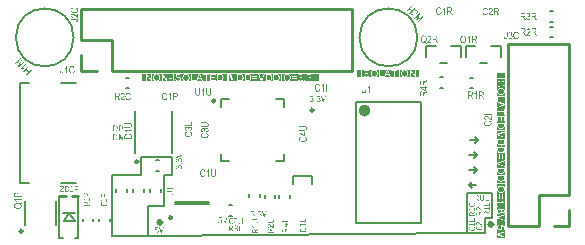
<source format=gbr>
%TF.GenerationSoftware,Altium Limited,Altium Designer,24.10.1 (45)*%
G04 Layer_Color=65535*
%FSLAX43Y43*%
%MOMM*%
%TF.SameCoordinates,D559FD22-AC31-4CFD-8532-8E5833C3503B*%
%TF.FilePolarity,Positive*%
%TF.FileFunction,Legend,Top*%
%TF.Part,Single*%
G01*
G75*
%TA.AperFunction,NonConductor*%
%ADD62C,0.200*%
%ADD63C,0.150*%
%ADD89C,0.250*%
%ADD90C,0.500*%
%ADD91C,0.254*%
G36*
X41869Y13428D02*
X41424D01*
X41869D01*
Y13179D01*
X41869Y13203D01*
X41866Y13224D01*
X41862Y13245D01*
X41858Y13262D01*
X41855Y13276D01*
X41853Y13283D01*
X41851Y13287D01*
X41849Y13291D01*
X41848Y13294D01*
X41847Y13296D01*
Y13297D01*
X41838Y13315D01*
X41828Y13332D01*
X41817Y13346D01*
X41807Y13357D01*
X41797Y13365D01*
X41790Y13371D01*
X41784Y13376D01*
X41783Y13377D01*
X41783D01*
X41767Y13386D01*
X41751Y13393D01*
X41735Y13397D01*
X41722Y13400D01*
X41710Y13402D01*
X41700Y13404D01*
X41697D01*
X41694D01*
X41693D01*
X41692D01*
X41676Y13403D01*
X41661Y13400D01*
X41648Y13396D01*
X41636Y13393D01*
X41626Y13389D01*
X41619Y13385D01*
X41614Y13383D01*
X41612Y13382D01*
X41599Y13372D01*
X41587Y13361D01*
X41577Y13350D01*
X41569Y13339D01*
X41562Y13330D01*
X41557Y13322D01*
X41553Y13316D01*
X41552Y13315D01*
Y13314D01*
X41549Y13307D01*
X41545Y13298D01*
X41538Y13280D01*
X41532Y13259D01*
X41526Y13238D01*
X41520Y13220D01*
X41518Y13212D01*
X41516Y13204D01*
X41514Y13199D01*
X41514Y13194D01*
X41513Y13191D01*
Y13190D01*
X41509Y13175D01*
X41505Y13160D01*
X41501Y13147D01*
X41499Y13136D01*
X41496Y13125D01*
X41493Y13115D01*
X41491Y13107D01*
X41489Y13101D01*
X41487Y13094D01*
X41486Y13089D01*
X41483Y13082D01*
X41482Y13077D01*
X41481Y13077D01*
X41476Y13063D01*
X41469Y13051D01*
X41463Y13040D01*
X41457Y13033D01*
X41452Y13027D01*
X41448Y13023D01*
X41445Y13020D01*
X41444Y13019D01*
X41436Y13013D01*
X41427Y13008D01*
X41417Y13005D01*
X41410Y13003D01*
X41403Y13002D01*
X41397Y13001D01*
X41392D01*
X41391D01*
X41380Y13002D01*
X41370Y13003D01*
X41361Y13006D01*
X41354Y13010D01*
X41346Y13014D01*
X41342Y13016D01*
X41338Y13018D01*
X41337Y13019D01*
X41328Y13027D01*
X41320Y13036D01*
X41314Y13045D01*
X41307Y13053D01*
X41304Y13062D01*
X41300Y13068D01*
X41298Y13073D01*
X41297Y13075D01*
X41293Y13089D01*
X41289Y13103D01*
X41287Y13118D01*
X41285Y13131D01*
X41284Y13142D01*
X41283Y13151D01*
Y13160D01*
X41284Y13180D01*
X41286Y13199D01*
X41289Y13215D01*
X41293Y13230D01*
X41296Y13242D01*
X41299Y13251D01*
X41300Y13254D01*
X41301Y13257D01*
X41302Y13258D01*
Y13259D01*
X41309Y13273D01*
X41318Y13287D01*
X41326Y13297D01*
X41334Y13307D01*
X41341Y13314D01*
X41347Y13319D01*
X41351Y13322D01*
X41352Y13322D01*
X41364Y13329D01*
X41377Y13335D01*
X41391Y13339D01*
X41403Y13343D01*
X41415Y13346D01*
X41423Y13347D01*
X41427D01*
X41429Y13348D01*
X41430D01*
X41431D01*
X41424Y13428D01*
X41401Y13426D01*
X41379Y13422D01*
X41359Y13417D01*
X41342Y13410D01*
X41328Y13404D01*
X41322Y13401D01*
X41318Y13399D01*
X41314Y13396D01*
X41311Y13396D01*
X41309Y13394D01*
X41308D01*
X41291Y13380D01*
X41275Y13365D01*
X41262Y13349D01*
X41251Y13334D01*
X41243Y13322D01*
X41237Y13310D01*
X41235Y13307D01*
X41233Y13304D01*
X41232Y13302D01*
Y13301D01*
X41224Y13278D01*
X41218Y13254D01*
X41214Y13230D01*
X41210Y13207D01*
X41209Y13196D01*
X41208Y13187D01*
Y13178D01*
X41207Y13171D01*
Y13156D01*
X41208Y13131D01*
X41211Y13108D01*
X41216Y13087D01*
X41220Y13069D01*
X41224Y13054D01*
X41227Y13048D01*
X41229Y13042D01*
X41231Y13039D01*
X41232Y13036D01*
X41232Y13034D01*
Y13033D01*
X41243Y13014D01*
X41254Y12997D01*
X41266Y12982D01*
X41277Y12970D01*
X41286Y12961D01*
X41294Y12954D01*
X41300Y12950D01*
X41301Y12949D01*
X41302D01*
X41319Y12939D01*
X41336Y12931D01*
X41352Y12927D01*
X41367Y12923D01*
X41379Y12921D01*
X41390Y12919D01*
X41398D01*
X41416Y12920D01*
X41434Y12923D01*
X41450Y12928D01*
X41463Y12932D01*
X41474Y12938D01*
X41482Y12942D01*
X41487Y12945D01*
X41489Y12946D01*
X41502Y12957D01*
X41515Y12970D01*
X41526Y12984D01*
X41537Y12998D01*
X41544Y13010D01*
X41550Y13020D01*
X41551Y13024D01*
X41553Y13027D01*
X41554Y13028D01*
Y13029D01*
X41558Y13037D01*
X41561Y13046D01*
X41564Y13056D01*
X41568Y13067D01*
X41575Y13090D01*
X41581Y13114D01*
X41584Y13126D01*
X41587Y13136D01*
X41589Y13146D01*
X41591Y13154D01*
X41593Y13161D01*
X41594Y13166D01*
X41595Y13170D01*
Y13171D01*
X41599Y13189D01*
X41603Y13206D01*
X41608Y13221D01*
X41612Y13234D01*
X41616Y13246D01*
X41620Y13256D01*
X41624Y13265D01*
X41626Y13273D01*
X41630Y13280D01*
X41633Y13285D01*
X41635Y13289D01*
X41637Y13293D01*
X41640Y13297D01*
X41641Y13298D01*
X41650Y13307D01*
X41660Y13312D01*
X41669Y13317D01*
X41678Y13320D01*
X41685Y13322D01*
X41692Y13322D01*
X41696D01*
X41698D01*
X41712Y13321D01*
X41725Y13317D01*
X41736Y13311D01*
X41747Y13305D01*
X41754Y13299D01*
X41760Y13294D01*
X41764Y13290D01*
X41765Y13288D01*
X41770Y13281D01*
X41774Y13273D01*
X41782Y13256D01*
X41786Y13237D01*
X41790Y13219D01*
X41792Y13202D01*
X41793Y13195D01*
X41794Y13189D01*
Y13176D01*
X41793Y13150D01*
X41789Y13127D01*
X41783Y13109D01*
X41778Y13093D01*
X41772Y13081D01*
X41767Y13072D01*
X41763Y13067D01*
X41762Y13065D01*
X41749Y13052D01*
X41735Y13042D01*
X41721Y13034D01*
X41706Y13028D01*
X41692Y13025D01*
X41682Y13022D01*
X41677Y13021D01*
X41674Y13020D01*
X41673D01*
X41672D01*
X41678Y12939D01*
X41698Y12941D01*
X41717Y12945D01*
X41734Y12950D01*
X41749Y12956D01*
X41761Y12962D01*
X41771Y12967D01*
X41773Y12968D01*
X41776Y12970D01*
X41777Y12971D01*
X41778D01*
X41794Y12983D01*
X41808Y12996D01*
X41820Y13010D01*
X41829Y13024D01*
X41837Y13036D01*
X41842Y13045D01*
X41844Y13049D01*
X41845Y13052D01*
X41846Y13053D01*
Y13054D01*
X41854Y13075D01*
X41859Y13097D01*
X41864Y13117D01*
X41867Y13137D01*
X41869Y13154D01*
Y13161D01*
X41869Y13167D01*
Y12919D01*
D01*
Y12829D01*
X41207D01*
Y12217D01*
D01*
Y12523D01*
X41209Y12492D01*
X41214Y12464D01*
X41220Y12437D01*
X41223Y12425D01*
X41227Y12414D01*
X41231Y12403D01*
X41234Y12394D01*
X41237Y12387D01*
X41240Y12380D01*
X41243Y12375D01*
X41244Y12370D01*
X41246Y12368D01*
Y12367D01*
X41263Y12342D01*
X41281Y12319D01*
X41301Y12301D01*
X41319Y12285D01*
X41337Y12272D01*
X41343Y12268D01*
X41350Y12264D01*
X41355Y12260D01*
X41359Y12258D01*
X41362Y12256D01*
X41363D01*
X41378Y12249D01*
X41392Y12243D01*
X41422Y12233D01*
X41452Y12226D01*
X41478Y12221D01*
X41490Y12220D01*
X41501Y12219D01*
X41512Y12218D01*
X41520D01*
X41527Y12217D01*
X41537D01*
X41572Y12219D01*
X41604Y12222D01*
X41619Y12225D01*
X41634Y12229D01*
X41647Y12232D01*
X41659Y12235D01*
X41670Y12239D01*
X41680Y12243D01*
X41688Y12245D01*
X41696Y12249D01*
X41701Y12251D01*
X41705Y12253D01*
X41708Y12255D01*
X41709D01*
X41735Y12269D01*
X41759Y12287D01*
X41780Y12305D01*
X41796Y12322D01*
X41809Y12338D01*
X41815Y12345D01*
X41820Y12351D01*
X41822Y12356D01*
X41825Y12360D01*
X41826Y12362D01*
X41827Y12363D01*
X41834Y12377D01*
X41841Y12391D01*
X41852Y12417D01*
X41859Y12445D01*
X41864Y12469D01*
X41866Y12480D01*
X41868Y12491D01*
X41869Y12500D01*
Y12508D01*
X41869Y12514D01*
Y12217D01*
D01*
Y9248D01*
X41207D01*
Y14060D01*
X41869D01*
Y13428D01*
D02*
G37*
G36*
X41498Y12827D02*
X41469Y12823D01*
X41441Y12818D01*
X41429Y12814D01*
X41417Y12810D01*
X41407Y12807D01*
X41398Y12804D01*
X41390Y12801D01*
X41382Y12798D01*
X41377Y12796D01*
X41373Y12795D01*
X41370Y12793D01*
X41369D01*
X41342Y12777D01*
X41319Y12760D01*
X41299Y12742D01*
X41282Y12724D01*
X41269Y12709D01*
X41263Y12702D01*
X41259Y12697D01*
X41256Y12691D01*
X41253Y12687D01*
X41252Y12685D01*
X41251Y12685D01*
X41244Y12671D01*
X41237Y12657D01*
X41226Y12629D01*
X41219Y12602D01*
X41213Y12577D01*
X41211Y12565D01*
X41210Y12555D01*
X41208Y12546D01*
Y12538D01*
X41207Y12532D01*
Y12829D01*
X41529D01*
X41498Y12827D01*
D02*
G37*
G36*
X41869Y12523D02*
X41869Y12548D01*
X41866Y12571D01*
X41861Y12593D01*
X41856Y12614D01*
X41848Y12634D01*
X41841Y12652D01*
X41832Y12669D01*
X41824Y12684D01*
X41816Y12697D01*
X41808Y12709D01*
X41800Y12720D01*
X41793Y12728D01*
X41787Y12734D01*
X41783Y12740D01*
X41780Y12743D01*
X41779Y12744D01*
X41761Y12758D01*
X41743Y12771D01*
X41722Y12783D01*
X41702Y12793D01*
X41681Y12801D01*
X41661Y12808D01*
X41640Y12814D01*
X41621Y12818D01*
X41602Y12821D01*
X41585Y12824D01*
X41569Y12826D01*
X41556Y12828D01*
X41545D01*
X41537Y12829D01*
X41869D01*
Y12523D01*
D02*
G37*
G36*
X41554Y12741D02*
X41578Y12739D01*
X41601Y12736D01*
X41622Y12732D01*
X41640Y12727D01*
X41657Y12721D01*
X41673Y12715D01*
X41685Y12709D01*
X41698Y12703D01*
X41708Y12697D01*
X41716Y12692D01*
X41722Y12687D01*
X41728Y12683D01*
X41732Y12680D01*
X41734Y12678D01*
X41734Y12677D01*
X41746Y12665D01*
X41755Y12652D01*
X41763Y12639D01*
X41771Y12625D01*
X41776Y12612D01*
X41782Y12599D01*
X41789Y12575D01*
X41791Y12564D01*
X41793Y12554D01*
X41795Y12546D01*
X41796Y12538D01*
X41796Y12531D01*
Y12523D01*
X41796Y12500D01*
X41792Y12477D01*
X41786Y12458D01*
X41781Y12441D01*
X41774Y12427D01*
X41771Y12422D01*
X41770Y12417D01*
X41767Y12413D01*
X41766Y12410D01*
X41764Y12409D01*
Y12408D01*
X41751Y12391D01*
X41736Y12375D01*
X41722Y12361D01*
X41707Y12350D01*
X41694Y12342D01*
X41683Y12335D01*
X41679Y12333D01*
X41676Y12331D01*
X41674Y12330D01*
X41673D01*
X41651Y12321D01*
X41627Y12315D01*
X41605Y12310D01*
X41584Y12307D01*
X41574Y12305D01*
X41565Y12305D01*
X41557D01*
X41550Y12304D01*
X41545D01*
X41541D01*
X41538D01*
X41538D01*
X41515Y12305D01*
X41494Y12306D01*
X41474Y12309D01*
X41455Y12313D01*
X41439Y12318D01*
X41423Y12323D01*
X41408Y12329D01*
X41395Y12334D01*
X41384Y12341D01*
X41374Y12346D01*
X41366Y12351D01*
X41359Y12355D01*
X41354Y12360D01*
X41349Y12363D01*
X41347Y12365D01*
X41346Y12366D01*
X41334Y12378D01*
X41324Y12391D01*
X41316Y12403D01*
X41307Y12416D01*
X41301Y12429D01*
X41296Y12443D01*
X41292Y12455D01*
X41288Y12468D01*
X41285Y12479D01*
X41283Y12490D01*
X41281Y12500D01*
X41281Y12508D01*
Y12514D01*
X41280Y12519D01*
Y12524D01*
X41281Y12541D01*
X41282Y12558D01*
X41286Y12573D01*
X41290Y12587D01*
X41295Y12601D01*
X41301Y12614D01*
X41306Y12626D01*
X41313Y12637D01*
X41319Y12647D01*
X41325Y12655D01*
X41330Y12662D01*
X41336Y12669D01*
X41340Y12673D01*
X41343Y12677D01*
X41345Y12679D01*
X41346Y12680D01*
X41359Y12691D01*
X41373Y12700D01*
X41388Y12709D01*
X41403Y12716D01*
X41418Y12721D01*
X41433Y12727D01*
X41463Y12734D01*
X41476Y12736D01*
X41489Y12738D01*
X41500Y12740D01*
X41509Y12741D01*
X41517Y12742D01*
X41524D01*
X41527D01*
X41528D01*
X41554Y12741D01*
D02*
G37*
G36*
X30770Y14373D02*
X30747Y14370D01*
X30724Y14366D01*
X30703Y14360D01*
X30684Y14353D01*
X30665Y14346D01*
X30649Y14337D01*
X30634Y14329D01*
X30620Y14321D01*
X30608Y14312D01*
X30598Y14305D01*
X30589Y14297D01*
X30583Y14292D01*
X30577Y14287D01*
X30575Y14285D01*
X30574Y14284D01*
X30559Y14266D01*
X30546Y14248D01*
X30534Y14227D01*
X30525Y14207D01*
X30516Y14186D01*
X30509Y14165D01*
X30503Y14145D01*
X30500Y14125D01*
X30496Y14107D01*
X30493Y14089D01*
X30491Y14074D01*
X30490Y14061D01*
Y14050D01*
X30489Y14041D01*
Y14374D01*
X30795D01*
X30770Y14373D01*
D02*
G37*
G36*
X33402Y14300D02*
X33424Y14297D01*
X33444Y14291D01*
X33460Y14285D01*
X33474Y14279D01*
X33480Y14276D01*
X33484Y14274D01*
X33489Y14272D01*
X33492Y14271D01*
X33493Y14269D01*
X33493D01*
X33511Y14256D01*
X33527Y14241D01*
X33541Y14226D01*
X33552Y14211D01*
X33560Y14199D01*
X33566Y14187D01*
X33568Y14184D01*
X33570Y14181D01*
X33571Y14179D01*
Y14178D01*
X33580Y14156D01*
X33587Y14132D01*
X33591Y14110D01*
X33594Y14089D01*
X33596Y14078D01*
X33597Y14070D01*
Y14062D01*
X33598Y14055D01*
Y14050D01*
Y14046D01*
Y14043D01*
Y14042D01*
X33597Y14020D01*
X33595Y13999D01*
X33592Y13978D01*
X33589Y13960D01*
X33583Y13943D01*
X33578Y13928D01*
X33573Y13913D01*
X33567Y13900D01*
X33561Y13889D01*
X33555Y13879D01*
X33551Y13870D01*
X33546Y13864D01*
X33542Y13858D01*
X33539Y13854D01*
X33537Y13852D01*
X33536Y13851D01*
X33524Y13839D01*
X33511Y13829D01*
X33498Y13820D01*
X33485Y13812D01*
X33472Y13806D01*
X33458Y13801D01*
X33446Y13796D01*
X33433Y13793D01*
X33422Y13790D01*
X33411Y13788D01*
X33402Y13786D01*
X33394Y13785D01*
X33387D01*
X33382Y13784D01*
X33378D01*
X33360Y13785D01*
X33344Y13787D01*
X33329Y13791D01*
X33314Y13795D01*
X33300Y13800D01*
X33287Y13806D01*
X33275Y13811D01*
X33264Y13818D01*
X33255Y13824D01*
X33247Y13830D01*
X33239Y13835D01*
X33233Y13841D01*
X33228Y13844D01*
X33224Y13848D01*
X33223Y13850D01*
X33222Y13851D01*
X33211Y13864D01*
X33201Y13878D01*
X33193Y13892D01*
X33186Y13907D01*
X33180Y13923D01*
X33174Y13938D01*
X33167Y13967D01*
X33165Y13980D01*
X33163Y13993D01*
X33162Y14004D01*
X33161Y14014D01*
X33160Y14022D01*
Y14028D01*
Y14032D01*
Y14033D01*
X33161Y14059D01*
X33162Y14083D01*
X33165Y14106D01*
X33170Y14126D01*
X33174Y14145D01*
X33180Y14162D01*
X33186Y14177D01*
X33192Y14190D01*
X33199Y14202D01*
X33204Y14212D01*
X33210Y14221D01*
X33214Y14227D01*
X33219Y14233D01*
X33222Y14236D01*
X33223Y14238D01*
X33224Y14239D01*
X33236Y14250D01*
X33249Y14260D01*
X33262Y14268D01*
X33276Y14275D01*
X33289Y14281D01*
X33302Y14286D01*
X33326Y14294D01*
X33337Y14296D01*
X33347Y14297D01*
X33356Y14299D01*
X33364Y14300D01*
X33370Y14301D01*
X33379D01*
X33402Y14300D01*
D02*
G37*
G36*
X30818D02*
X30840Y14297D01*
X30859Y14291D01*
X30876Y14285D01*
X30890Y14279D01*
X30895Y14276D01*
X30900Y14274D01*
X30905Y14272D01*
X30907Y14271D01*
X30908Y14269D01*
X30909D01*
X30927Y14256D01*
X30943Y14241D01*
X30956Y14226D01*
X30968Y14211D01*
X30976Y14199D01*
X30982Y14187D01*
X30984Y14184D01*
X30986Y14181D01*
X30987Y14179D01*
Y14178D01*
X30996Y14156D01*
X31003Y14132D01*
X31007Y14110D01*
X31010Y14089D01*
X31012Y14078D01*
X31013Y14070D01*
Y14062D01*
X31014Y14055D01*
Y14050D01*
Y14046D01*
Y14043D01*
Y14042D01*
X31013Y14020D01*
X31011Y13999D01*
X31008Y13978D01*
X31005Y13960D01*
X30999Y13943D01*
X30994Y13928D01*
X30989Y13913D01*
X30983Y13900D01*
X30977Y13889D01*
X30971Y13879D01*
X30967Y13870D01*
X30962Y13864D01*
X30957Y13858D01*
X30955Y13854D01*
X30953Y13852D01*
X30952Y13851D01*
X30940Y13839D01*
X30927Y13829D01*
X30914Y13820D01*
X30901Y13812D01*
X30888Y13806D01*
X30874Y13801D01*
X30862Y13796D01*
X30849Y13793D01*
X30838Y13790D01*
X30827Y13788D01*
X30818Y13786D01*
X30809Y13785D01*
X30803D01*
X30798Y13784D01*
X30794D01*
X30776Y13785D01*
X30760Y13787D01*
X30745Y13791D01*
X30730Y13795D01*
X30716Y13800D01*
X30703Y13806D01*
X30691Y13811D01*
X30680Y13818D01*
X30671Y13824D01*
X30662Y13830D01*
X30655Y13835D01*
X30649Y13841D01*
X30644Y13844D01*
X30640Y13848D01*
X30638Y13850D01*
X30637Y13851D01*
X30626Y13864D01*
X30617Y13878D01*
X30609Y13892D01*
X30601Y13907D01*
X30596Y13923D01*
X30590Y13938D01*
X30583Y13967D01*
X30581Y13980D01*
X30579Y13993D01*
X30577Y14004D01*
X30576Y14014D01*
X30576Y14022D01*
Y14028D01*
Y14032D01*
Y14033D01*
X30576Y14059D01*
X30578Y14083D01*
X30581Y14106D01*
X30586Y14126D01*
X30590Y14145D01*
X30596Y14162D01*
X30602Y14177D01*
X30608Y14190D01*
X30614Y14202D01*
X30620Y14212D01*
X30625Y14221D01*
X30630Y14227D01*
X30635Y14233D01*
X30637Y14236D01*
X30639Y14238D01*
X30640Y14239D01*
X30652Y14250D01*
X30665Y14260D01*
X30678Y14268D01*
X30692Y14275D01*
X30705Y14281D01*
X30718Y14286D01*
X30742Y14294D01*
X30753Y14296D01*
X30763Y14297D01*
X30772Y14299D01*
X30780Y14300D01*
X30786Y14301D01*
X30795D01*
X30818Y14300D01*
D02*
G37*
G36*
X33685Y14374D02*
X34619D01*
Y13712D01*
X29351D01*
Y14374D01*
X29890D01*
D01*
X30138D01*
X30114Y14373D01*
X30093Y14370D01*
X30073Y14367D01*
X30055Y14363D01*
X30041Y14359D01*
X30035Y14358D01*
X30030Y14356D01*
X30026Y14354D01*
X30024Y14353D01*
X30022Y14352D01*
X30021D01*
X30002Y14343D01*
X29986Y14333D01*
X29972Y14321D01*
X29961Y14311D01*
X29952Y14302D01*
X29946Y14295D01*
X29941Y14289D01*
X29940Y14288D01*
Y14287D01*
X29931Y14272D01*
X29925Y14256D01*
X29920Y14240D01*
X29917Y14226D01*
X29915Y14214D01*
X29914Y14205D01*
Y14201D01*
Y14199D01*
Y14198D01*
Y14197D01*
X29914Y14181D01*
X29917Y14166D01*
X29921Y14152D01*
X29925Y14140D01*
X29928Y14131D01*
X29932Y14124D01*
X29935Y14119D01*
X29936Y14117D01*
X29945Y14104D01*
X29956Y14092D01*
X29967Y14082D01*
X29978Y14074D01*
X29988Y14066D01*
X29996Y14062D01*
X30001Y14058D01*
X30002Y14057D01*
X30003D01*
X30011Y14053D01*
X30019Y14050D01*
X30037Y14043D01*
X30059Y14037D01*
X30079Y14030D01*
X30098Y14025D01*
X30106Y14023D01*
X30113Y14021D01*
X30119Y14019D01*
X30123Y14018D01*
X30126Y14017D01*
X30127D01*
X30143Y14014D01*
X30158Y14010D01*
X30171Y14006D01*
X30182Y14003D01*
X30193Y14001D01*
X30202Y13998D01*
X30210Y13996D01*
X30217Y13993D01*
X30223Y13991D01*
X30228Y13991D01*
X30235Y13988D01*
X30240Y13987D01*
X30241Y13986D01*
X30255Y13980D01*
X30267Y13974D01*
X30277Y13967D01*
X30284Y13962D01*
X30291Y13956D01*
X30294Y13953D01*
X30297Y13950D01*
X30298Y13949D01*
X30305Y13941D01*
X30309Y13931D01*
X30312Y13922D01*
X30315Y13915D01*
X30316Y13907D01*
X30317Y13902D01*
Y13897D01*
Y13896D01*
X30316Y13885D01*
X30314Y13875D01*
X30311Y13866D01*
X30307Y13858D01*
X30304Y13851D01*
X30301Y13846D01*
X30299Y13843D01*
X30298Y13842D01*
X30291Y13832D01*
X30282Y13825D01*
X30272Y13819D01*
X30264Y13812D01*
X30256Y13808D01*
X30249Y13805D01*
X30245Y13803D01*
X30243Y13802D01*
X30229Y13797D01*
X30214Y13794D01*
X30199Y13792D01*
X30186Y13790D01*
X30175Y13789D01*
X30166Y13788D01*
X30158D01*
X30137Y13789D01*
X30119Y13791D01*
X30102Y13794D01*
X30087Y13797D01*
X30075Y13801D01*
X30066Y13804D01*
X30063Y13805D01*
X30061Y13806D01*
X30060Y13807D01*
X30059D01*
X30044Y13814D01*
X30030Y13822D01*
X30020Y13831D01*
X30011Y13839D01*
X30003Y13845D01*
X29999Y13852D01*
X29996Y13856D01*
X29995Y13856D01*
X29988Y13868D01*
X29982Y13881D01*
X29978Y13895D01*
X29975Y13907D01*
X29972Y13919D01*
X29970Y13928D01*
Y13931D01*
X29969Y13934D01*
Y13935D01*
Y13936D01*
X29890Y13929D01*
X29891Y13905D01*
X29895Y13883D01*
X29901Y13864D01*
X29907Y13846D01*
X29914Y13832D01*
X29916Y13827D01*
X29918Y13822D01*
X29921Y13819D01*
X29922Y13816D01*
X29924Y13814D01*
Y13813D01*
X29938Y13795D01*
X29952Y13780D01*
X29968Y13767D01*
X29983Y13756D01*
X29996Y13747D01*
X30007Y13742D01*
X30011Y13740D01*
X30013Y13738D01*
X30015Y13737D01*
X30016D01*
X30039Y13729D01*
X30063Y13722D01*
X30087Y13719D01*
X30110Y13715D01*
X30122Y13714D01*
X30131Y13713D01*
X30139D01*
X30147Y13712D01*
X30161D01*
X30186Y13713D01*
X30209Y13716D01*
X30231Y13721D01*
X30248Y13725D01*
X30263Y13729D01*
X30270Y13732D01*
X30275Y13733D01*
X30279Y13735D01*
X30282Y13736D01*
X30283Y13737D01*
X30284D01*
X30304Y13747D01*
X30320Y13758D01*
X30335Y13770D01*
X30347Y13782D01*
X30356Y13791D01*
X30363Y13799D01*
X30368Y13805D01*
X30368Y13806D01*
Y13807D01*
X30379Y13824D01*
X30386Y13841D01*
X30391Y13856D01*
X30394Y13871D01*
X30396Y13884D01*
X30398Y13894D01*
Y13747D01*
Y13903D01*
X30397Y13921D01*
X30394Y13939D01*
X30390Y13954D01*
X30385Y13967D01*
X30380Y13978D01*
X30376Y13987D01*
X30372Y13991D01*
X30371Y13993D01*
X30360Y14007D01*
X30347Y14020D01*
X30333Y14031D01*
X30319Y14041D01*
X30307Y14049D01*
X30297Y14054D01*
X30294Y14056D01*
X30291Y14058D01*
X30289Y14059D01*
X30288D01*
X30281Y14063D01*
X30271Y14065D01*
X30261Y14069D01*
X30250Y14073D01*
X30227Y14079D01*
X30203Y14086D01*
X30192Y14089D01*
X30182Y14091D01*
X30171Y14094D01*
X30163Y14096D01*
X30157Y14098D01*
X30151Y14099D01*
X30147Y14100D01*
X30147D01*
X30128Y14104D01*
X30111Y14108D01*
X30097Y14113D01*
X30084Y14116D01*
X30072Y14121D01*
X30061Y14125D01*
X30052Y14128D01*
X30044Y14131D01*
X30037Y14135D01*
X30032Y14138D01*
X30028Y14139D01*
X30024Y14142D01*
X30020Y14145D01*
X30019Y14146D01*
X30011Y14155D01*
X30005Y14164D01*
X30000Y14174D01*
X29998Y14183D01*
X29996Y14190D01*
X29995Y14197D01*
Y14200D01*
Y14202D01*
X29997Y14217D01*
X30000Y14230D01*
X30006Y14241D01*
X30012Y14251D01*
X30018Y14259D01*
X30024Y14265D01*
X30027Y14269D01*
X30029Y14270D01*
X30037Y14274D01*
X30044Y14279D01*
X30061Y14286D01*
X30080Y14291D01*
X30098Y14295D01*
X30115Y14297D01*
X30122Y14297D01*
X30128Y14298D01*
X30141D01*
X30167Y14297D01*
X30190Y14294D01*
X30208Y14288D01*
X30224Y14283D01*
X30236Y14277D01*
X30245Y14272D01*
X30250Y14268D01*
X30252Y14267D01*
X30265Y14254D01*
X30275Y14240D01*
X30283Y14225D01*
X30289Y14211D01*
X30293Y14197D01*
X30295Y14187D01*
X30296Y14182D01*
X30297Y14179D01*
Y14177D01*
Y14176D01*
X30379Y14183D01*
X30377Y14203D01*
X30372Y14222D01*
X30368Y14239D01*
X30361Y14254D01*
X30355Y14266D01*
X30351Y14275D01*
X30349Y14278D01*
X30347Y14281D01*
X30346Y14282D01*
Y14283D01*
X30334Y14298D01*
X30321Y14312D01*
X30307Y14324D01*
X30294Y14334D01*
X30282Y14342D01*
X30272Y14346D01*
X30269Y14348D01*
X30266Y14350D01*
X30264Y14351D01*
X30263D01*
X30243Y14358D01*
X30221Y14364D01*
X30200Y14369D01*
X30181Y14371D01*
X30163Y14373D01*
X30157D01*
X30150Y14374D01*
X30398D01*
D01*
X30489D01*
Y13712D01*
Y14034D01*
X30490Y14003D01*
X30494Y13974D01*
X30500Y13946D01*
X30503Y13934D01*
X30507Y13922D01*
X30510Y13912D01*
X30514Y13903D01*
X30516Y13894D01*
X30519Y13887D01*
X30521Y13881D01*
X30523Y13878D01*
X30525Y13875D01*
Y13874D01*
X30540Y13847D01*
X30557Y13824D01*
X30576Y13804D01*
X30593Y13787D01*
X30609Y13773D01*
X30615Y13768D01*
X30621Y13764D01*
X30626Y13760D01*
X30630Y13758D01*
X30632Y13757D01*
X30633Y13756D01*
X30647Y13748D01*
X30661Y13742D01*
X30688Y13731D01*
X30715Y13723D01*
X30740Y13718D01*
X30752Y13716D01*
X30762Y13715D01*
X30772Y13713D01*
X30780D01*
X30785Y13712D01*
X30795D01*
X30825Y13714D01*
X30854Y13719D01*
X30881Y13724D01*
X30893Y13728D01*
X30904Y13732D01*
X30914Y13735D01*
X30923Y13739D01*
X30931Y13742D01*
X30937Y13745D01*
X30943Y13747D01*
X30947Y13749D01*
X30949Y13751D01*
X30950D01*
X30976Y13768D01*
X30998Y13786D01*
X31017Y13806D01*
X31032Y13824D01*
X31045Y13842D01*
X31050Y13848D01*
X31054Y13855D01*
X31057Y13860D01*
X31059Y13864D01*
X31061Y13867D01*
Y13868D01*
X31068Y13882D01*
X31074Y13897D01*
X31084Y13927D01*
X31091Y13956D01*
X31096Y13983D01*
X31097Y13995D01*
X31099Y14006D01*
X31100Y14016D01*
Y14025D01*
X31101Y14032D01*
Y13756D01*
Y14041D01*
X31099Y14076D01*
X31095Y14109D01*
X31092Y14124D01*
X31089Y14138D01*
X31085Y14151D01*
X31082Y14163D01*
X31078Y14174D01*
X31075Y14185D01*
X31072Y14193D01*
X31068Y14200D01*
X31066Y14206D01*
X31065Y14210D01*
X31063Y14212D01*
Y14213D01*
X31048Y14240D01*
X31030Y14264D01*
X31012Y14285D01*
X30995Y14301D01*
X30980Y14314D01*
X30972Y14320D01*
X30967Y14324D01*
X30961Y14327D01*
X30957Y14330D01*
X30956Y14331D01*
X30955Y14332D01*
X30941Y14339D01*
X30927Y14346D01*
X30900Y14357D01*
X30872Y14364D01*
X30848Y14369D01*
X30837Y14370D01*
X30826Y14372D01*
X30818Y14373D01*
X30809D01*
X30803Y14374D01*
X31101D01*
D01*
X33073D01*
D01*
X33379D01*
X33354Y14373D01*
X33331Y14370D01*
X33309Y14366D01*
X33287Y14360D01*
X33268Y14353D01*
X33249Y14346D01*
X33233Y14337D01*
X33218Y14329D01*
X33204Y14321D01*
X33192Y14312D01*
X33182Y14305D01*
X33174Y14297D01*
X33167Y14292D01*
X33162Y14287D01*
X33159Y14285D01*
X33158Y14284D01*
X33143Y14266D01*
X33130Y14248D01*
X33118Y14227D01*
X33109Y14207D01*
X33100Y14186D01*
X33093Y14165D01*
X33088Y14145D01*
X33084Y14125D01*
X33080Y14107D01*
X33077Y14089D01*
X33076Y14074D01*
X33074Y14061D01*
Y14050D01*
X33073Y14041D01*
Y13712D01*
Y14034D01*
X33075Y14003D01*
X33078Y13974D01*
X33084Y13946D01*
X33088Y13934D01*
X33091Y13922D01*
X33094Y13912D01*
X33098Y13903D01*
X33100Y13894D01*
X33103Y13887D01*
X33105Y13881D01*
X33107Y13878D01*
X33109Y13875D01*
Y13874D01*
X33125Y13847D01*
X33141Y13824D01*
X33160Y13804D01*
X33177Y13787D01*
X33193Y13773D01*
X33199Y13768D01*
X33205Y13764D01*
X33211Y13760D01*
X33214Y13758D01*
X33216Y13757D01*
X33217Y13756D01*
X33231Y13748D01*
X33245Y13742D01*
X33272Y13731D01*
X33299Y13723D01*
X33324Y13718D01*
X33336Y13716D01*
X33346Y13715D01*
X33356Y13713D01*
X33364D01*
X33370Y13712D01*
X33379D01*
X33409Y13714D01*
X33438Y13719D01*
X33465Y13724D01*
X33477Y13728D01*
X33488Y13732D01*
X33498Y13735D01*
X33507Y13739D01*
X33515Y13742D01*
X33521Y13745D01*
X33527Y13747D01*
X33531Y13749D01*
X33533Y13751D01*
X33534D01*
X33560Y13768D01*
X33582Y13786D01*
X33601Y13806D01*
X33616Y13824D01*
X33629Y13842D01*
X33634Y13848D01*
X33638Y13855D01*
X33641Y13860D01*
X33643Y13864D01*
X33645Y13867D01*
Y13868D01*
X33652Y13882D01*
X33658Y13897D01*
X33668Y13927D01*
X33676Y13956D01*
X33680Y13983D01*
X33681Y13995D01*
X33683Y14006D01*
X33684Y14016D01*
Y14025D01*
X33685Y14032D01*
Y13739D01*
Y14041D01*
X33683Y14076D01*
X33679Y14109D01*
X33676Y14124D01*
X33673Y14138D01*
X33669Y14151D01*
X33666Y14163D01*
X33663Y14174D01*
X33659Y14185D01*
X33656Y14193D01*
X33652Y14200D01*
X33651Y14206D01*
X33649Y14210D01*
X33647Y14212D01*
Y14213D01*
X33632Y14240D01*
X33615Y14264D01*
X33596Y14285D01*
X33579Y14301D01*
X33564Y14314D01*
X33556Y14320D01*
X33551Y14324D01*
X33545Y14327D01*
X33542Y14330D01*
X33540Y14331D01*
X33539Y14332D01*
X33525Y14339D01*
X33511Y14346D01*
X33484Y14357D01*
X33456Y14364D01*
X33432Y14369D01*
X33421Y14370D01*
X33410Y14372D01*
X33402Y14373D01*
X33394D01*
X33387Y14374D01*
X33685D01*
D01*
D02*
G37*
G36*
X23459Y13955D02*
X23481Y13951D01*
X23500Y13945D01*
X23517Y13940D01*
X23531Y13933D01*
X23537Y13931D01*
X23541Y13929D01*
X23546Y13926D01*
X23549Y13925D01*
X23549Y13923D01*
X23550D01*
X23568Y13910D01*
X23584Y13895D01*
X23598Y13881D01*
X23609Y13866D01*
X23617Y13853D01*
X23623Y13842D01*
X23625Y13838D01*
X23627Y13835D01*
X23628Y13833D01*
Y13833D01*
X23637Y13810D01*
X23644Y13786D01*
X23648Y13764D01*
X23651Y13743D01*
X23653Y13733D01*
X23654Y13724D01*
Y13716D01*
X23655Y13710D01*
Y13704D01*
Y13700D01*
Y13698D01*
Y13697D01*
X23654Y13674D01*
X23652Y13653D01*
X23649Y13633D01*
X23646Y13614D01*
X23640Y13598D01*
X23635Y13582D01*
X23630Y13567D01*
X23624Y13554D01*
X23618Y13543D01*
X23612Y13533D01*
X23608Y13525D01*
X23603Y13518D01*
X23598Y13513D01*
X23596Y13508D01*
X23594Y13506D01*
X23593Y13505D01*
X23581Y13493D01*
X23568Y13483D01*
X23555Y13475D01*
X23542Y13466D01*
X23529Y13460D01*
X23515Y13455D01*
X23503Y13451D01*
X23490Y13447D01*
X23479Y13444D01*
X23468Y13442D01*
X23459Y13441D01*
X23451Y13440D01*
X23444D01*
X23439Y13439D01*
X23435D01*
X23417Y13440D01*
X23401Y13441D01*
X23386Y13445D01*
X23371Y13449D01*
X23357Y13454D01*
X23344Y13460D01*
X23332Y13465D01*
X23321Y13472D01*
X23312Y13478D01*
X23304Y13484D01*
X23296Y13490D01*
X23290Y13495D01*
X23285Y13499D01*
X23281Y13502D01*
X23279Y13504D01*
X23279Y13505D01*
X23267Y13518D01*
X23258Y13532D01*
X23250Y13547D01*
X23242Y13562D01*
X23237Y13577D01*
X23231Y13592D01*
X23224Y13622D01*
X23222Y13635D01*
X23220Y13648D01*
X23218Y13659D01*
X23218Y13668D01*
X23217Y13676D01*
Y13683D01*
Y13686D01*
Y13687D01*
X23218Y13713D01*
X23219Y13737D01*
X23222Y13760D01*
X23227Y13781D01*
X23231Y13799D01*
X23237Y13816D01*
X23243Y13832D01*
X23249Y13845D01*
X23255Y13857D01*
X23261Y13867D01*
X23267Y13875D01*
X23271Y13882D01*
X23276Y13887D01*
X23279Y13891D01*
X23280Y13893D01*
X23281Y13894D01*
X23293Y13905D01*
X23306Y13914D01*
X23319Y13922D01*
X23333Y13930D01*
X23346Y13935D01*
X23359Y13941D01*
X23383Y13948D01*
X23394Y13950D01*
X23404Y13952D01*
X23413Y13954D01*
X23421Y13955D01*
X23427Y13955D01*
X23436D01*
X23459Y13955D01*
D02*
G37*
G36*
X23411Y14028D02*
X23388Y14025D01*
X23365Y14020D01*
X23344Y14015D01*
X23325Y14007D01*
X23306Y14000D01*
X23290Y13992D01*
X23275Y13983D01*
X23261Y13975D01*
X23249Y13967D01*
X23239Y13959D01*
X23230Y13952D01*
X23224Y13946D01*
X23218Y13942D01*
X23216Y13939D01*
X23215Y13938D01*
X23200Y13920D01*
X23187Y13902D01*
X23175Y13882D01*
X23166Y13861D01*
X23157Y13840D01*
X23150Y13820D01*
X23144Y13799D01*
X23141Y13780D01*
X23137Y13761D01*
X23134Y13744D01*
X23132Y13728D01*
X23131Y13715D01*
Y13704D01*
X23130Y13696D01*
Y13688D01*
X23132Y13657D01*
X23135Y13628D01*
X23141Y13600D01*
X23144Y13588D01*
X23148Y13576D01*
X23151Y13566D01*
X23155Y13557D01*
X23157Y13549D01*
X23160Y13541D01*
X23162Y13536D01*
X23164Y13532D01*
X23166Y13529D01*
Y13528D01*
X23181Y13502D01*
X23198Y13478D01*
X23217Y13458D01*
X23234Y13441D01*
X23250Y13428D01*
X23256Y13422D01*
X23262Y13418D01*
X23267Y13415D01*
X23271Y13412D01*
X23273Y13411D01*
X23274Y13410D01*
X23288Y13403D01*
X23302Y13396D01*
X23329Y13385D01*
X23356Y13378D01*
X23381Y13372D01*
X23393Y13370D01*
X23403Y13369D01*
X23413Y13367D01*
X23421D01*
X23426Y13367D01*
X18544D01*
Y13378D01*
Y14017D01*
X18792Y13378D01*
X18880D01*
X19130Y14017D01*
X19044D01*
X18870Y13552D01*
X18863Y13533D01*
X18856Y13514D01*
X18851Y13497D01*
X18846Y13481D01*
X18842Y13467D01*
X18839Y13457D01*
X18838Y13453D01*
X18837Y13451D01*
X18836Y13449D01*
Y13448D01*
X18825Y13485D01*
X18819Y13502D01*
X18814Y13518D01*
X18809Y13532D01*
X18807Y13538D01*
X18806Y13543D01*
X18805Y13547D01*
X18804Y13550D01*
X18803Y13551D01*
Y13552D01*
X18636Y14017D01*
X18544D01*
Y14029D01*
X23436D01*
X23411Y14028D01*
D02*
G37*
G36*
X26136Y14017D02*
X26050D01*
X25877Y13552D01*
X25869Y13533D01*
X25863Y13514D01*
X25857Y13497D01*
X25853Y13481D01*
X25848Y13467D01*
X25845Y13457D01*
X25844Y13453D01*
X25843Y13451D01*
X25842Y13449D01*
Y13448D01*
X25831Y13485D01*
X25826Y13502D01*
X25820Y13518D01*
X25816Y13532D01*
X25814Y13538D01*
X25813Y13543D01*
X25811Y13547D01*
X25810Y13550D01*
X25809Y13551D01*
Y13552D01*
X25643Y14017D01*
X25550D01*
X25798Y13378D01*
X25887D01*
X26136Y14017D01*
Y13378D01*
Y13367D01*
X25290D01*
X25308Y13367D01*
X25324Y13369D01*
X25339Y13372D01*
X25354Y13376D01*
X25368Y13380D01*
X25380Y13385D01*
X25392Y13391D01*
X25402Y13396D01*
X25412Y13401D01*
X25421Y13406D01*
X25428Y13411D01*
X25434Y13416D01*
X25438Y13419D01*
X25442Y13422D01*
X25444Y13424D01*
X25445Y13425D01*
X25456Y13436D01*
X25465Y13448D01*
X25473Y13460D01*
X25481Y13472D01*
X25486Y13483D01*
X25492Y13495D01*
X25499Y13517D01*
X25501Y13527D01*
X25503Y13537D01*
X25505Y13545D01*
X25506Y13552D01*
X25507Y13558D01*
Y13566D01*
X25506Y13588D01*
X25502Y13609D01*
X25497Y13626D01*
X25491Y13641D01*
X25485Y13653D01*
X25480Y13662D01*
X25476Y13668D01*
X25475Y13670D01*
X25462Y13684D01*
X25448Y13696D01*
X25434Y13705D01*
X25419Y13712D01*
X25406Y13718D01*
X25396Y13722D01*
X25392Y13722D01*
X25389Y13723D01*
X25387Y13724D01*
X25387D01*
X25402Y13733D01*
X25415Y13741D01*
X25426Y13750D01*
X25436Y13759D01*
X25443Y13766D01*
X25448Y13772D01*
X25451Y13776D01*
X25452Y13778D01*
X25460Y13791D01*
X25465Y13804D01*
X25470Y13817D01*
X25473Y13829D01*
X25474Y13839D01*
X25475Y13846D01*
Y13852D01*
Y13854D01*
X25474Y13870D01*
X25472Y13885D01*
X25468Y13899D01*
X25463Y13911D01*
X25459Y13921D01*
X25455Y13930D01*
X25452Y13934D01*
X25451Y13936D01*
X25442Y13950D01*
X25431Y13962D01*
X25420Y13972D01*
X25409Y13981D01*
X25399Y13988D01*
X25391Y13993D01*
X25386Y13996D01*
X25385Y13997D01*
X25384D01*
X25367Y14004D01*
X25350Y14010D01*
X25334Y14015D01*
X25319Y14017D01*
X25307Y14019D01*
X25297Y14020D01*
X25274D01*
X25261Y14018D01*
X25236Y14014D01*
X25215Y14006D01*
X25196Y13999D01*
X25188Y13994D01*
X25181Y13991D01*
X25175Y13987D01*
X25170Y13983D01*
X25167Y13980D01*
X25164Y13979D01*
X25162Y13978D01*
X25161Y13977D01*
X25143Y13959D01*
X25130Y13940D01*
X25118Y13919D01*
X25109Y13899D01*
X25104Y13882D01*
X25101Y13874D01*
X25099Y13868D01*
X25098Y13862D01*
X25097Y13858D01*
X25096Y13856D01*
Y13855D01*
X25175Y13841D01*
X25179Y13861D01*
X25184Y13879D01*
X25191Y13894D01*
X25197Y13906D01*
X25203Y13915D01*
X25209Y13921D01*
X25213Y13926D01*
X25214Y13927D01*
X25226Y13936D01*
X25239Y13943D01*
X25251Y13948D01*
X25263Y13952D01*
X25274Y13954D01*
X25282Y13955D01*
X25289D01*
X25306Y13955D01*
X25321Y13951D01*
X25334Y13946D01*
X25345Y13942D01*
X25353Y13936D01*
X25360Y13931D01*
X25364Y13928D01*
X25365Y13927D01*
X25375Y13916D01*
X25383Y13904D01*
X25387Y13892D01*
X25391Y13881D01*
X25393Y13870D01*
X25395Y13863D01*
Y13857D01*
Y13857D01*
Y13856D01*
Y13845D01*
X25393Y13836D01*
X25388Y13821D01*
X25382Y13807D01*
X25375Y13795D01*
X25367Y13786D01*
X25361Y13780D01*
X25356Y13776D01*
X25355Y13775D01*
X25354D01*
X25338Y13767D01*
X25324Y13760D01*
X25308Y13756D01*
X25294Y13753D01*
X25282Y13751D01*
X25272Y13749D01*
X25260D01*
X25256Y13750D01*
X25252D01*
X25242Y13681D01*
X25254Y13684D01*
X25265Y13686D01*
X25275Y13687D01*
X25283Y13688D01*
X25289Y13689D01*
X25298D01*
X25317Y13687D01*
X25335Y13684D01*
X25350Y13678D01*
X25363Y13672D01*
X25374Y13665D01*
X25381Y13660D01*
X25386Y13656D01*
X25387Y13654D01*
X25399Y13640D01*
X25409Y13625D01*
X25415Y13611D01*
X25419Y13596D01*
X25422Y13584D01*
X25423Y13574D01*
X25424Y13570D01*
Y13567D01*
Y13565D01*
Y13564D01*
X25422Y13544D01*
X25417Y13526D01*
X25412Y13510D01*
X25404Y13496D01*
X25397Y13485D01*
X25391Y13477D01*
X25387Y13471D01*
X25385Y13469D01*
X25370Y13456D01*
X25354Y13447D01*
X25338Y13441D01*
X25324Y13436D01*
X25311Y13433D01*
X25301Y13432D01*
X25297Y13431D01*
X25291D01*
X25275Y13432D01*
X25259Y13436D01*
X25245Y13441D01*
X25234Y13446D01*
X25225Y13451D01*
X25217Y13455D01*
X25214Y13459D01*
X25212Y13460D01*
X25201Y13473D01*
X25191Y13488D01*
X25183Y13503D01*
X25177Y13520D01*
X25172Y13534D01*
X25170Y13540D01*
X25169Y13546D01*
X25168Y13551D01*
X25167Y13554D01*
X25167Y13556D01*
Y13557D01*
X25088Y13547D01*
X25090Y13532D01*
X25093Y13518D01*
X25101Y13492D01*
X25111Y13470D01*
X25117Y13461D01*
X25122Y13452D01*
X25128Y13443D01*
X25133Y13437D01*
X25138Y13430D01*
X25142Y13426D01*
X25145Y13422D01*
X25148Y13419D01*
X25150Y13417D01*
X25151Y13416D01*
X25162Y13408D01*
X25173Y13400D01*
X25184Y13393D01*
X25196Y13388D01*
X25219Y13379D01*
X25241Y13373D01*
X25252Y13371D01*
X25261Y13369D01*
X25269Y13368D01*
X25277Y13367D01*
X25282Y13367D01*
X24544D01*
X24562Y13367D01*
X24578Y13369D01*
X24593Y13372D01*
X24608Y13376D01*
X24622Y13380D01*
X24634Y13385D01*
X24646Y13391D01*
X24656Y13396D01*
X24666Y13401D01*
X24675Y13406D01*
X24682Y13411D01*
X24688Y13416D01*
X24692Y13419D01*
X24696Y13422D01*
X24698Y13424D01*
X24699Y13425D01*
X24710Y13436D01*
X24719Y13448D01*
X24727Y13460D01*
X24735Y13472D01*
X24740Y13483D01*
X24746Y13495D01*
X24753Y13517D01*
X24755Y13527D01*
X24757Y13537D01*
X24759Y13545D01*
X24760Y13552D01*
X24761Y13558D01*
Y13566D01*
X24760Y13588D01*
X24756Y13609D01*
X24750Y13626D01*
X24745Y13641D01*
X24739Y13653D01*
X24734Y13662D01*
X24730Y13668D01*
X24729Y13670D01*
X24716Y13684D01*
X24702Y13696D01*
X24688Y13705D01*
X24673Y13712D01*
X24660Y13718D01*
X24650Y13722D01*
X24646Y13722D01*
X24643Y13723D01*
X24641Y13724D01*
X24640D01*
X24656Y13733D01*
X24669Y13741D01*
X24680Y13750D01*
X24689Y13759D01*
X24697Y13766D01*
X24702Y13772D01*
X24705Y13776D01*
X24706Y13778D01*
X24713Y13791D01*
X24719Y13804D01*
X24724Y13817D01*
X24726Y13829D01*
X24728Y13839D01*
X24729Y13846D01*
Y13852D01*
Y13854D01*
X24728Y13870D01*
X24725Y13885D01*
X24722Y13899D01*
X24717Y13911D01*
X24713Y13921D01*
X24709Y13930D01*
X24706Y13934D01*
X24705Y13936D01*
X24696Y13950D01*
X24685Y13962D01*
X24674Y13972D01*
X24663Y13981D01*
X24653Y13988D01*
X24645Y13993D01*
X24639Y13996D01*
X24639Y13997D01*
X24638D01*
X24621Y14004D01*
X24604Y14010D01*
X24588Y14015D01*
X24573Y14017D01*
X24561Y14019D01*
X24551Y14020D01*
X24528D01*
X24515Y14018D01*
X24490Y14014D01*
X24468Y14006D01*
X24450Y13999D01*
X24442Y13994D01*
X24435Y13991D01*
X24429Y13987D01*
X24424Y13983D01*
X24420Y13980D01*
X24418Y13979D01*
X24416Y13978D01*
X24415Y13977D01*
X24397Y13959D01*
X24383Y13940D01*
X24372Y13919D01*
X24363Y13899D01*
X24358Y13882D01*
X24355Y13874D01*
X24353Y13868D01*
X24352Y13862D01*
X24351Y13858D01*
X24350Y13856D01*
Y13855D01*
X24429Y13841D01*
X24432Y13861D01*
X24438Y13879D01*
X24444Y13894D01*
X24451Y13906D01*
X24457Y13915D01*
X24463Y13921D01*
X24467Y13926D01*
X24468Y13927D01*
X24480Y13936D01*
X24493Y13943D01*
X24505Y13948D01*
X24517Y13952D01*
X24528Y13954D01*
X24536Y13955D01*
X24543D01*
X24560Y13955D01*
X24575Y13951D01*
X24588Y13946D01*
X24599Y13942D01*
X24607Y13936D01*
X24614Y13931D01*
X24618Y13928D01*
X24619Y13927D01*
X24629Y13916D01*
X24637Y13904D01*
X24641Y13892D01*
X24645Y13881D01*
X24647Y13870D01*
X24649Y13863D01*
Y13857D01*
Y13857D01*
Y13856D01*
Y13845D01*
X24647Y13836D01*
X24642Y13821D01*
X24636Y13807D01*
X24628Y13795D01*
X24621Y13786D01*
X24615Y13780D01*
X24610Y13776D01*
X24609Y13775D01*
X24608D01*
X24592Y13767D01*
X24578Y13760D01*
X24562Y13756D01*
X24548Y13753D01*
X24536Y13751D01*
X24526Y13749D01*
X24514D01*
X24510Y13750D01*
X24505D01*
X24496Y13681D01*
X24508Y13684D01*
X24519Y13686D01*
X24529Y13687D01*
X24537Y13688D01*
X24543Y13689D01*
X24552D01*
X24571Y13687D01*
X24589Y13684D01*
X24604Y13678D01*
X24617Y13672D01*
X24627Y13665D01*
X24635Y13660D01*
X24639Y13656D01*
X24641Y13654D01*
X24653Y13640D01*
X24663Y13625D01*
X24669Y13611D01*
X24673Y13596D01*
X24676Y13584D01*
X24676Y13574D01*
X24677Y13570D01*
Y13567D01*
Y13565D01*
Y13564D01*
X24676Y13544D01*
X24671Y13526D01*
X24665Y13510D01*
X24658Y13496D01*
X24651Y13485D01*
X24645Y13477D01*
X24640Y13471D01*
X24639Y13469D01*
X24624Y13456D01*
X24608Y13447D01*
X24592Y13441D01*
X24578Y13436D01*
X24565Y13433D01*
X24554Y13432D01*
X24551Y13431D01*
X24545D01*
X24529Y13432D01*
X24513Y13436D01*
X24499Y13441D01*
X24488Y13446D01*
X24479Y13451D01*
X24471Y13455D01*
X24468Y13459D01*
X24466Y13460D01*
X24455Y13473D01*
X24445Y13488D01*
X24437Y13503D01*
X24431Y13520D01*
X24426Y13534D01*
X24424Y13540D01*
X24423Y13546D01*
X24422Y13551D01*
X24421Y13554D01*
X24420Y13556D01*
Y13557D01*
X24342Y13547D01*
X24344Y13532D01*
X24346Y13518D01*
X24355Y13492D01*
X24365Y13470D01*
X24370Y13461D01*
X24376Y13452D01*
X24382Y13443D01*
X24387Y13437D01*
X24392Y13430D01*
X24396Y13426D01*
X24399Y13422D01*
X24402Y13419D01*
X24404Y13417D01*
X24405Y13416D01*
X24416Y13408D01*
X24427Y13400D01*
X24438Y13393D01*
X24450Y13388D01*
X24473Y13379D01*
X24495Y13373D01*
X24505Y13371D01*
X24515Y13369D01*
X24523Y13368D01*
X24530Y13367D01*
X24536Y13367D01*
X23436D01*
X23466Y13368D01*
X23495Y13373D01*
X23522Y13379D01*
X23534Y13382D01*
X23545Y13386D01*
X23555Y13390D01*
X23564Y13393D01*
X23572Y13396D01*
X23578Y13399D01*
X23584Y13402D01*
X23588Y13404D01*
X23590Y13405D01*
X23591D01*
X23617Y13422D01*
X23639Y13441D01*
X23658Y13460D01*
X23673Y13478D01*
X23686Y13496D01*
X23691Y13502D01*
X23695Y13509D01*
X23698Y13514D01*
X23700Y13518D01*
X23702Y13521D01*
Y13522D01*
X23709Y13537D01*
X23715Y13551D01*
X23725Y13581D01*
X23733Y13611D01*
X23737Y13637D01*
X23738Y13649D01*
X23740Y13661D01*
X23741Y13671D01*
Y13679D01*
X23742Y13686D01*
Y13696D01*
X23740Y13731D01*
X23736Y13763D01*
X23733Y13778D01*
X23730Y13793D01*
X23726Y13806D01*
X23723Y13818D01*
X23720Y13829D01*
X23716Y13839D01*
X23713Y13847D01*
X23709Y13855D01*
X23708Y13860D01*
X23706Y13864D01*
X23704Y13867D01*
Y13868D01*
X23689Y13894D01*
X23671Y13919D01*
X23653Y13939D01*
X23636Y13955D01*
X23621Y13968D01*
X23613Y13974D01*
X23608Y13979D01*
X23602Y13981D01*
X23598Y13984D01*
X23597Y13985D01*
X23596Y13986D01*
X23582Y13993D01*
X23568Y14000D01*
X23541Y14011D01*
X23513Y14018D01*
X23489Y14023D01*
X23478Y14025D01*
X23467Y14027D01*
X23459Y14028D01*
X23451D01*
X23444Y14029D01*
X26136D01*
Y14017D01*
D02*
G37*
G36*
X41216Y8890D02*
Y8801D01*
X41855Y8551D01*
Y9137D01*
X41866D01*
Y4552D01*
X41204D01*
X41526D01*
X41495Y4550D01*
X41466Y4546D01*
X41438Y4541D01*
X41426Y4537D01*
X41414Y4533D01*
X41404Y4530D01*
X41395Y4527D01*
X41387Y4524D01*
X41379Y4521D01*
X41374Y4519D01*
X41370Y4517D01*
X41367Y4516D01*
X41366D01*
X41339Y4500D01*
X41316Y4483D01*
X41296Y4465D01*
X41279Y4447D01*
X41266Y4431D01*
X41260Y4425D01*
X41256Y4419D01*
X41253Y4414D01*
X41250Y4410D01*
X41249Y4408D01*
X41248Y4407D01*
X41241Y4394D01*
X41234Y4380D01*
X41223Y4352D01*
X41216Y4325D01*
X41210Y4300D01*
X41208Y4288D01*
X41207Y4278D01*
X41205Y4269D01*
Y4260D01*
X41204Y4255D01*
Y4246D01*
X41206Y4215D01*
X41211Y4186D01*
X41217Y4160D01*
X41220Y4148D01*
X41224Y4136D01*
X41228Y4126D01*
X41231Y4117D01*
X41234Y4110D01*
X41237Y4103D01*
X41240Y4098D01*
X41241Y4093D01*
X41243Y4091D01*
Y4090D01*
X41260Y4064D01*
X41278Y4042D01*
X41298Y4024D01*
X41316Y4008D01*
X41334Y3995D01*
X41340Y3990D01*
X41347Y3987D01*
X41352Y3983D01*
X41356Y3981D01*
X41359Y3979D01*
X41360D01*
X41375Y3972D01*
X41389Y3966D01*
X41419Y3956D01*
X41449Y3949D01*
X41475Y3944D01*
X41487Y3943D01*
X41499Y3941D01*
X41509Y3940D01*
X41517D01*
X41524Y3940D01*
X41534D01*
X41569Y3941D01*
X41601Y3945D01*
X41616Y3948D01*
X41631Y3952D01*
X41644Y3955D01*
X41656Y3958D01*
X41667Y3962D01*
X41677Y3965D01*
X41685Y3968D01*
X41693Y3972D01*
X41698Y3974D01*
X41702Y3976D01*
X41705Y3977D01*
X41706D01*
X41732Y3992D01*
X41756Y4010D01*
X41777Y4028D01*
X41793Y4045D01*
X41806Y4061D01*
X41812Y4068D01*
X41817Y4074D01*
X41819Y4079D01*
X41822Y4083D01*
X41823Y4085D01*
X41824Y4086D01*
X41831Y4100D01*
X41838Y4113D01*
X41849Y4140D01*
X41856Y4168D01*
X41861Y4192D01*
X41863Y4203D01*
X41865Y4214D01*
X41866Y4222D01*
Y4231D01*
X41866Y4237D01*
Y3940D01*
D01*
Y153D01*
X41216D01*
X41855D01*
Y740D01*
X41216Y492D01*
Y403D01*
X41855Y153D01*
X41216D01*
D01*
X41204D01*
Y9137D01*
X41216D01*
D01*
X41855D01*
X41216Y8890D01*
D02*
G37*
G36*
X41855Y8637D02*
X41390Y8811D01*
X41371Y8818D01*
X41352Y8825D01*
X41335Y8830D01*
X41319Y8835D01*
X41305Y8840D01*
X41295Y8843D01*
X41291Y8843D01*
X41289Y8844D01*
X41287Y8845D01*
X41286D01*
X41323Y8856D01*
X41340Y8862D01*
X41356Y8867D01*
X41370Y8872D01*
X41376Y8874D01*
X41381Y8875D01*
X41385Y8877D01*
X41388Y8878D01*
X41389Y8879D01*
X41390D01*
X41855Y9045D01*
Y8637D01*
D02*
G37*
G36*
X41866Y4246D02*
X41866Y4271D01*
X41863Y4294D01*
X41858Y4316D01*
X41853Y4337D01*
X41845Y4357D01*
X41838Y4375D01*
X41829Y4392D01*
X41821Y4406D01*
X41813Y4420D01*
X41805Y4432D01*
X41797Y4443D01*
X41790Y4451D01*
X41784Y4457D01*
X41780Y4463D01*
X41777Y4466D01*
X41776Y4467D01*
X41758Y4481D01*
X41740Y4494D01*
X41719Y4506D01*
X41699Y4516D01*
X41678Y4524D01*
X41658Y4531D01*
X41637Y4537D01*
X41618Y4541D01*
X41599Y4544D01*
X41582Y4547D01*
X41566Y4549D01*
X41553Y4551D01*
X41542D01*
X41534Y4552D01*
X41866D01*
Y4246D01*
D02*
G37*
G36*
X41551Y4464D02*
X41575Y4462D01*
X41598Y4459D01*
X41619Y4455D01*
X41637Y4450D01*
X41654Y4444D01*
X41670Y4438D01*
X41682Y4432D01*
X41695Y4426D01*
X41705Y4420D01*
X41713Y4415D01*
X41719Y4410D01*
X41725Y4406D01*
X41729Y4403D01*
X41731Y4401D01*
X41731Y4400D01*
X41743Y4388D01*
X41752Y4375D01*
X41760Y4362D01*
X41768Y4348D01*
X41773Y4335D01*
X41779Y4322D01*
X41786Y4298D01*
X41788Y4287D01*
X41790Y4277D01*
X41792Y4269D01*
X41793Y4260D01*
X41793Y4254D01*
Y4246D01*
X41793Y4222D01*
X41789Y4200D01*
X41783Y4181D01*
X41778Y4164D01*
X41771Y4150D01*
X41768Y4145D01*
X41767Y4140D01*
X41764Y4136D01*
X41763Y4133D01*
X41761Y4132D01*
Y4131D01*
X41748Y4113D01*
X41733Y4098D01*
X41719Y4084D01*
X41704Y4073D01*
X41691Y4064D01*
X41680Y4058D01*
X41676Y4056D01*
X41673Y4054D01*
X41671Y4053D01*
X41670D01*
X41648Y4044D01*
X41624Y4038D01*
X41602Y4033D01*
X41581Y4030D01*
X41571Y4028D01*
X41562Y4027D01*
X41554D01*
X41548Y4026D01*
X41542D01*
X41538D01*
X41535D01*
X41535D01*
X41512Y4027D01*
X41491Y4029D01*
X41471Y4032D01*
X41452Y4036D01*
X41436Y4041D01*
X41420Y4046D01*
X41405Y4051D01*
X41392Y4057D01*
X41381Y4063D01*
X41371Y4069D01*
X41363Y4074D01*
X41356Y4078D01*
X41351Y4083D01*
X41346Y4086D01*
X41344Y4087D01*
X41343Y4088D01*
X41331Y4100D01*
X41321Y4113D01*
X41313Y4126D01*
X41304Y4139D01*
X41298Y4152D01*
X41293Y4166D01*
X41289Y4178D01*
X41285Y4191D01*
X41282Y4202D01*
X41280Y4213D01*
X41278Y4222D01*
X41278Y4231D01*
Y4237D01*
X41277Y4242D01*
Y4247D01*
X41278Y4264D01*
X41279Y4281D01*
X41283Y4296D01*
X41287Y4310D01*
X41292Y4324D01*
X41298Y4337D01*
X41303Y4349D01*
X41310Y4360D01*
X41316Y4369D01*
X41322Y4378D01*
X41327Y4385D01*
X41333Y4392D01*
X41337Y4396D01*
X41340Y4400D01*
X41342Y4402D01*
X41343Y4403D01*
X41356Y4414D01*
X41370Y4423D01*
X41385Y4431D01*
X41400Y4439D01*
X41415Y4444D01*
X41430Y4450D01*
X41460Y4457D01*
X41473Y4459D01*
X41486Y4461D01*
X41497Y4463D01*
X41506Y4464D01*
X41514Y4465D01*
X41521D01*
X41524D01*
X41525D01*
X41551Y4464D01*
D02*
G37*
G36*
X41855Y239D02*
X41390Y413D01*
X41371Y421D01*
X41352Y427D01*
X41335Y433D01*
X41319Y437D01*
X41305Y442D01*
X41295Y445D01*
X41291Y446D01*
X41289Y447D01*
X41287Y447D01*
X41286D01*
X41323Y459D01*
X41340Y464D01*
X41356Y470D01*
X41370Y474D01*
X41376Y476D01*
X41381Y477D01*
X41385Y479D01*
X41388Y480D01*
X41389Y481D01*
X41390D01*
X41855Y647D01*
Y239D01*
D02*
G37*
G36*
X14836Y14033D02*
X14812Y14030D01*
X14790Y14026D01*
X14769Y14020D01*
X14750Y14013D01*
X14731Y14005D01*
X14714Y13997D01*
X14700Y13989D01*
X14686Y13980D01*
X14674Y13972D01*
X14664Y13965D01*
X14655Y13957D01*
X14649Y13952D01*
X14643Y13947D01*
X14640Y13944D01*
X14640Y13943D01*
X14625Y13926D01*
X14612Y13907D01*
X14600Y13887D01*
X14591Y13867D01*
X14582Y13845D01*
X14575Y13825D01*
X14569Y13805D01*
X14566Y13785D01*
X14562Y13767D01*
X14559Y13749D01*
X14557Y13734D01*
X14555Y13721D01*
Y13709D01*
X14554Y13701D01*
Y13694D01*
X14556Y13662D01*
X14560Y13634D01*
X14566Y13606D01*
X14569Y13594D01*
X14573Y13582D01*
X14576Y13572D01*
X14579Y13562D01*
X14582Y13554D01*
X14585Y13547D01*
X14587Y13541D01*
X14589Y13538D01*
X14591Y13535D01*
Y13534D01*
X14606Y13507D01*
X14623Y13484D01*
X14641Y13464D01*
X14659Y13447D01*
X14675Y13433D01*
X14681Y13427D01*
X14687Y13424D01*
X14692Y13420D01*
X14696Y13417D01*
X14698Y13416D01*
X14699Y13415D01*
X14713Y13408D01*
X14726Y13402D01*
X14754Y13390D01*
X14781Y13383D01*
X14806Y13378D01*
X14818Y13376D01*
X14828Y13375D01*
X14837Y13373D01*
X14846D01*
X14851Y13372D01*
X14227D01*
X14252Y13373D01*
X14275Y13376D01*
X14297Y13380D01*
X14314Y13385D01*
X14329Y13389D01*
X14335Y13391D01*
X14341Y13393D01*
X14345Y13395D01*
X14347Y13396D01*
X14349Y13397D01*
X14350D01*
X14370Y13407D01*
X14386Y13418D01*
X14401Y13430D01*
X14413Y13441D01*
X14422Y13451D01*
X14429Y13459D01*
X14433Y13464D01*
X14434Y13465D01*
Y13466D01*
X14444Y13484D01*
X14452Y13501D01*
X14456Y13516D01*
X14460Y13531D01*
X14462Y13544D01*
X14464Y13554D01*
Y13562D01*
X14463Y13581D01*
X14460Y13599D01*
X14456Y13614D01*
X14451Y13627D01*
X14445Y13638D01*
X14442Y13647D01*
X14438Y13651D01*
X14437Y13653D01*
X14426Y13667D01*
X14413Y13680D01*
X14399Y13691D01*
X14385Y13701D01*
X14373Y13709D01*
X14363Y13714D01*
X14359Y13716D01*
X14357Y13718D01*
X14355Y13719D01*
X14354D01*
X14346Y13722D01*
X14337Y13725D01*
X14327Y13729D01*
X14316Y13733D01*
X14293Y13739D01*
X14269Y13746D01*
X14258Y13748D01*
X14248Y13751D01*
X14237Y13754D01*
X14229Y13756D01*
X14223Y13758D01*
X14217Y13758D01*
X14213Y13759D01*
X14212D01*
X14194Y13764D01*
X14177Y13768D01*
X14162Y13772D01*
X14150Y13776D01*
X14138Y13781D01*
X14127Y13784D01*
X14118Y13788D01*
X14110Y13791D01*
X14103Y13795D01*
X14098Y13797D01*
X14094Y13799D01*
X14090Y13802D01*
X14086Y13805D01*
X14085Y13806D01*
X14076Y13815D01*
X14071Y13824D01*
X14066Y13833D01*
X14064Y13843D01*
X14062Y13850D01*
X14061Y13856D01*
Y13860D01*
Y13862D01*
X14063Y13877D01*
X14066Y13890D01*
X14072Y13901D01*
X14078Y13911D01*
X14084Y13918D01*
X14089Y13925D01*
X14093Y13929D01*
X14095Y13930D01*
X14102Y13934D01*
X14110Y13939D01*
X14127Y13946D01*
X14146Y13951D01*
X14164Y13954D01*
X14181Y13956D01*
X14188Y13957D01*
X14194Y13958D01*
X14207D01*
X14233Y13957D01*
X14256Y13954D01*
X14274Y13948D01*
X14290Y13942D01*
X14302Y13937D01*
X14311Y13931D01*
X14316Y13928D01*
X14318Y13927D01*
X14331Y13914D01*
X14341Y13900D01*
X14349Y13885D01*
X14355Y13870D01*
X14358Y13856D01*
X14361Y13846D01*
X14362Y13842D01*
X14363Y13839D01*
Y13837D01*
Y13836D01*
X14444Y13843D01*
X14443Y13863D01*
X14438Y13881D01*
X14433Y13899D01*
X14427Y13914D01*
X14421Y13926D01*
X14417Y13935D01*
X14415Y13938D01*
X14413Y13941D01*
X14412Y13942D01*
Y13942D01*
X14400Y13958D01*
X14387Y13972D01*
X14373Y13984D01*
X14359Y13993D01*
X14347Y14002D01*
X14338Y14006D01*
X14334Y14008D01*
X14332Y14010D01*
X14330Y14011D01*
X14329D01*
X14309Y14018D01*
X14286Y14024D01*
X14266Y14028D01*
X14247Y14031D01*
X14229Y14033D01*
X14223D01*
X14216Y14034D01*
X14861D01*
X14836Y14033D01*
D02*
G37*
G36*
X14180D02*
X14159Y14030D01*
X14138Y14027D01*
X14121Y14023D01*
X14107Y14019D01*
X14101Y14017D01*
X14096Y14016D01*
X14092Y14014D01*
X14089Y14013D01*
X14088Y14012D01*
X14087D01*
X14068Y14003D01*
X14052Y13992D01*
X14038Y13981D01*
X14027Y13971D01*
X14018Y13962D01*
X14012Y13954D01*
X14007Y13949D01*
X14006Y13948D01*
Y13947D01*
X13997Y13931D01*
X13991Y13916D01*
X13986Y13900D01*
X13983Y13886D01*
X13981Y13874D01*
X13979Y13865D01*
Y13861D01*
Y13858D01*
Y13857D01*
Y13856D01*
X13980Y13841D01*
X13983Y13826D01*
X13987Y13812D01*
X13991Y13800D01*
X13994Y13791D01*
X13998Y13783D01*
X14001Y13779D01*
X14002Y13777D01*
X14011Y13764D01*
X14022Y13752D01*
X14033Y13742D01*
X14044Y13734D01*
X14053Y13726D01*
X14062Y13721D01*
X14067Y13718D01*
X14068Y13717D01*
X14069D01*
X14076Y13713D01*
X14085Y13709D01*
X14103Y13703D01*
X14125Y13697D01*
X14145Y13690D01*
X14163Y13684D01*
X14172Y13683D01*
X14179Y13681D01*
X14185Y13679D01*
X14189Y13678D01*
X14192Y13677D01*
X14193D01*
X14209Y13673D01*
X14223Y13670D01*
X14236Y13666D01*
X14248Y13663D01*
X14259Y13660D01*
X14268Y13658D01*
X14276Y13656D01*
X14283Y13653D01*
X14289Y13651D01*
X14294Y13650D01*
X14301Y13648D01*
X14306Y13647D01*
X14307Y13646D01*
X14321Y13640D01*
X14333Y13634D01*
X14343Y13627D01*
X14350Y13622D01*
X14357Y13616D01*
X14360Y13612D01*
X14363Y13610D01*
X14364Y13609D01*
X14370Y13600D01*
X14375Y13591D01*
X14378Y13582D01*
X14381Y13574D01*
X14382Y13567D01*
X14383Y13562D01*
Y13557D01*
Y13556D01*
X14382Y13545D01*
X14380Y13535D01*
X14377Y13525D01*
X14373Y13518D01*
X14370Y13511D01*
X14367Y13506D01*
X14365Y13502D01*
X14364Y13501D01*
X14357Y13492D01*
X14347Y13485D01*
X14338Y13478D01*
X14330Y13472D01*
X14321Y13468D01*
X14315Y13464D01*
X14310Y13463D01*
X14309Y13462D01*
X14295Y13457D01*
X14280Y13453D01*
X14265Y13452D01*
X14252Y13450D01*
X14241Y13449D01*
X14232Y13448D01*
X14223D01*
X14203Y13449D01*
X14185Y13451D01*
X14168Y13453D01*
X14153Y13457D01*
X14141Y13461D01*
X14132Y13464D01*
X14129Y13464D01*
X14126Y13465D01*
X14125Y13466D01*
X14125D01*
X14110Y13474D01*
X14096Y13482D01*
X14086Y13490D01*
X14076Y13499D01*
X14069Y13505D01*
X14064Y13512D01*
X14062Y13515D01*
X14061Y13516D01*
X14054Y13528D01*
X14048Y13541D01*
X14044Y13555D01*
X14040Y13567D01*
X14038Y13579D01*
X14036Y13587D01*
Y13591D01*
X14035Y13594D01*
Y13595D01*
Y13596D01*
X13955Y13588D01*
X13957Y13565D01*
X13961Y13543D01*
X13966Y13524D01*
X13973Y13506D01*
X13979Y13492D01*
X13982Y13487D01*
X13984Y13482D01*
X13987Y13478D01*
X13988Y13476D01*
X13990Y13474D01*
Y13473D01*
X14003Y13455D01*
X14018Y13439D01*
X14034Y13427D01*
X14049Y13415D01*
X14062Y13407D01*
X14073Y13402D01*
X14076Y13400D01*
X14079Y13398D01*
X14081Y13397D01*
X14082D01*
X14105Y13389D01*
X14129Y13382D01*
X14153Y13378D01*
X14176Y13375D01*
X14187Y13374D01*
X14197Y13373D01*
X14205D01*
X14212Y13372D01*
X12377D01*
X12408Y13374D01*
X12436Y13378D01*
X12463Y13384D01*
X12475Y13388D01*
X12486Y13391D01*
X12496Y13395D01*
X12506Y13399D01*
X12513Y13402D01*
X12520Y13404D01*
X12525Y13407D01*
X12530Y13409D01*
X12532Y13411D01*
X12532D01*
X12558Y13427D01*
X12581Y13446D01*
X12599Y13465D01*
X12615Y13484D01*
X12628Y13501D01*
X12632Y13508D01*
X12636Y13514D01*
X12640Y13520D01*
X12642Y13524D01*
X12643Y13526D01*
Y13527D01*
X12651Y13542D01*
X12656Y13557D01*
X12667Y13587D01*
X12674Y13616D01*
X12679Y13643D01*
X12679Y13655D01*
X12681Y13666D01*
X12682Y13676D01*
Y13684D01*
X12683Y13692D01*
Y13701D01*
X12681Y13736D01*
X12678Y13769D01*
X12675Y13783D01*
X12671Y13798D01*
X12667Y13811D01*
X12665Y13823D01*
X12661Y13834D01*
X12657Y13844D01*
X12655Y13853D01*
X12651Y13860D01*
X12649Y13866D01*
X12647Y13869D01*
X12645Y13872D01*
Y13873D01*
X12630Y13900D01*
X12613Y13924D01*
X12594Y13944D01*
X12578Y13961D01*
X12562Y13974D01*
X12555Y13979D01*
X12549Y13984D01*
X12544Y13987D01*
X12540Y13990D01*
X12538Y13991D01*
X12537Y13991D01*
X12523Y13999D01*
X12509Y14005D01*
X12483Y14016D01*
X12455Y14024D01*
X12431Y14028D01*
X12420Y14030D01*
X12409Y14032D01*
X12400Y14033D01*
X12392D01*
X12385Y14034D01*
X14204D01*
X14180Y14033D01*
D02*
G37*
G36*
X14884Y13960D02*
X14906Y13956D01*
X14925Y13951D01*
X14942Y13945D01*
X14956Y13939D01*
X14961Y13936D01*
X14966Y13934D01*
X14971Y13931D01*
X14973Y13930D01*
X14974Y13929D01*
X14975D01*
X14993Y13916D01*
X15008Y13901D01*
X15022Y13886D01*
X15033Y13871D01*
X15042Y13858D01*
X15048Y13847D01*
X15050Y13844D01*
X15052Y13841D01*
X15053Y13839D01*
Y13838D01*
X15062Y13816D01*
X15069Y13792D01*
X15073Y13770D01*
X15076Y13748D01*
X15078Y13738D01*
X15079Y13730D01*
Y13721D01*
X15080Y13715D01*
Y13709D01*
Y13706D01*
Y13703D01*
Y13702D01*
X15079Y13680D01*
X15077Y13659D01*
X15074Y13638D01*
X15070Y13620D01*
X15065Y13603D01*
X15060Y13587D01*
X15055Y13573D01*
X15049Y13560D01*
X15043Y13549D01*
X15037Y13538D01*
X15032Y13530D01*
X15028Y13524D01*
X15023Y13518D01*
X15020Y13513D01*
X15019Y13512D01*
X15018Y13511D01*
X15006Y13499D01*
X14993Y13488D01*
X14980Y13480D01*
X14967Y13472D01*
X14954Y13465D01*
X14940Y13461D01*
X14928Y13456D01*
X14915Y13452D01*
X14904Y13450D01*
X14893Y13448D01*
X14884Y13446D01*
X14875Y13445D01*
X14869D01*
X14864Y13444D01*
X14860D01*
X14842Y13445D01*
X14825Y13447D01*
X14811Y13451D01*
X14796Y13454D01*
X14782Y13460D01*
X14769Y13465D01*
X14757Y13471D01*
X14746Y13477D01*
X14737Y13484D01*
X14728Y13489D01*
X14721Y13495D01*
X14714Y13501D01*
X14710Y13504D01*
X14706Y13508D01*
X14704Y13510D01*
X14703Y13511D01*
X14692Y13524D01*
X14683Y13538D01*
X14675Y13552D01*
X14667Y13567D01*
X14662Y13583D01*
X14656Y13598D01*
X14649Y13627D01*
X14647Y13640D01*
X14645Y13653D01*
X14643Y13664D01*
X14642Y13673D01*
X14641Y13682D01*
Y13688D01*
Y13692D01*
Y13693D01*
X14642Y13719D01*
X14644Y13743D01*
X14647Y13766D01*
X14652Y13786D01*
X14656Y13805D01*
X14662Y13821D01*
X14668Y13837D01*
X14674Y13850D01*
X14680Y13862D01*
X14686Y13872D01*
X14691Y13881D01*
X14696Y13887D01*
X14701Y13893D01*
X14703Y13896D01*
X14705Y13898D01*
X14706Y13899D01*
X14718Y13910D01*
X14731Y13919D01*
X14744Y13928D01*
X14758Y13935D01*
X14771Y13941D01*
X14784Y13946D01*
X14808Y13954D01*
X14819Y13955D01*
X14829Y13957D01*
X14837Y13959D01*
X14846Y13960D01*
X14852Y13961D01*
X14861D01*
X14884Y13960D01*
D02*
G37*
G36*
X12400D02*
X12422Y13956D01*
X12442Y13951D01*
X12459Y13945D01*
X12472Y13939D01*
X12478Y13936D01*
X12483Y13934D01*
X12487Y13931D01*
X12490Y13930D01*
X12491Y13929D01*
X12492D01*
X12509Y13916D01*
X12525Y13901D01*
X12539Y13886D01*
X12550Y13871D01*
X12558Y13858D01*
X12565Y13847D01*
X12567Y13844D01*
X12569Y13841D01*
X12569Y13839D01*
Y13838D01*
X12579Y13816D01*
X12585Y13792D01*
X12590Y13770D01*
X12593Y13748D01*
X12594Y13738D01*
X12595Y13730D01*
Y13721D01*
X12596Y13715D01*
Y13709D01*
Y13706D01*
Y13703D01*
Y13702D01*
X12595Y13680D01*
X12593Y13659D01*
X12591Y13638D01*
X12587Y13620D01*
X12581Y13603D01*
X12577Y13587D01*
X12571Y13573D01*
X12566Y13560D01*
X12559Y13549D01*
X12554Y13538D01*
X12549Y13530D01*
X12544Y13524D01*
X12540Y13518D01*
X12537Y13513D01*
X12535Y13512D01*
X12534Y13511D01*
X12522Y13499D01*
X12509Y13488D01*
X12496Y13480D01*
X12483Y13472D01*
X12471Y13465D01*
X12457Y13461D01*
X12445Y13456D01*
X12432Y13452D01*
X12421Y13450D01*
X12410Y13448D01*
X12400Y13446D01*
X12392Y13445D01*
X12385D01*
X12381Y13444D01*
X12376D01*
X12359Y13445D01*
X12342Y13447D01*
X12327Y13451D01*
X12312Y13454D01*
X12299Y13460D01*
X12286Y13465D01*
X12274Y13471D01*
X12262Y13477D01*
X12253Y13484D01*
X12245Y13489D01*
X12238Y13495D01*
X12231Y13501D01*
X12226Y13504D01*
X12223Y13508D01*
X12221Y13510D01*
X12220Y13511D01*
X12209Y13524D01*
X12200Y13538D01*
X12191Y13552D01*
X12184Y13567D01*
X12178Y13583D01*
X12173Y13598D01*
X12165Y13627D01*
X12164Y13640D01*
X12162Y13653D01*
X12160Y13664D01*
X12159Y13673D01*
X12158Y13682D01*
Y13688D01*
Y13692D01*
Y13693D01*
X12159Y13719D01*
X12161Y13743D01*
X12164Y13766D01*
X12168Y13786D01*
X12173Y13805D01*
X12178Y13821D01*
X12185Y13837D01*
X12190Y13850D01*
X12197Y13862D01*
X12202Y13872D01*
X12208Y13881D01*
X12213Y13887D01*
X12217Y13893D01*
X12220Y13896D01*
X12222Y13898D01*
X12223Y13899D01*
X12235Y13910D01*
X12248Y13919D01*
X12261Y13928D01*
X12275Y13935D01*
X12287Y13941D01*
X12300Y13946D01*
X12324Y13954D01*
X12336Y13955D01*
X12346Y13957D01*
X12354Y13959D01*
X12362Y13960D01*
X12369Y13961D01*
X12377D01*
X12400Y13960D01*
D02*
G37*
G36*
X18337Y13372D02*
X14861D01*
X14891Y13374D01*
X14920Y13378D01*
X14946Y13384D01*
X14959Y13388D01*
X14970Y13391D01*
X14980Y13395D01*
X14989Y13399D01*
X14996Y13402D01*
X15003Y13404D01*
X15008Y13407D01*
X15013Y13409D01*
X15015Y13411D01*
X15016D01*
X15042Y13427D01*
X15064Y13446D01*
X15082Y13465D01*
X15098Y13484D01*
X15111Y13501D01*
X15116Y13508D01*
X15119Y13514D01*
X15123Y13520D01*
X15125Y13524D01*
X15127Y13526D01*
Y13527D01*
X15134Y13542D01*
X15140Y13557D01*
X15150Y13587D01*
X15157Y13616D01*
X15162Y13643D01*
X15163Y13655D01*
X15165Y13666D01*
X15166Y13676D01*
Y13684D01*
X15167Y13692D01*
Y13701D01*
X15165Y13736D01*
X15161Y13769D01*
X15158Y13783D01*
X15155Y13798D01*
X15151Y13811D01*
X15148Y13823D01*
X15144Y13834D01*
X15141Y13844D01*
X15138Y13853D01*
X15134Y13860D01*
X15132Y13866D01*
X15130Y13869D01*
X15129Y13872D01*
Y13873D01*
X15114Y13900D01*
X15096Y13924D01*
X15078Y13944D01*
X15061Y13961D01*
X15045Y13974D01*
X15038Y13979D01*
X15032Y13984D01*
X15027Y13987D01*
X15023Y13990D01*
X15021Y13991D01*
X15020Y13991D01*
X15007Y13999D01*
X14993Y14005D01*
X14966Y14016D01*
X14938Y14024D01*
X14914Y14028D01*
X14903Y14030D01*
X14892Y14032D01*
X14884Y14033D01*
X14875D01*
X14869Y14034D01*
X18337D01*
Y13372D01*
D02*
G37*
G36*
X12352Y14033D02*
X12329Y14030D01*
X12307Y14026D01*
X12286Y14020D01*
X12266Y14013D01*
X12248Y14005D01*
X12231Y13997D01*
X12216Y13989D01*
X12202Y13980D01*
X12190Y13972D01*
X12180Y13965D01*
X12172Y13957D01*
X12165Y13952D01*
X12160Y13947D01*
X12157Y13944D01*
X12156Y13943D01*
X12141Y13926D01*
X12128Y13907D01*
X12116Y13887D01*
X12107Y13867D01*
X12099Y13845D01*
X12091Y13825D01*
X12086Y13805D01*
X12082Y13785D01*
X12079Y13767D01*
X12076Y13749D01*
X12074Y13734D01*
X12072Y13721D01*
Y13709D01*
X12071Y13701D01*
Y13694D01*
X12073Y13662D01*
X12077Y13634D01*
X12082Y13606D01*
X12086Y13594D01*
X12090Y13582D01*
X12092Y13572D01*
X12096Y13562D01*
X12099Y13554D01*
X12102Y13547D01*
X12103Y13541D01*
X12105Y13538D01*
X12107Y13535D01*
Y13534D01*
X12123Y13507D01*
X12140Y13484D01*
X12158Y13464D01*
X12176Y13447D01*
X12191Y13433D01*
X12198Y13427D01*
X12203Y13424D01*
X12209Y13420D01*
X12213Y13417D01*
X12214Y13416D01*
X12215Y13415D01*
X12229Y13408D01*
X12243Y13402D01*
X12271Y13390D01*
X12298Y13383D01*
X12323Y13378D01*
X12335Y13376D01*
X12345Y13375D01*
X12354Y13373D01*
X12362D01*
X12368Y13372D01*
X11134D01*
Y14034D01*
X12377D01*
X12352Y14033D01*
D02*
G37*
G36*
X12837Y531D02*
X12764D01*
X12598Y1029D01*
X12654D01*
X12800Y576D01*
X12942Y1029D01*
X12998D01*
X12837Y531D01*
D02*
G37*
G36*
X12508Y984D02*
X12291D01*
Y827D01*
X12292D01*
X12294Y828D01*
X12298Y830D01*
X12303Y831D01*
X12316Y835D01*
X12329Y838D01*
X12330D01*
X12333Y839D01*
X12338D01*
X12343Y839D01*
X12350Y840D01*
X12358D01*
X12367Y841D01*
X12385D01*
X12393Y840D01*
X12405Y839D01*
X12418Y837D01*
X12432Y834D01*
X12446Y829D01*
X12460Y823D01*
X12462Y822D01*
X12465Y820D01*
X12472Y815D01*
X12480Y810D01*
X12489Y803D01*
X12498Y795D01*
X12507Y786D01*
X12514Y775D01*
X12515Y774D01*
X12517Y769D01*
X12521Y764D01*
X12525Y755D01*
X12527Y745D01*
X12531Y734D01*
X12533Y722D01*
X12534Y708D01*
Y661D01*
Y659D01*
Y655D01*
X12533Y647D01*
X12531Y638D01*
X12528Y627D01*
X12525Y615D01*
X12519Y602D01*
X12512Y590D01*
X12511Y589D01*
X12508Y584D01*
X12503Y579D01*
X12496Y572D01*
X12488Y564D01*
X12477Y556D01*
X12465Y547D01*
X12451Y540D01*
X12450Y539D01*
X12445Y537D01*
X12437Y534D01*
X12427Y532D01*
X12414Y528D01*
X12399Y525D01*
X12382Y523D01*
X12365Y522D01*
X12354D01*
X12350Y523D01*
X12343D01*
X12329Y525D01*
X12314Y527D01*
X12297Y531D01*
X12281Y536D01*
X12266Y543D01*
X12264Y544D01*
X12259Y546D01*
X12252Y551D01*
X12243Y557D01*
X12231Y566D01*
X12219Y576D01*
X12206Y588D01*
X12194Y602D01*
X12229Y630D01*
X12230Y629D01*
X12233Y625D01*
X12240Y619D01*
X12247Y612D01*
X12255Y605D01*
X12266Y596D01*
X12276Y588D01*
X12287Y581D01*
X12289Y581D01*
X12292Y579D01*
X12299Y577D01*
X12308Y574D01*
X12319Y570D01*
X12332Y569D01*
X12346Y567D01*
X12363Y566D01*
X12371D01*
X12381Y568D01*
X12393Y569D01*
X12407Y572D01*
X12421Y577D01*
X12435Y583D01*
X12448Y592D01*
X12450Y593D01*
X12453Y596D01*
X12458Y603D01*
X12464Y611D01*
X12471Y621D01*
X12476Y634D01*
X12479Y648D01*
X12481Y665D01*
Y704D01*
Y704D01*
Y705D01*
X12480Y711D01*
X12479Y719D01*
X12477Y729D01*
X12473Y740D01*
X12467Y752D01*
X12459Y763D01*
X12448Y773D01*
X12446Y774D01*
X12441Y777D01*
X12435Y781D01*
X12425Y786D01*
X12412Y790D01*
X12397Y794D01*
X12379Y797D01*
X12360Y798D01*
X12346D01*
X12333Y796D01*
X12318Y794D01*
X12317D01*
X12316Y793D01*
X12312Y792D01*
X12306Y791D01*
X12300Y790D01*
X12293Y788D01*
X12285Y785D01*
X12276Y782D01*
X12238D01*
Y1029D01*
X12508D01*
Y984D01*
D02*
G37*
G36*
X26559Y11625D02*
X26486D01*
X26320Y12123D01*
X26376D01*
X26522Y11670D01*
X26664Y12123D01*
X26720D01*
X26559Y11625D01*
D02*
G37*
G36*
X26092Y12130D02*
X26102Y12129D01*
X26114Y12128D01*
X26128Y12125D01*
X26141Y12121D01*
X26155Y12116D01*
X26157Y12116D01*
X26161Y12114D01*
X26168Y12110D01*
X26175Y12105D01*
X26185Y12100D01*
X26194Y12092D01*
X26203Y12084D01*
X26211Y12074D01*
X26212Y12073D01*
X26215Y12069D01*
X26218Y12063D01*
X26222Y12055D01*
X26226Y12046D01*
X26229Y12035D01*
X26232Y12023D01*
X26233Y12010D01*
Y11985D01*
Y11983D01*
Y11980D01*
X26232Y11973D01*
X26229Y11965D01*
X26226Y11955D01*
X26222Y11945D01*
X26215Y11934D01*
X26206Y11924D01*
X26205Y11923D01*
X26201Y11920D01*
X26196Y11916D01*
X26188Y11910D01*
X26179Y11905D01*
X26168Y11899D01*
X26156Y11896D01*
X26143Y11892D01*
X26144D01*
X26148Y11891D01*
X26152Y11890D01*
X26158Y11889D01*
X26165Y11886D01*
X26173Y11884D01*
X26183Y11880D01*
X26192Y11875D01*
X26193Y11874D01*
X26197Y11872D01*
X26201Y11870D01*
X26207Y11865D01*
X26213Y11859D01*
X26220Y11853D01*
X26227Y11846D01*
X26234Y11837D01*
X26234Y11836D01*
X26236Y11834D01*
X26239Y11828D01*
X26243Y11822D01*
X26246Y11814D01*
X26248Y11805D01*
X26250Y11795D01*
X26251Y11784D01*
Y11755D01*
Y11753D01*
Y11749D01*
X26250Y11741D01*
X26248Y11731D01*
X26246Y11720D01*
X26241Y11708D01*
X26235Y11696D01*
X26228Y11684D01*
X26227Y11683D01*
X26224Y11678D01*
X26219Y11673D01*
X26212Y11666D01*
X26203Y11658D01*
X26193Y11650D01*
X26180Y11641D01*
X26166Y11634D01*
X26164Y11633D01*
X26159Y11631D01*
X26151Y11628D01*
X26140Y11626D01*
X26127Y11622D01*
X26112Y11619D01*
X26095Y11617D01*
X26077Y11616D01*
X26067D01*
X26062Y11617D01*
X26056D01*
X26041Y11619D01*
X26026Y11621D01*
X26008Y11625D01*
X25991Y11629D01*
X25976Y11636D01*
X25974Y11637D01*
X25969Y11639D01*
X25962Y11644D01*
X25952Y11650D01*
X25941Y11657D01*
X25929Y11666D01*
X25917Y11677D01*
X25905Y11689D01*
X25938Y11721D01*
X25939Y11720D01*
X25942Y11716D01*
X25948Y11711D01*
X25955Y11704D01*
X25964Y11697D01*
X25974Y11688D01*
X25985Y11681D01*
X25997Y11675D01*
X25999Y11674D01*
X26002Y11672D01*
X26010Y11670D01*
X26019Y11667D01*
X26030Y11663D01*
X26043Y11662D01*
X26058Y11660D01*
X26075Y11659D01*
X26084D01*
X26093Y11660D01*
X26106Y11662D01*
X26120Y11665D01*
X26135Y11669D01*
X26149Y11675D01*
X26162Y11684D01*
X26164Y11685D01*
X26168Y11688D01*
X26173Y11695D01*
X26180Y11703D01*
X26186Y11713D01*
X26192Y11726D01*
X26196Y11741D01*
X26198Y11758D01*
Y11779D01*
Y11780D01*
Y11781D01*
X26197Y11786D01*
X26196Y11795D01*
X26193Y11804D01*
X26189Y11815D01*
X26183Y11826D01*
X26173Y11836D01*
X26161Y11846D01*
X26160Y11847D01*
X26155Y11849D01*
X26148Y11853D01*
X26137Y11857D01*
X26125Y11860D01*
X26112Y11864D01*
X26097Y11867D01*
X26080Y11868D01*
X26031D01*
Y11910D01*
X26087D01*
X26095Y11911D01*
X26104Y11913D01*
X26115Y11915D01*
X26127Y11918D01*
X26139Y11922D01*
X26150Y11929D01*
X26151Y11930D01*
X26155Y11933D01*
X26160Y11937D01*
X26165Y11944D01*
X26171Y11952D01*
X26175Y11961D01*
X26179Y11973D01*
X26180Y11987D01*
Y12005D01*
Y12006D01*
Y12006D01*
Y12012D01*
X26178Y12019D01*
X26176Y12029D01*
X26173Y12039D01*
X26167Y12049D01*
X26160Y12059D01*
X26149Y12068D01*
X26149Y12068D01*
X26144Y12071D01*
X26137Y12074D01*
X26129Y12079D01*
X26118Y12082D01*
X26105Y12085D01*
X26090Y12088D01*
X26074Y12089D01*
X26067D01*
X26060Y12088D01*
X26050Y12087D01*
X26039Y12085D01*
X26027Y12082D01*
X26014Y12079D01*
X26002Y12074D01*
X26001Y12073D01*
X25997Y12071D01*
X25991Y12068D01*
X25983Y12063D01*
X25974Y12057D01*
X25964Y12050D01*
X25952Y12042D01*
X25941Y12031D01*
X25912Y12062D01*
X25913Y12063D01*
X25916Y12065D01*
X25919Y12068D01*
X25925Y12073D01*
X25931Y12078D01*
X25940Y12084D01*
X25949Y12091D01*
X25959Y12097D01*
X25971Y12104D01*
X25983Y12109D01*
X25997Y12116D01*
X26012Y12120D01*
X26026Y12125D01*
X26042Y12129D01*
X26059Y12130D01*
X26076Y12131D01*
X26084D01*
X26092Y12130D01*
D02*
G37*
G36*
X25499D02*
X25510Y12129D01*
X25522Y12128D01*
X25536Y12125D01*
X25548Y12121D01*
X25562Y12116D01*
X25564Y12116D01*
X25568Y12114D01*
X25575Y12110D01*
X25583Y12105D01*
X25592Y12100D01*
X25601Y12092D01*
X25610Y12084D01*
X25619Y12074D01*
X25620Y12073D01*
X25622Y12069D01*
X25625Y12063D01*
X25630Y12055D01*
X25634Y12046D01*
X25636Y12035D01*
X25639Y12023D01*
X25640Y12010D01*
Y11985D01*
Y11983D01*
Y11980D01*
X25639Y11973D01*
X25636Y11965D01*
X25634Y11955D01*
X25629Y11945D01*
X25622Y11934D01*
X25613Y11924D01*
X25612Y11923D01*
X25609Y11920D01*
X25603Y11916D01*
X25596Y11910D01*
X25586Y11905D01*
X25575Y11899D01*
X25563Y11896D01*
X25550Y11892D01*
X25551D01*
X25555Y11891D01*
X25560Y11890D01*
X25565Y11889D01*
X25573Y11886D01*
X25581Y11884D01*
X25590Y11880D01*
X25599Y11875D01*
X25600Y11874D01*
X25604Y11872D01*
X25609Y11870D01*
X25614Y11865D01*
X25621Y11859D01*
X25627Y11853D01*
X25634Y11846D01*
X25641Y11837D01*
X25642Y11836D01*
X25644Y11834D01*
X25646Y11828D01*
X25650Y11822D01*
X25653Y11814D01*
X25656Y11805D01*
X25658Y11795D01*
X25658Y11784D01*
Y11755D01*
Y11753D01*
Y11749D01*
X25658Y11741D01*
X25656Y11731D01*
X25653Y11720D01*
X25648Y11708D01*
X25643Y11696D01*
X25635Y11684D01*
X25634Y11683D01*
X25632Y11678D01*
X25626Y11673D01*
X25620Y11666D01*
X25610Y11658D01*
X25600Y11650D01*
X25587Y11641D01*
X25573Y11634D01*
X25572Y11633D01*
X25566Y11631D01*
X25559Y11628D01*
X25548Y11626D01*
X25535Y11622D01*
X25519Y11619D01*
X25502Y11617D01*
X25485Y11616D01*
X25474D01*
X25469Y11617D01*
X25463D01*
X25449Y11619D01*
X25433Y11621D01*
X25415Y11625D01*
X25399Y11629D01*
X25383Y11636D01*
X25381Y11637D01*
X25376Y11639D01*
X25369Y11644D01*
X25360Y11650D01*
X25349Y11657D01*
X25337Y11666D01*
X25325Y11677D01*
X25313Y11689D01*
X25345Y11721D01*
X25346Y11720D01*
X25350Y11716D01*
X25355Y11711D01*
X25363Y11704D01*
X25371Y11697D01*
X25381Y11688D01*
X25392Y11681D01*
X25404Y11675D01*
X25406Y11674D01*
X25410Y11672D01*
X25417Y11670D01*
X25426Y11667D01*
X25438Y11663D01*
X25450Y11662D01*
X25465Y11660D01*
X25482Y11659D01*
X25491D01*
X25500Y11660D01*
X25513Y11662D01*
X25527Y11665D01*
X25542Y11669D01*
X25556Y11675D01*
X25570Y11684D01*
X25572Y11685D01*
X25575Y11688D01*
X25581Y11695D01*
X25587Y11703D01*
X25594Y11713D01*
X25599Y11726D01*
X25603Y11741D01*
X25605Y11758D01*
Y11779D01*
Y11780D01*
Y11781D01*
X25604Y11786D01*
X25603Y11795D01*
X25600Y11804D01*
X25597Y11815D01*
X25590Y11826D01*
X25581Y11836D01*
X25569Y11846D01*
X25567Y11847D01*
X25562Y11849D01*
X25555Y11853D01*
X25545Y11857D01*
X25533Y11860D01*
X25519Y11864D01*
X25504Y11867D01*
X25487Y11868D01*
X25438D01*
Y11910D01*
X25495D01*
X25502Y11911D01*
X25511Y11913D01*
X25523Y11915D01*
X25535Y11918D01*
X25547Y11922D01*
X25558Y11929D01*
X25559Y11930D01*
X25562Y11933D01*
X25567Y11937D01*
X25573Y11944D01*
X25578Y11952D01*
X25583Y11961D01*
X25586Y11973D01*
X25587Y11987D01*
Y12005D01*
Y12006D01*
Y12006D01*
Y12012D01*
X25585Y12019D01*
X25584Y12029D01*
X25580Y12039D01*
X25574Y12049D01*
X25567Y12059D01*
X25557Y12068D01*
X25556Y12068D01*
X25551Y12071D01*
X25545Y12074D01*
X25536Y12079D01*
X25525Y12082D01*
X25512Y12085D01*
X25498Y12088D01*
X25481Y12089D01*
X25474D01*
X25467Y12088D01*
X25458Y12087D01*
X25447Y12085D01*
X25435Y12082D01*
X25422Y12079D01*
X25410Y12074D01*
X25409Y12073D01*
X25404Y12071D01*
X25399Y12068D01*
X25390Y12063D01*
X25381Y12057D01*
X25371Y12050D01*
X25360Y12042D01*
X25349Y12031D01*
X25319Y12062D01*
X25320Y12063D01*
X25323Y12065D01*
X25327Y12068D01*
X25332Y12073D01*
X25339Y12078D01*
X25347Y12084D01*
X25356Y12091D01*
X25366Y12097D01*
X25378Y12104D01*
X25390Y12109D01*
X25404Y12116D01*
X25419Y12120D01*
X25434Y12125D01*
X25450Y12129D01*
X25466Y12130D01*
X25484Y12131D01*
X25491D01*
X25499Y12130D01*
D02*
G37*
G36*
X25800Y11691D02*
X25804D01*
X25812Y11688D01*
X25817Y11685D01*
X25820Y11681D01*
X25821D01*
X25822Y11679D01*
X25826Y11674D01*
X25829Y11666D01*
X25830Y11661D01*
Y11655D01*
Y11654D01*
Y11652D01*
X25830Y11650D01*
Y11646D01*
X25826Y11638D01*
X25824Y11633D01*
X25820Y11629D01*
X25818Y11627D01*
X25813Y11625D01*
X25805Y11621D01*
X25800Y11620D01*
X25794Y11619D01*
X25792D01*
X25789Y11620D01*
X25785D01*
X25777Y11624D01*
X25772Y11626D01*
X25768Y11629D01*
Y11630D01*
X25766Y11631D01*
X25763Y11637D01*
X25759Y11644D01*
X25758Y11650D01*
X25757Y11655D01*
Y11656D01*
Y11658D01*
X25758Y11661D01*
Y11664D01*
X25762Y11673D01*
X25764Y11677D01*
X25768Y11681D01*
X25768Y11682D01*
X25769Y11683D01*
X25775Y11687D01*
X25783Y11690D01*
X25789Y11692D01*
X25797D01*
X25800Y11691D01*
D02*
G37*
G36*
X21572Y1878D02*
X21499D01*
X21332Y2376D01*
X21389D01*
X21535Y1923D01*
X21677Y2376D01*
X21733D01*
X21572Y1878D01*
D02*
G37*
G36*
X21105Y2384D02*
X21115Y2383D01*
X21127Y2381D01*
X21141Y2378D01*
X21154Y2374D01*
X21168Y2370D01*
X21170Y2369D01*
X21173Y2367D01*
X21181Y2363D01*
X21188Y2359D01*
X21197Y2353D01*
X21207Y2346D01*
X21216Y2337D01*
X21224Y2327D01*
X21225Y2326D01*
X21228Y2323D01*
X21231Y2316D01*
X21235Y2309D01*
X21239Y2300D01*
X21242Y2288D01*
X21244Y2276D01*
X21245Y2264D01*
Y2239D01*
Y2237D01*
Y2233D01*
X21244Y2227D01*
X21242Y2218D01*
X21239Y2208D01*
X21234Y2198D01*
X21228Y2188D01*
X21219Y2178D01*
X21218Y2177D01*
X21214Y2174D01*
X21208Y2169D01*
X21201Y2164D01*
X21192Y2158D01*
X21181Y2153D01*
X21169Y2149D01*
X21156Y2145D01*
X21157D01*
X21160Y2144D01*
X21165Y2143D01*
X21170Y2142D01*
X21178Y2140D01*
X21186Y2137D01*
X21195Y2133D01*
X21205Y2129D01*
X21206Y2128D01*
X21209Y2126D01*
X21214Y2123D01*
X21219Y2118D01*
X21226Y2113D01*
X21232Y2106D01*
X21240Y2099D01*
X21246Y2091D01*
X21247Y2090D01*
X21249Y2087D01*
X21252Y2081D01*
X21256Y2075D01*
X21258Y2068D01*
X21261Y2058D01*
X21263Y2048D01*
X21264Y2037D01*
Y2008D01*
Y2006D01*
Y2002D01*
X21263Y1994D01*
X21261Y1984D01*
X21258Y1973D01*
X21254Y1961D01*
X21248Y1949D01*
X21241Y1937D01*
X21240Y1936D01*
X21237Y1932D01*
X21231Y1926D01*
X21225Y1920D01*
X21216Y1911D01*
X21206Y1903D01*
X21193Y1895D01*
X21179Y1887D01*
X21177Y1886D01*
X21171Y1884D01*
X21164Y1882D01*
X21153Y1879D01*
X21140Y1875D01*
X21124Y1872D01*
X21108Y1871D01*
X21090Y1870D01*
X21080D01*
X21074Y1871D01*
X21069D01*
X21054Y1872D01*
X21038Y1874D01*
X21021Y1878D01*
X21004Y1883D01*
X20988Y1889D01*
X20986Y1890D01*
X20982Y1893D01*
X20974Y1897D01*
X20965Y1903D01*
X20954Y1910D01*
X20942Y1920D01*
X20930Y1931D01*
X20918Y1943D01*
X20950Y1974D01*
X20951Y1973D01*
X20955Y1970D01*
X20961Y1964D01*
X20968Y1957D01*
X20976Y1950D01*
X20986Y1942D01*
X20998Y1934D01*
X21010Y1928D01*
X21011Y1927D01*
X21015Y1925D01*
X21023Y1923D01*
X21032Y1921D01*
X21043Y1917D01*
X21056Y1915D01*
X21071Y1913D01*
X21087Y1912D01*
X21096D01*
X21106Y1913D01*
X21119Y1915D01*
X21133Y1919D01*
X21147Y1922D01*
X21161Y1929D01*
X21175Y1937D01*
X21177Y1938D01*
X21181Y1942D01*
X21186Y1948D01*
X21193Y1957D01*
X21199Y1967D01*
X21205Y1980D01*
X21208Y1994D01*
X21210Y2011D01*
Y2032D01*
Y2033D01*
Y2034D01*
X21209Y2040D01*
X21208Y2048D01*
X21206Y2057D01*
X21202Y2068D01*
X21195Y2080D01*
X21186Y2090D01*
X21174Y2099D01*
X21172Y2100D01*
X21168Y2103D01*
X21160Y2106D01*
X21150Y2110D01*
X21138Y2114D01*
X21124Y2117D01*
X21109Y2120D01*
X21093Y2121D01*
X21044D01*
Y2164D01*
X21100D01*
X21108Y2165D01*
X21117Y2166D01*
X21128Y2168D01*
X21140Y2171D01*
X21152Y2176D01*
X21163Y2182D01*
X21164Y2183D01*
X21168Y2186D01*
X21172Y2190D01*
X21178Y2197D01*
X21183Y2205D01*
X21188Y2215D01*
X21192Y2227D01*
X21193Y2240D01*
Y2258D01*
Y2259D01*
Y2260D01*
Y2265D01*
X21191Y2273D01*
X21189Y2282D01*
X21185Y2292D01*
X21180Y2302D01*
X21172Y2313D01*
X21162Y2321D01*
X21161Y2322D01*
X21157Y2325D01*
X21150Y2327D01*
X21142Y2332D01*
X21131Y2336D01*
X21118Y2338D01*
X21103Y2341D01*
X21086Y2342D01*
X21080D01*
X21072Y2341D01*
X21063Y2340D01*
X21052Y2338D01*
X21040Y2336D01*
X21027Y2332D01*
X21015Y2327D01*
X21014Y2326D01*
X21010Y2325D01*
X21004Y2321D01*
X20996Y2316D01*
X20986Y2311D01*
X20976Y2303D01*
X20965Y2295D01*
X20954Y2285D01*
X20925Y2315D01*
X20925Y2316D01*
X20928Y2318D01*
X20932Y2322D01*
X20937Y2326D01*
X20944Y2331D01*
X20952Y2337D01*
X20962Y2344D01*
X20972Y2350D01*
X20984Y2357D01*
X20996Y2362D01*
X21010Y2369D01*
X21024Y2374D01*
X21039Y2378D01*
X21055Y2382D01*
X21072Y2384D01*
X21089Y2385D01*
X21096D01*
X21105Y2384D01*
D02*
G37*
G36*
X20512D02*
X20522Y2383D01*
X20534Y2381D01*
X20548Y2378D01*
X20561Y2374D01*
X20575Y2370D01*
X20577Y2369D01*
X20581Y2367D01*
X20588Y2363D01*
X20595Y2359D01*
X20605Y2353D01*
X20614Y2346D01*
X20623Y2337D01*
X20631Y2327D01*
X20632Y2326D01*
X20635Y2323D01*
X20638Y2316D01*
X20643Y2309D01*
X20646Y2300D01*
X20649Y2288D01*
X20652Y2276D01*
X20653Y2264D01*
Y2239D01*
Y2237D01*
Y2233D01*
X20652Y2227D01*
X20649Y2218D01*
X20646Y2208D01*
X20642Y2198D01*
X20635Y2188D01*
X20626Y2178D01*
X20625Y2177D01*
X20621Y2174D01*
X20616Y2169D01*
X20608Y2164D01*
X20599Y2158D01*
X20588Y2153D01*
X20576Y2149D01*
X20563Y2145D01*
X20564D01*
X20568Y2144D01*
X20572Y2143D01*
X20578Y2142D01*
X20585Y2140D01*
X20594Y2137D01*
X20603Y2133D01*
X20612Y2129D01*
X20613Y2128D01*
X20617Y2126D01*
X20621Y2123D01*
X20627Y2118D01*
X20633Y2113D01*
X20640Y2106D01*
X20647Y2099D01*
X20654Y2091D01*
X20655Y2090D01*
X20656Y2087D01*
X20659Y2081D01*
X20663Y2075D01*
X20666Y2068D01*
X20668Y2058D01*
X20670Y2048D01*
X20671Y2037D01*
Y2008D01*
Y2006D01*
Y2002D01*
X20670Y1994D01*
X20668Y1984D01*
X20666Y1973D01*
X20661Y1961D01*
X20655Y1949D01*
X20648Y1937D01*
X20647Y1936D01*
X20644Y1932D01*
X20639Y1926D01*
X20632Y1920D01*
X20623Y1911D01*
X20613Y1903D01*
X20600Y1895D01*
X20586Y1887D01*
X20584Y1886D01*
X20579Y1884D01*
X20571Y1882D01*
X20560Y1879D01*
X20547Y1875D01*
X20532Y1872D01*
X20515Y1871D01*
X20497Y1870D01*
X20487D01*
X20482Y1871D01*
X20476D01*
X20461Y1872D01*
X20446Y1874D01*
X20428Y1878D01*
X20411Y1883D01*
X20396Y1889D01*
X20394Y1890D01*
X20389Y1893D01*
X20382Y1897D01*
X20373Y1903D01*
X20361Y1910D01*
X20349Y1920D01*
X20337Y1931D01*
X20325Y1943D01*
X20358Y1974D01*
X20359Y1973D01*
X20362Y1970D01*
X20368Y1964D01*
X20375Y1957D01*
X20384Y1950D01*
X20394Y1942D01*
X20405Y1934D01*
X20417Y1928D01*
X20419Y1927D01*
X20422Y1925D01*
X20430Y1923D01*
X20439Y1921D01*
X20450Y1917D01*
X20463Y1915D01*
X20478Y1913D01*
X20495Y1912D01*
X20504D01*
X20513Y1913D01*
X20526Y1915D01*
X20540Y1919D01*
X20555Y1922D01*
X20569Y1929D01*
X20582Y1937D01*
X20584Y1938D01*
X20588Y1942D01*
X20594Y1948D01*
X20600Y1957D01*
X20606Y1967D01*
X20612Y1980D01*
X20616Y1994D01*
X20618Y2011D01*
Y2032D01*
Y2033D01*
Y2034D01*
X20617Y2040D01*
X20616Y2048D01*
X20613Y2057D01*
X20609Y2068D01*
X20603Y2080D01*
X20594Y2090D01*
X20581Y2099D01*
X20580Y2100D01*
X20575Y2103D01*
X20568Y2106D01*
X20557Y2110D01*
X20545Y2114D01*
X20532Y2117D01*
X20517Y2120D01*
X20500Y2121D01*
X20451D01*
Y2164D01*
X20508D01*
X20515Y2165D01*
X20524Y2166D01*
X20535Y2168D01*
X20547Y2171D01*
X20559Y2176D01*
X20570Y2182D01*
X20571Y2183D01*
X20575Y2186D01*
X20580Y2190D01*
X20585Y2197D01*
X20591Y2205D01*
X20595Y2215D01*
X20599Y2227D01*
X20600Y2240D01*
Y2258D01*
Y2259D01*
Y2260D01*
Y2265D01*
X20598Y2273D01*
X20596Y2282D01*
X20593Y2292D01*
X20587Y2302D01*
X20580Y2313D01*
X20569Y2321D01*
X20569Y2322D01*
X20564Y2325D01*
X20557Y2327D01*
X20549Y2332D01*
X20538Y2336D01*
X20525Y2338D01*
X20510Y2341D01*
X20494Y2342D01*
X20487D01*
X20480Y2341D01*
X20471Y2340D01*
X20459Y2338D01*
X20447Y2336D01*
X20434Y2332D01*
X20422Y2327D01*
X20422Y2326D01*
X20417Y2325D01*
X20411Y2321D01*
X20403Y2316D01*
X20394Y2311D01*
X20384Y2303D01*
X20373Y2295D01*
X20361Y2285D01*
X20332Y2315D01*
X20333Y2316D01*
X20336Y2318D01*
X20339Y2322D01*
X20345Y2326D01*
X20351Y2331D01*
X20360Y2337D01*
X20369Y2344D01*
X20379Y2350D01*
X20391Y2357D01*
X20403Y2362D01*
X20417Y2369D01*
X20432Y2374D01*
X20447Y2378D01*
X20462Y2382D01*
X20479Y2384D01*
X20496Y2385D01*
X20504D01*
X20512Y2384D01*
D02*
G37*
G36*
X20813Y1945D02*
X20816D01*
X20825Y1941D01*
X20829Y1938D01*
X20833Y1934D01*
X20834D01*
X20835Y1933D01*
X20839Y1927D01*
X20841Y1920D01*
X20843Y1914D01*
Y1908D01*
Y1908D01*
Y1906D01*
X20842Y1903D01*
Y1899D01*
X20839Y1891D01*
X20837Y1886D01*
X20833Y1883D01*
X20831Y1881D01*
X20826Y1878D01*
X20818Y1874D01*
X20813Y1873D01*
X20807Y1872D01*
X20804D01*
X20802Y1873D01*
X20798D01*
X20790Y1877D01*
X20785Y1879D01*
X20780Y1883D01*
Y1884D01*
X20778Y1884D01*
X20776Y1890D01*
X20772Y1897D01*
X20771Y1903D01*
X20770Y1908D01*
Y1909D01*
Y1911D01*
X20771Y1914D01*
Y1918D01*
X20775Y1926D01*
X20777Y1931D01*
X20780Y1934D01*
X20781Y1935D01*
X20782Y1936D01*
X20788Y1940D01*
X20796Y1944D01*
X20802Y1945D01*
X20810D01*
X20813Y1945D01*
D02*
G37*
G36*
X18213Y1361D02*
X18140D01*
X17974Y1859D01*
X18030D01*
X18176Y1406D01*
X18319Y1859D01*
X18374D01*
X18213Y1361D01*
D02*
G37*
G36*
X17884Y1814D02*
X17667D01*
Y1658D01*
X17668D01*
X17671Y1658D01*
X17674Y1660D01*
X17679Y1661D01*
X17692Y1665D01*
X17706Y1668D01*
X17707D01*
X17709Y1669D01*
X17714D01*
X17720Y1670D01*
X17726Y1670D01*
X17734D01*
X17744Y1671D01*
X17761D01*
X17770Y1670D01*
X17782Y1670D01*
X17795Y1667D01*
X17808Y1664D01*
X17822Y1659D01*
X17836Y1653D01*
X17838Y1652D01*
X17842Y1650D01*
X17848Y1646D01*
X17856Y1640D01*
X17866Y1633D01*
X17874Y1625D01*
X17883Y1616D01*
X17891Y1605D01*
X17892Y1604D01*
X17893Y1599D01*
X17897Y1594D01*
X17901Y1585D01*
X17904Y1575D01*
X17907Y1564D01*
X17909Y1552D01*
X17910Y1538D01*
Y1491D01*
Y1489D01*
Y1485D01*
X17909Y1477D01*
X17907Y1468D01*
X17905Y1457D01*
X17901Y1445D01*
X17895Y1432D01*
X17888Y1420D01*
X17887Y1419D01*
X17884Y1414D01*
X17880Y1409D01*
X17872Y1402D01*
X17864Y1394D01*
X17854Y1386D01*
X17842Y1377D01*
X17828Y1370D01*
X17826Y1369D01*
X17821Y1367D01*
X17813Y1364D01*
X17803Y1362D01*
X17790Y1358D01*
X17775Y1355D01*
X17758Y1353D01*
X17741Y1352D01*
X17731D01*
X17726Y1353D01*
X17720D01*
X17706Y1355D01*
X17690Y1357D01*
X17673Y1361D01*
X17658Y1366D01*
X17642Y1373D01*
X17640Y1374D01*
X17636Y1376D01*
X17628Y1381D01*
X17619Y1388D01*
X17608Y1396D01*
X17596Y1406D01*
X17583Y1418D01*
X17571Y1432D01*
X17605Y1461D01*
X17606Y1459D01*
X17610Y1455D01*
X17616Y1449D01*
X17623Y1442D01*
X17632Y1435D01*
X17642Y1426D01*
X17652Y1418D01*
X17663Y1412D01*
X17665Y1411D01*
X17669Y1409D01*
X17675Y1407D01*
X17685Y1404D01*
X17696Y1401D01*
X17709Y1399D01*
X17722Y1397D01*
X17739Y1396D01*
X17747D01*
X17758Y1398D01*
X17770Y1400D01*
X17783Y1402D01*
X17797Y1407D01*
X17811Y1413D01*
X17824Y1422D01*
X17826Y1423D01*
X17830Y1426D01*
X17834Y1433D01*
X17841Y1441D01*
X17847Y1451D01*
X17852Y1464D01*
X17856Y1478D01*
X17857Y1495D01*
Y1534D01*
Y1535D01*
Y1535D01*
X17856Y1541D01*
X17856Y1549D01*
X17854Y1559D01*
X17849Y1570D01*
X17844Y1582D01*
X17835Y1593D01*
X17824Y1603D01*
X17822Y1604D01*
X17818Y1607D01*
X17811Y1611D01*
X17801Y1616D01*
X17788Y1620D01*
X17773Y1624D01*
X17756Y1627D01*
X17736Y1628D01*
X17722D01*
X17709Y1626D01*
X17695Y1624D01*
X17694D01*
X17692Y1623D01*
X17688Y1622D01*
X17683Y1621D01*
X17676Y1620D01*
X17670Y1618D01*
X17661Y1615D01*
X17652Y1612D01*
X17614D01*
Y1859D01*
X17884D01*
Y1814D01*
D02*
G37*
G36*
X14504Y7169D02*
Y7096D01*
X14005Y6929D01*
Y6986D01*
X14458Y7132D01*
X14005Y7274D01*
Y7330D01*
X14504Y7169D01*
D02*
G37*
G36*
X14387Y6860D02*
X14397Y6858D01*
X14408Y6855D01*
X14420Y6851D01*
X14432Y6845D01*
X14445Y6838D01*
X14445Y6837D01*
X14450Y6834D01*
X14456Y6828D01*
X14462Y6822D01*
X14470Y6813D01*
X14479Y6803D01*
X14487Y6790D01*
X14494Y6776D01*
X14495Y6774D01*
X14497Y6768D01*
X14500Y6761D01*
X14503Y6750D01*
X14506Y6737D01*
X14509Y6721D01*
X14511Y6705D01*
X14512Y6687D01*
Y6677D01*
X14511Y6671D01*
Y6666D01*
X14509Y6651D01*
X14507Y6635D01*
X14504Y6618D01*
X14499Y6601D01*
X14493Y6585D01*
X14492Y6583D01*
X14489Y6579D01*
X14484Y6571D01*
X14479Y6562D01*
X14471Y6551D01*
X14462Y6539D01*
X14451Y6527D01*
X14439Y6515D01*
X14408Y6547D01*
X14408Y6548D01*
X14412Y6552D01*
X14418Y6558D01*
X14424Y6565D01*
X14432Y6573D01*
X14440Y6583D01*
X14447Y6595D01*
X14454Y6607D01*
X14455Y6608D01*
X14457Y6612D01*
X14458Y6620D01*
X14461Y6629D01*
X14465Y6640D01*
X14467Y6653D01*
X14469Y6668D01*
X14469Y6684D01*
Y6694D01*
X14469Y6703D01*
X14467Y6716D01*
X14463Y6730D01*
X14459Y6744D01*
X14453Y6758D01*
X14445Y6772D01*
X14444Y6774D01*
X14440Y6778D01*
X14433Y6783D01*
X14425Y6790D01*
X14415Y6796D01*
X14402Y6802D01*
X14387Y6805D01*
X14371Y6807D01*
X14349D01*
X14348D01*
X14347D01*
X14342Y6806D01*
X14334Y6805D01*
X14324Y6803D01*
X14313Y6799D01*
X14302Y6792D01*
X14292Y6783D01*
X14283Y6771D01*
X14282Y6769D01*
X14279Y6765D01*
X14275Y6757D01*
X14272Y6747D01*
X14268Y6735D01*
X14264Y6721D01*
X14261Y6706D01*
X14261Y6690D01*
Y6641D01*
X14218D01*
Y6697D01*
X14217Y6705D01*
X14215Y6714D01*
X14213Y6725D01*
X14211Y6737D01*
X14206Y6749D01*
X14200Y6760D01*
X14199Y6761D01*
X14196Y6765D01*
X14191Y6769D01*
X14185Y6775D01*
X14176Y6780D01*
X14167Y6785D01*
X14155Y6789D01*
X14141Y6790D01*
X14124D01*
X14123D01*
X14122D01*
X14116D01*
X14109Y6788D01*
X14100Y6786D01*
X14089Y6782D01*
X14079Y6777D01*
X14069Y6769D01*
X14061Y6759D01*
X14060Y6758D01*
X14057Y6754D01*
X14054Y6747D01*
X14050Y6739D01*
X14046Y6728D01*
X14043Y6715D01*
X14040Y6700D01*
X14040Y6683D01*
Y6677D01*
X14040Y6669D01*
X14041Y6660D01*
X14043Y6649D01*
X14046Y6637D01*
X14050Y6624D01*
X14054Y6612D01*
X14055Y6611D01*
X14057Y6607D01*
X14061Y6601D01*
X14065Y6593D01*
X14071Y6583D01*
X14078Y6573D01*
X14087Y6562D01*
X14097Y6551D01*
X14066Y6522D01*
X14065Y6522D01*
X14064Y6525D01*
X14060Y6529D01*
X14055Y6534D01*
X14051Y6541D01*
X14044Y6549D01*
X14038Y6559D01*
X14031Y6569D01*
X14025Y6581D01*
X14019Y6593D01*
X14013Y6607D01*
X14008Y6621D01*
X14004Y6636D01*
X14000Y6652D01*
X13998Y6669D01*
X13997Y6686D01*
Y6694D01*
X13998Y6702D01*
X13999Y6712D01*
X14001Y6724D01*
X14004Y6738D01*
X14007Y6751D01*
X14012Y6765D01*
X14013Y6767D01*
X14015Y6770D01*
X14018Y6778D01*
X14023Y6785D01*
X14028Y6794D01*
X14036Y6804D01*
X14044Y6813D01*
X14054Y6821D01*
X14055Y6822D01*
X14059Y6825D01*
X14065Y6828D01*
X14073Y6832D01*
X14082Y6836D01*
X14093Y6839D01*
X14105Y6841D01*
X14118Y6842D01*
X14143D01*
X14145D01*
X14149D01*
X14155Y6841D01*
X14163Y6839D01*
X14174Y6836D01*
X14184Y6831D01*
X14194Y6825D01*
X14204Y6816D01*
X14205Y6815D01*
X14208Y6811D01*
X14212Y6805D01*
X14218Y6798D01*
X14224Y6789D01*
X14229Y6778D01*
X14233Y6766D01*
X14236Y6753D01*
Y6754D01*
X14237Y6757D01*
X14238Y6762D01*
X14239Y6767D01*
X14242Y6775D01*
X14245Y6783D01*
X14249Y6792D01*
X14253Y6802D01*
X14254Y6803D01*
X14256Y6806D01*
X14259Y6811D01*
X14263Y6816D01*
X14269Y6823D01*
X14275Y6829D01*
X14283Y6837D01*
X14291Y6843D01*
X14292Y6844D01*
X14295Y6846D01*
X14300Y6849D01*
X14307Y6853D01*
X14314Y6855D01*
X14323Y6858D01*
X14334Y6860D01*
X14345Y6861D01*
X14373D01*
X14375D01*
X14380D01*
X14387Y6860D01*
D02*
G37*
G36*
X14479Y6439D02*
X14482D01*
X14491Y6436D01*
X14495Y6434D01*
X14499Y6430D01*
X14501Y6428D01*
X14504Y6423D01*
X14507Y6415D01*
X14508Y6410D01*
X14509Y6404D01*
Y6401D01*
X14508Y6399D01*
Y6395D01*
X14505Y6387D01*
X14503Y6382D01*
X14499Y6377D01*
X14498D01*
X14497Y6375D01*
X14492Y6373D01*
X14484Y6369D01*
X14479Y6368D01*
X14473Y6367D01*
X14472D01*
X14470D01*
X14468Y6368D01*
X14464D01*
X14456Y6372D01*
X14451Y6374D01*
X14447Y6377D01*
X14446Y6378D01*
X14445Y6379D01*
X14442Y6385D01*
X14438Y6393D01*
X14436Y6399D01*
Y6407D01*
X14437Y6410D01*
Y6413D01*
X14441Y6422D01*
X14444Y6426D01*
X14447Y6430D01*
Y6431D01*
X14449Y6432D01*
X14455Y6436D01*
X14462Y6438D01*
X14468Y6440D01*
X14473D01*
X14474D01*
X14476D01*
X14479Y6439D01*
D02*
G37*
G36*
X14387Y6267D02*
X14397Y6265D01*
X14408Y6263D01*
X14420Y6258D01*
X14432Y6252D01*
X14445Y6245D01*
X14445Y6244D01*
X14450Y6241D01*
X14456Y6236D01*
X14462Y6229D01*
X14470Y6220D01*
X14479Y6210D01*
X14487Y6197D01*
X14494Y6183D01*
X14495Y6181D01*
X14497Y6176D01*
X14500Y6168D01*
X14503Y6157D01*
X14506Y6144D01*
X14509Y6129D01*
X14511Y6112D01*
X14512Y6094D01*
Y6084D01*
X14511Y6079D01*
Y6073D01*
X14509Y6058D01*
X14507Y6043D01*
X14504Y6025D01*
X14499Y6008D01*
X14493Y5993D01*
X14492Y5991D01*
X14489Y5986D01*
X14484Y5979D01*
X14479Y5970D01*
X14471Y5958D01*
X14462Y5946D01*
X14451Y5934D01*
X14439Y5922D01*
X14408Y5955D01*
X14408Y5956D01*
X14412Y5959D01*
X14418Y5965D01*
X14424Y5972D01*
X14432Y5981D01*
X14440Y5991D01*
X14447Y6002D01*
X14454Y6014D01*
X14455Y6016D01*
X14457Y6019D01*
X14458Y6027D01*
X14461Y6036D01*
X14465Y6047D01*
X14467Y6060D01*
X14469Y6075D01*
X14469Y6092D01*
Y6101D01*
X14469Y6110D01*
X14467Y6123D01*
X14463Y6137D01*
X14459Y6152D01*
X14453Y6166D01*
X14445Y6179D01*
X14444Y6181D01*
X14440Y6185D01*
X14433Y6191D01*
X14425Y6197D01*
X14415Y6203D01*
X14402Y6209D01*
X14387Y6213D01*
X14371Y6215D01*
X14349D01*
X14348D01*
X14347D01*
X14342Y6214D01*
X14334Y6213D01*
X14324Y6210D01*
X14313Y6206D01*
X14302Y6200D01*
X14292Y6191D01*
X14283Y6179D01*
X14282Y6177D01*
X14279Y6172D01*
X14275Y6165D01*
X14272Y6154D01*
X14268Y6142D01*
X14264Y6129D01*
X14261Y6114D01*
X14261Y6097D01*
Y6048D01*
X14218D01*
Y6105D01*
X14217Y6112D01*
X14215Y6121D01*
X14213Y6132D01*
X14211Y6144D01*
X14206Y6156D01*
X14200Y6167D01*
X14199Y6168D01*
X14196Y6172D01*
X14191Y6177D01*
X14185Y6182D01*
X14176Y6188D01*
X14167Y6192D01*
X14155Y6196D01*
X14141Y6197D01*
X14124D01*
X14123D01*
X14122D01*
X14116D01*
X14109Y6195D01*
X14100Y6193D01*
X14089Y6190D01*
X14079Y6184D01*
X14069Y6177D01*
X14061Y6167D01*
X14060Y6166D01*
X14057Y6161D01*
X14054Y6154D01*
X14050Y6146D01*
X14046Y6135D01*
X14043Y6122D01*
X14040Y6107D01*
X14040Y6091D01*
Y6084D01*
X14040Y6077D01*
X14041Y6068D01*
X14043Y6056D01*
X14046Y6044D01*
X14050Y6032D01*
X14054Y6019D01*
X14055Y6019D01*
X14057Y6014D01*
X14061Y6008D01*
X14065Y6000D01*
X14071Y5991D01*
X14078Y5981D01*
X14087Y5970D01*
X14097Y5958D01*
X14066Y5929D01*
X14065Y5930D01*
X14064Y5933D01*
X14060Y5936D01*
X14055Y5942D01*
X14051Y5948D01*
X14044Y5957D01*
X14038Y5966D01*
X14031Y5976D01*
X14025Y5988D01*
X14019Y6000D01*
X14013Y6014D01*
X14008Y6029D01*
X14004Y6044D01*
X14000Y6059D01*
X13998Y6076D01*
X13997Y6093D01*
Y6101D01*
X13998Y6109D01*
X13999Y6119D01*
X14001Y6131D01*
X14004Y6145D01*
X14007Y6158D01*
X14012Y6172D01*
X14013Y6174D01*
X14015Y6178D01*
X14018Y6185D01*
X14023Y6192D01*
X14028Y6202D01*
X14036Y6211D01*
X14044Y6220D01*
X14054Y6228D01*
X14055Y6229D01*
X14059Y6232D01*
X14065Y6235D01*
X14073Y6240D01*
X14082Y6243D01*
X14093Y6246D01*
X14105Y6249D01*
X14118Y6250D01*
X14143D01*
X14145D01*
X14149D01*
X14155Y6249D01*
X14163Y6246D01*
X14174Y6243D01*
X14184Y6239D01*
X14194Y6232D01*
X14204Y6223D01*
X14205Y6222D01*
X14208Y6218D01*
X14212Y6213D01*
X14218Y6205D01*
X14224Y6196D01*
X14229Y6185D01*
X14233Y6173D01*
X14236Y6160D01*
Y6161D01*
X14237Y6165D01*
X14238Y6169D01*
X14239Y6175D01*
X14242Y6182D01*
X14245Y6191D01*
X14249Y6200D01*
X14253Y6209D01*
X14254Y6210D01*
X14256Y6214D01*
X14259Y6218D01*
X14263Y6224D01*
X14269Y6230D01*
X14275Y6237D01*
X14283Y6244D01*
X14291Y6251D01*
X14292Y6252D01*
X14295Y6253D01*
X14300Y6256D01*
X14307Y6260D01*
X14314Y6263D01*
X14323Y6265D01*
X14334Y6267D01*
X14345Y6268D01*
X14373D01*
X14375D01*
X14380D01*
X14387Y6267D01*
D02*
G37*
G36*
X9368Y9642D02*
X9374D01*
X9382Y9641D01*
X9400Y9638D01*
X9419Y9634D01*
X9440Y9628D01*
X9460Y9619D01*
X9479Y9607D01*
X9479D01*
X9480Y9605D01*
X9486Y9600D01*
X9493Y9592D01*
X9502Y9581D01*
X9510Y9566D01*
X9517Y9548D01*
X9523Y9527D01*
X9524Y9516D01*
X9525Y9504D01*
Y9465D01*
Y9464D01*
Y9462D01*
Y9459D01*
X9524Y9454D01*
X9523Y9449D01*
X9522Y9442D01*
X9518Y9427D01*
X9513Y9411D01*
X9504Y9394D01*
X9499Y9386D01*
X9492Y9377D01*
X9484Y9369D01*
X9476Y9362D01*
X9475D01*
X9474Y9360D01*
X9471Y9358D01*
X9467Y9356D01*
X9462Y9353D01*
X9456Y9350D01*
X9449Y9347D01*
X9442Y9343D01*
X9432Y9340D01*
X9422Y9337D01*
X9411Y9333D01*
X9399Y9330D01*
X9386Y9328D01*
X9373Y9327D01*
X9343Y9325D01*
X9263D01*
Y9144D01*
X9209D01*
Y9643D01*
X9362D01*
X9368Y9642D01*
D02*
G37*
G36*
X8879D02*
X8888Y9641D01*
X8898Y9640D01*
X8908Y9638D01*
X8919Y9636D01*
X8943Y9630D01*
X8956Y9625D01*
X8968Y9621D01*
X8980Y9614D01*
X8992Y9607D01*
X9003Y9598D01*
X9013Y9589D01*
X9014Y9588D01*
X9015Y9586D01*
X9018Y9584D01*
X9022Y9579D01*
X9026Y9574D01*
X9030Y9567D01*
X9035Y9560D01*
X9039Y9551D01*
X9044Y9541D01*
X9049Y9530D01*
X9053Y9518D01*
X9057Y9505D01*
X9061Y9491D01*
X9063Y9476D01*
X9064Y9460D01*
X9065Y9443D01*
Y9356D01*
Y9355D01*
Y9352D01*
Y9347D01*
X9064Y9340D01*
X9063Y9331D01*
X9062Y9322D01*
X9061Y9311D01*
X9058Y9300D01*
X9051Y9275D01*
X9047Y9262D01*
X9041Y9249D01*
X9035Y9236D01*
X9026Y9224D01*
X9018Y9212D01*
X9008Y9201D01*
X9007Y9200D01*
X9005Y9198D01*
X9002Y9195D01*
X8998Y9193D01*
X8991Y9188D01*
X8985Y9183D01*
X8976Y9178D01*
X8966Y9173D01*
X8955Y9168D01*
X8943Y9162D01*
X8930Y9157D01*
X8915Y9154D01*
X8900Y9150D01*
X8883Y9147D01*
X8865Y9145D01*
X8845Y9144D01*
X8721D01*
Y9643D01*
X8873D01*
X8879Y9642D01*
D02*
G37*
G36*
X9548Y8385D02*
X9484D01*
X9244Y8816D01*
Y8385D01*
X9195D01*
Y8883D01*
X9261D01*
Y8882D01*
X9500Y8453D01*
Y8883D01*
X9548D01*
Y8385D01*
D02*
G37*
G36*
X8865Y8882D02*
X8873Y8881D01*
X8883Y8880D01*
X8894Y8878D01*
X8905Y8876D01*
X8929Y8870D01*
X8942Y8865D01*
X8954Y8861D01*
X8966Y8854D01*
X8978Y8847D01*
X8989Y8839D01*
X8999Y8829D01*
X9000Y8828D01*
X9001Y8827D01*
X9004Y8824D01*
X9007Y8819D01*
X9011Y8814D01*
X9016Y8807D01*
X9020Y8800D01*
X9025Y8791D01*
X9029Y8781D01*
X9034Y8770D01*
X9039Y8758D01*
X9042Y8745D01*
X9046Y8731D01*
X9049Y8717D01*
X9050Y8700D01*
X9051Y8683D01*
Y8596D01*
Y8595D01*
Y8592D01*
Y8587D01*
X9050Y8580D01*
X9049Y8571D01*
X9048Y8562D01*
X9046Y8551D01*
X9043Y8540D01*
X9037Y8515D01*
X9032Y8502D01*
X9027Y8489D01*
X9020Y8476D01*
X9012Y8464D01*
X9004Y8452D01*
X8993Y8441D01*
X8992Y8440D01*
X8991Y8438D01*
X8988Y8435D01*
X8983Y8433D01*
X8977Y8428D01*
X8970Y8423D01*
X8962Y8418D01*
X8952Y8413D01*
X8941Y8408D01*
X8929Y8402D01*
X8916Y8398D01*
X8901Y8394D01*
X8885Y8390D01*
X8869Y8387D01*
X8850Y8386D01*
X8831Y8385D01*
X8707D01*
Y8883D01*
X8858D01*
X8865Y8882D01*
D02*
G37*
G36*
X18731Y1798D02*
X18741Y1797D01*
X18754Y1795D01*
X18767Y1793D01*
X18780Y1789D01*
X18792Y1785D01*
X18794Y1784D01*
X18798Y1782D01*
X18805Y1779D01*
X18813Y1774D01*
X18822Y1769D01*
X18833Y1762D01*
X18844Y1755D01*
X18855Y1746D01*
X18827Y1713D01*
X18826Y1714D01*
X18823Y1717D01*
X18817Y1721D01*
X18812Y1725D01*
X18804Y1730D01*
X18795Y1735D01*
X18786Y1739D01*
X18777Y1744D01*
X18776Y1745D01*
X18772Y1746D01*
X18767Y1748D01*
X18759Y1750D01*
X18750Y1751D01*
X18740Y1753D01*
X18728Y1755D01*
X18708D01*
X18704Y1754D01*
X18699D01*
X18693Y1753D01*
X18678Y1750D01*
X18662Y1745D01*
X18646Y1738D01*
X18629Y1728D01*
X18621Y1722D01*
X18614Y1714D01*
X18612Y1713D01*
X18609Y1707D01*
X18603Y1698D01*
X18597Y1686D01*
X18590Y1670D01*
X18584Y1651D01*
X18581Y1628D01*
X18579Y1603D01*
Y1470D01*
Y1469D01*
Y1468D01*
Y1464D01*
X18580Y1459D01*
Y1454D01*
X18581Y1446D01*
X18584Y1431D01*
X18587Y1414D01*
X18593Y1396D01*
X18601Y1380D01*
X18612Y1364D01*
X18614Y1362D01*
X18619Y1358D01*
X18626Y1352D01*
X18637Y1345D01*
X18651Y1338D01*
X18668Y1332D01*
X18688Y1328D01*
X18710Y1326D01*
X18717D01*
X18723Y1327D01*
X18732D01*
X18743Y1329D01*
X18753Y1331D01*
X18764Y1333D01*
X18775Y1336D01*
X18776Y1337D01*
X18780Y1338D01*
X18785Y1341D01*
X18792Y1345D01*
X18800Y1348D01*
X18808Y1354D01*
X18827Y1366D01*
X18851Y1332D01*
X18850Y1331D01*
X18846Y1328D01*
X18841Y1324D01*
X18833Y1320D01*
X18824Y1314D01*
X18814Y1308D01*
X18802Y1302D01*
X18789Y1296D01*
X18787Y1296D01*
X18782Y1295D01*
X18776Y1293D01*
X18766Y1290D01*
X18755Y1287D01*
X18741Y1285D01*
X18726Y1284D01*
X18710Y1284D01*
X18702D01*
X18695Y1284D01*
X18688Y1285D01*
X18680Y1286D01*
X18670Y1288D01*
X18660Y1290D01*
X18638Y1296D01*
X18616Y1305D01*
X18604Y1310D01*
X18594Y1317D01*
X18583Y1325D01*
X18573Y1333D01*
X18572Y1334D01*
X18572Y1336D01*
X18569Y1339D01*
X18566Y1343D01*
X18562Y1348D01*
X18559Y1354D01*
X18554Y1361D01*
X18549Y1370D01*
X18545Y1379D01*
X18540Y1389D01*
X18536Y1400D01*
X18533Y1412D01*
X18527Y1439D01*
X18526Y1453D01*
X18525Y1468D01*
Y1601D01*
Y1602D01*
Y1603D01*
Y1606D01*
Y1611D01*
X18526Y1616D01*
Y1622D01*
X18528Y1637D01*
X18531Y1652D01*
X18535Y1670D01*
X18540Y1688D01*
X18547Y1705D01*
Y1706D01*
X18548Y1707D01*
X18552Y1713D01*
X18557Y1721D01*
X18564Y1730D01*
X18573Y1741D01*
X18584Y1753D01*
X18597Y1763D01*
X18612Y1774D01*
X18613D01*
X18614Y1774D01*
X18620Y1777D01*
X18629Y1782D01*
X18641Y1787D01*
X18656Y1790D01*
X18673Y1795D01*
X18693Y1798D01*
X18714Y1799D01*
X18721D01*
X18731Y1798D01*
D02*
G37*
G36*
X19683Y1453D02*
Y1452D01*
Y1449D01*
Y1445D01*
X19682Y1441D01*
Y1434D01*
X19680Y1427D01*
X19677Y1409D01*
X19672Y1390D01*
X19663Y1370D01*
X19659Y1359D01*
X19652Y1349D01*
X19646Y1340D01*
X19638Y1331D01*
X19637Y1330D01*
X19636Y1329D01*
X19633Y1326D01*
X19629Y1323D01*
X19625Y1320D01*
X19618Y1316D01*
X19612Y1311D01*
X19603Y1308D01*
X19595Y1303D01*
X19585Y1298D01*
X19574Y1295D01*
X19561Y1291D01*
X19548Y1288D01*
X19533Y1285D01*
X19518Y1284D01*
X19502Y1284D01*
X19493D01*
X19487Y1284D01*
X19479Y1285D01*
X19471Y1286D01*
X19451Y1289D01*
X19430Y1295D01*
X19407Y1304D01*
X19396Y1309D01*
X19385Y1315D01*
X19376Y1322D01*
X19367Y1331D01*
X19366Y1332D01*
X19365Y1333D01*
X19363Y1335D01*
X19359Y1339D01*
X19356Y1344D01*
X19353Y1349D01*
X19348Y1357D01*
X19344Y1364D01*
X19336Y1382D01*
X19329Y1402D01*
X19323Y1426D01*
X19322Y1439D01*
X19321Y1453D01*
Y1790D01*
X19375D01*
Y1452D01*
Y1451D01*
Y1449D01*
Y1446D01*
X19376Y1443D01*
X19377Y1431D01*
X19379Y1419D01*
X19382Y1405D01*
X19388Y1389D01*
X19395Y1374D01*
X19405Y1360D01*
X19407Y1358D01*
X19411Y1355D01*
X19418Y1349D01*
X19430Y1344D01*
X19442Y1337D01*
X19459Y1332D01*
X19479Y1328D01*
X19502Y1326D01*
X19508D01*
X19513Y1327D01*
X19518D01*
X19524Y1328D01*
X19539Y1331D01*
X19554Y1334D01*
X19570Y1341D01*
X19585Y1349D01*
X19598Y1360D01*
X19599Y1362D01*
X19602Y1367D01*
X19608Y1374D01*
X19614Y1384D01*
X19619Y1397D01*
X19625Y1413D01*
X19628Y1431D01*
X19629Y1452D01*
Y1790D01*
X19683D01*
Y1453D01*
D02*
G37*
G36*
X19073Y1798D02*
X19084Y1797D01*
X19096Y1794D01*
X19110Y1791D01*
X19123Y1787D01*
X19137Y1781D01*
X19139Y1780D01*
X19143Y1778D01*
X19149Y1774D01*
X19158Y1769D01*
X19166Y1762D01*
X19175Y1754D01*
X19184Y1745D01*
X19191Y1735D01*
X19192Y1734D01*
X19194Y1730D01*
X19197Y1724D01*
X19201Y1716D01*
X19204Y1707D01*
X19208Y1697D01*
X19209Y1686D01*
X19210Y1674D01*
Y1652D01*
Y1651D01*
Y1646D01*
X19209Y1639D01*
X19208Y1629D01*
X19204Y1618D01*
X19200Y1607D01*
X19194Y1594D01*
X19185Y1582D01*
X19185Y1580D01*
X19181Y1577D01*
X19175Y1570D01*
X19166Y1561D01*
X19155Y1551D01*
X19141Y1539D01*
X19124Y1526D01*
X19105Y1512D01*
X19043Y1468D01*
X19042D01*
X19041Y1468D01*
X19036Y1463D01*
X19028Y1457D01*
X19019Y1450D01*
X19009Y1441D01*
X18999Y1431D01*
X18990Y1419D01*
X18983Y1408D01*
X18982Y1407D01*
X18980Y1403D01*
X18978Y1397D01*
X18975Y1389D01*
X18972Y1378D01*
X18969Y1366D01*
X18966Y1352D01*
X18965Y1336D01*
X19214D01*
Y1292D01*
X18914D01*
Y1322D01*
Y1323D01*
Y1325D01*
Y1329D01*
Y1333D01*
X18915Y1338D01*
Y1345D01*
X18916Y1359D01*
X18919Y1376D01*
X18924Y1393D01*
X18929Y1410D01*
X18937Y1426D01*
Y1427D01*
X18938Y1428D01*
X18941Y1432D01*
X18947Y1441D01*
X18954Y1450D01*
X18964Y1461D01*
X18976Y1474D01*
X18991Y1487D01*
X19008Y1500D01*
X19082Y1553D01*
X19083D01*
X19084Y1554D01*
X19088Y1557D01*
X19096Y1563D01*
X19105Y1570D01*
X19114Y1578D01*
X19124Y1586D01*
X19133Y1594D01*
X19140Y1603D01*
X19141Y1603D01*
X19143Y1606D01*
X19146Y1611D01*
X19148Y1616D01*
X19151Y1624D01*
X19154Y1633D01*
X19156Y1642D01*
X19157Y1653D01*
Y1673D01*
Y1675D01*
Y1678D01*
X19155Y1685D01*
X19153Y1692D01*
X19150Y1701D01*
X19145Y1711D01*
X19138Y1721D01*
X19129Y1730D01*
X19128Y1731D01*
X19124Y1734D01*
X19118Y1738D01*
X19110Y1743D01*
X19099Y1747D01*
X19087Y1751D01*
X19072Y1754D01*
X19055Y1755D01*
X19049D01*
X19042Y1754D01*
X19034D01*
X19024Y1752D01*
X19013Y1750D01*
X19001Y1748D01*
X18989Y1744D01*
X18989D01*
X18984Y1742D01*
X18978Y1739D01*
X18971Y1736D01*
X18961Y1731D01*
X18951Y1725D01*
X18939Y1717D01*
X18927Y1709D01*
X18902Y1741D01*
X18903Y1742D01*
X18908Y1746D01*
X18915Y1751D01*
X18924Y1758D01*
X18935Y1765D01*
X18947Y1772D01*
X18960Y1779D01*
X18974Y1785D01*
X18976Y1786D01*
X18980Y1787D01*
X18989Y1789D01*
X18999Y1792D01*
X19011Y1794D01*
X19025Y1797D01*
X19039Y1798D01*
X19056Y1799D01*
X19063D01*
X19073Y1798D01*
D02*
G37*
G36*
X39941Y1608D02*
X39442D01*
Y1662D01*
X39895D01*
Y1878D01*
X39941D01*
Y1608D01*
D02*
G37*
G36*
Y1184D02*
X39910D01*
X39909D01*
X39907D01*
X39904D01*
X39900D01*
X39895Y1184D01*
X39888D01*
X39873Y1186D01*
X39857Y1189D01*
X39840Y1194D01*
X39822Y1199D01*
X39807Y1207D01*
X39806D01*
X39805Y1208D01*
X39800Y1211D01*
X39792Y1217D01*
X39783Y1224D01*
X39772Y1234D01*
X39759Y1246D01*
X39746Y1261D01*
X39733Y1278D01*
X39680Y1352D01*
Y1353D01*
X39679Y1354D01*
X39675Y1358D01*
X39670Y1366D01*
X39662Y1375D01*
X39655Y1384D01*
X39647Y1394D01*
X39638Y1403D01*
X39630Y1410D01*
X39629Y1411D01*
X39626Y1413D01*
X39622Y1416D01*
X39616Y1418D01*
X39609Y1421D01*
X39600Y1424D01*
X39590Y1426D01*
X39579Y1427D01*
X39560D01*
X39558D01*
X39554D01*
X39548Y1425D01*
X39540Y1423D01*
X39531Y1420D01*
X39522Y1415D01*
X39512Y1408D01*
X39502Y1399D01*
X39502Y1398D01*
X39499Y1394D01*
X39494Y1388D01*
X39490Y1380D01*
X39486Y1369D01*
X39481Y1356D01*
X39478Y1342D01*
X39478Y1325D01*
Y1319D01*
X39478Y1312D01*
Y1304D01*
X39480Y1294D01*
X39482Y1282D01*
X39485Y1270D01*
X39489Y1259D01*
Y1258D01*
X39490Y1254D01*
X39493Y1248D01*
X39497Y1241D01*
X39502Y1231D01*
X39508Y1221D01*
X39515Y1209D01*
X39524Y1196D01*
X39491Y1172D01*
X39490Y1173D01*
X39487Y1178D01*
X39481Y1184D01*
X39475Y1194D01*
X39467Y1205D01*
X39461Y1217D01*
X39453Y1230D01*
X39448Y1244D01*
X39447Y1245D01*
X39446Y1250D01*
X39443Y1258D01*
X39441Y1269D01*
X39439Y1281D01*
X39436Y1294D01*
X39435Y1309D01*
X39434Y1326D01*
Y1333D01*
X39435Y1343D01*
X39436Y1354D01*
X39439Y1366D01*
X39441Y1380D01*
X39446Y1393D01*
X39452Y1407D01*
X39453Y1409D01*
X39454Y1413D01*
X39458Y1419D01*
X39464Y1428D01*
X39470Y1436D01*
X39478Y1445D01*
X39488Y1454D01*
X39498Y1461D01*
X39499Y1462D01*
X39502Y1464D01*
X39509Y1467D01*
X39516Y1471D01*
X39526Y1474D01*
X39536Y1478D01*
X39547Y1479D01*
X39559Y1480D01*
X39580D01*
X39582D01*
X39587D01*
X39594Y1479D01*
X39603Y1478D01*
X39614Y1474D01*
X39625Y1470D01*
X39638Y1464D01*
X39650Y1455D01*
X39652Y1454D01*
X39656Y1451D01*
X39662Y1445D01*
X39672Y1436D01*
X39682Y1425D01*
X39694Y1411D01*
X39707Y1394D01*
X39721Y1375D01*
X39764Y1313D01*
Y1312D01*
X39765Y1311D01*
X39770Y1306D01*
X39775Y1298D01*
X39783Y1289D01*
X39792Y1279D01*
X39802Y1269D01*
X39813Y1260D01*
X39824Y1253D01*
X39825Y1252D01*
X39830Y1250D01*
X39835Y1248D01*
X39844Y1245D01*
X39855Y1242D01*
X39867Y1239D01*
X39881Y1236D01*
X39896Y1235D01*
Y1484D01*
X39941D01*
Y1184D01*
D02*
G37*
G36*
X39519Y1097D02*
X39518Y1096D01*
X39515Y1093D01*
X39512Y1087D01*
X39508Y1082D01*
X39502Y1074D01*
X39498Y1065D01*
X39493Y1056D01*
X39489Y1047D01*
X39488Y1046D01*
X39487Y1042D01*
X39485Y1037D01*
X39483Y1029D01*
X39481Y1020D01*
X39479Y1010D01*
X39478Y998D01*
Y978D01*
X39478Y974D01*
Y969D01*
X39479Y963D01*
X39482Y948D01*
X39488Y932D01*
X39495Y915D01*
X39504Y899D01*
X39511Y891D01*
X39518Y884D01*
X39520Y882D01*
X39526Y878D01*
X39535Y873D01*
X39547Y866D01*
X39563Y860D01*
X39582Y854D01*
X39604Y851D01*
X39630Y849D01*
X39762D01*
X39763D01*
X39765D01*
X39769D01*
X39773Y850D01*
X39779D01*
X39786Y851D01*
X39801Y853D01*
X39819Y857D01*
X39836Y863D01*
X39853Y871D01*
X39869Y882D01*
X39870Y884D01*
X39874Y889D01*
X39881Y896D01*
X39887Y907D01*
X39895Y921D01*
X39901Y938D01*
X39905Y958D01*
X39907Y980D01*
Y987D01*
X39906Y993D01*
Y1002D01*
X39904Y1013D01*
X39902Y1023D01*
X39900Y1034D01*
X39896Y1045D01*
X39895Y1046D01*
X39895Y1049D01*
X39892Y1055D01*
X39888Y1062D01*
X39884Y1070D01*
X39879Y1078D01*
X39867Y1097D01*
X39901Y1121D01*
X39902Y1120D01*
X39905Y1116D01*
X39908Y1111D01*
X39913Y1103D01*
X39919Y1094D01*
X39925Y1084D01*
X39931Y1072D01*
X39936Y1059D01*
X39937Y1057D01*
X39938Y1052D01*
X39940Y1046D01*
X39943Y1036D01*
X39945Y1025D01*
X39947Y1011D01*
X39948Y996D01*
X39949Y980D01*
Y972D01*
X39948Y965D01*
X39947Y958D01*
X39946Y950D01*
X39944Y940D01*
X39943Y930D01*
X39937Y908D01*
X39928Y886D01*
X39922Y874D01*
X39916Y864D01*
X39907Y853D01*
X39899Y843D01*
X39898Y842D01*
X39896Y841D01*
X39894Y839D01*
X39890Y836D01*
X39884Y832D01*
X39879Y829D01*
X39871Y824D01*
X39863Y819D01*
X39854Y815D01*
X39844Y810D01*
X39833Y806D01*
X39821Y803D01*
X39794Y797D01*
X39780Y796D01*
X39764Y795D01*
X39632D01*
X39631D01*
X39629D01*
X39626D01*
X39622D01*
X39616Y796D01*
X39611D01*
X39596Y798D01*
X39580Y801D01*
X39563Y804D01*
X39545Y810D01*
X39527Y817D01*
X39527D01*
X39526Y818D01*
X39520Y822D01*
X39512Y827D01*
X39502Y834D01*
X39491Y843D01*
X39479Y854D01*
X39469Y867D01*
X39459Y882D01*
Y883D01*
X39458Y884D01*
X39455Y890D01*
X39451Y899D01*
X39446Y911D01*
X39442Y926D01*
X39438Y943D01*
X39435Y963D01*
X39434Y984D01*
Y991D01*
X39435Y1000D01*
X39436Y1011D01*
X39438Y1024D01*
X39440Y1037D01*
X39443Y1049D01*
X39448Y1062D01*
X39449Y1064D01*
X39451Y1068D01*
X39453Y1074D01*
X39458Y1083D01*
X39464Y1092D01*
X39470Y1103D01*
X39478Y1114D01*
X39487Y1125D01*
X39519Y1097D01*
D02*
G37*
G36*
X16992Y12444D02*
Y12443D01*
Y12440D01*
Y12434D01*
Y12429D01*
X16991Y12421D01*
Y12411D01*
X16990Y12401D01*
Y12391D01*
X16987Y12367D01*
X16984Y12342D01*
X16980Y12316D01*
X16973Y12293D01*
Y12292D01*
X16972Y12290D01*
X16971Y12287D01*
X16969Y12284D01*
X16965Y12273D01*
X16958Y12260D01*
X16950Y12245D01*
X16938Y12229D01*
X16925Y12214D01*
X16908Y12201D01*
X16907D01*
X16907Y12199D01*
X16904Y12198D01*
X16900Y12195D01*
X16895Y12193D01*
X16890Y12190D01*
X16876Y12184D01*
X16858Y12177D01*
X16838Y12173D01*
X16815Y12169D01*
X16789Y12167D01*
X16779D01*
X16773Y12168D01*
X16764Y12169D01*
X16754Y12171D01*
X16743Y12173D01*
X16732Y12175D01*
X16707Y12182D01*
X16694Y12187D01*
X16681Y12193D01*
X16669Y12200D01*
X16657Y12208D01*
X16646Y12217D01*
X16636Y12228D01*
X16635Y12229D01*
X16634Y12231D01*
X16631Y12235D01*
X16628Y12240D01*
X16625Y12247D01*
X16620Y12256D01*
X16615Y12266D01*
X16611Y12278D01*
X16606Y12292D01*
X16601Y12308D01*
X16598Y12325D01*
X16593Y12345D01*
X16590Y12367D01*
X16588Y12390D01*
X16587Y12416D01*
X16586Y12444D01*
Y12809D01*
X16654D01*
Y12445D01*
Y12444D01*
Y12441D01*
Y12436D01*
Y12431D01*
Y12423D01*
X16655Y12416D01*
X16656Y12397D01*
X16657Y12377D01*
X16660Y12357D01*
X16663Y12337D01*
X16665Y12328D01*
X16667Y12321D01*
X16668Y12319D01*
X16670Y12314D01*
X16673Y12308D01*
X16677Y12299D01*
X16684Y12290D01*
X16691Y12280D01*
X16700Y12271D01*
X16711Y12262D01*
X16712Y12262D01*
X16716Y12260D01*
X16723Y12256D01*
X16731Y12253D01*
X16742Y12250D01*
X16755Y12246D01*
X16769Y12244D01*
X16785Y12243D01*
X16791D01*
X16797Y12244D01*
X16802D01*
X16809Y12245D01*
X16825Y12249D01*
X16842Y12253D01*
X16859Y12261D01*
X16876Y12271D01*
X16883Y12276D01*
X16890Y12284D01*
Y12285D01*
X16892Y12286D01*
X16893Y12288D01*
X16895Y12292D01*
X16897Y12297D01*
X16900Y12303D01*
X16904Y12311D01*
X16907Y12320D01*
X16909Y12330D01*
X16913Y12341D01*
X16916Y12355D01*
X16918Y12369D01*
X16920Y12385D01*
X16921Y12404D01*
X16923Y12423D01*
Y12445D01*
Y12809D01*
X16992D01*
Y12444D01*
D02*
G37*
G36*
X16067D02*
Y12443D01*
Y12440D01*
Y12434D01*
Y12429D01*
X16066Y12421D01*
Y12411D01*
X16065Y12401D01*
Y12391D01*
X16062Y12367D01*
X16060Y12342D01*
X16055Y12316D01*
X16049Y12293D01*
Y12292D01*
X16048Y12290D01*
X16047Y12287D01*
X16045Y12284D01*
X16040Y12273D01*
X16034Y12260D01*
X16025Y12245D01*
X16013Y12229D01*
X16001Y12214D01*
X15984Y12201D01*
X15983D01*
X15982Y12199D01*
X15979Y12198D01*
X15976Y12195D01*
X15971Y12193D01*
X15965Y12190D01*
X15952Y12184D01*
X15934Y12177D01*
X15914Y12173D01*
X15890Y12169D01*
X15865Y12167D01*
X15854D01*
X15848Y12168D01*
X15840Y12169D01*
X15829Y12171D01*
X15818Y12173D01*
X15807Y12175D01*
X15782Y12182D01*
X15769Y12187D01*
X15756Y12193D01*
X15744Y12200D01*
X15732Y12208D01*
X15721Y12217D01*
X15711Y12228D01*
X15710Y12229D01*
X15709Y12231D01*
X15707Y12235D01*
X15704Y12240D01*
X15700Y12247D01*
X15695Y12256D01*
X15691Y12266D01*
X15686Y12278D01*
X15682Y12292D01*
X15677Y12308D01*
X15673Y12325D01*
X15669Y12345D01*
X15666Y12367D01*
X15663Y12390D01*
X15662Y12416D01*
X15661Y12444D01*
Y12809D01*
X15730D01*
Y12445D01*
Y12444D01*
Y12441D01*
Y12436D01*
Y12431D01*
Y12423D01*
X15731Y12416D01*
X15731Y12397D01*
X15732Y12377D01*
X15735Y12357D01*
X15738Y12337D01*
X15741Y12328D01*
X15743Y12321D01*
X15743Y12319D01*
X15745Y12314D01*
X15748Y12308D01*
X15753Y12299D01*
X15759Y12290D01*
X15767Y12280D01*
X15776Y12271D01*
X15786Y12262D01*
X15788Y12262D01*
X15792Y12260D01*
X15798Y12256D01*
X15806Y12253D01*
X15817Y12250D01*
X15830Y12246D01*
X15844Y12244D01*
X15860Y12243D01*
X15866D01*
X15872Y12244D01*
X15878D01*
X15885Y12245D01*
X15901Y12249D01*
X15917Y12253D01*
X15935Y12261D01*
X15952Y12271D01*
X15959Y12276D01*
X15965Y12284D01*
Y12285D01*
X15967Y12286D01*
X15968Y12288D01*
X15971Y12292D01*
X15973Y12297D01*
X15976Y12303D01*
X15979Y12311D01*
X15982Y12320D01*
X15985Y12330D01*
X15988Y12341D01*
X15991Y12355D01*
X15993Y12369D01*
X15996Y12385D01*
X15997Y12404D01*
X15999Y12423D01*
Y12445D01*
Y12809D01*
X16067D01*
Y12444D01*
D02*
G37*
G36*
X16395Y12177D02*
X16332D01*
Y12672D01*
X16331Y12671D01*
X16329Y12667D01*
X16323Y12663D01*
X16317Y12655D01*
X16308Y12648D01*
X16298Y12639D01*
X16286Y12629D01*
X16273Y12618D01*
X16271Y12618D01*
X16267Y12614D01*
X16260Y12609D01*
X16251Y12604D01*
X16241Y12597D01*
X16229Y12591D01*
X16218Y12584D01*
X16206Y12579D01*
Y12654D01*
X16207D01*
X16209Y12655D01*
X16210Y12656D01*
X16214Y12659D01*
X16224Y12666D01*
X16236Y12674D01*
X16251Y12684D01*
X16266Y12697D01*
X16282Y12711D01*
X16297Y12727D01*
X16298Y12728D01*
X16299Y12728D01*
X16304Y12734D01*
X16311Y12742D01*
X16319Y12753D01*
X16329Y12766D01*
X16338Y12781D01*
X16347Y12796D01*
X16354Y12812D01*
X16395D01*
Y12177D01*
D02*
G37*
G36*
X19097Y1180D02*
X19107Y1179D01*
X19119Y1177D01*
X19133Y1174D01*
X19146Y1171D01*
X19160Y1166D01*
X19162Y1165D01*
X19166Y1163D01*
X19173Y1160D01*
X19180Y1155D01*
X19190Y1149D01*
X19199Y1142D01*
X19208Y1134D01*
X19216Y1123D01*
X19217Y1123D01*
X19220Y1119D01*
X19223Y1112D01*
X19228Y1105D01*
X19231Y1096D01*
X19234Y1085D01*
X19237Y1073D01*
X19238Y1060D01*
Y1035D01*
Y1033D01*
Y1029D01*
X19237Y1023D01*
X19234Y1014D01*
X19231Y1004D01*
X19227Y994D01*
X19220Y984D01*
X19211Y974D01*
X19210Y973D01*
X19206Y970D01*
X19201Y965D01*
X19193Y960D01*
X19184Y954D01*
X19173Y949D01*
X19161Y945D01*
X19148Y941D01*
X19149D01*
X19153Y940D01*
X19157Y939D01*
X19163Y939D01*
X19170Y936D01*
X19178Y933D01*
X19188Y929D01*
X19197Y925D01*
X19198Y924D01*
X19202Y922D01*
X19206Y919D01*
X19212Y915D01*
X19218Y909D01*
X19225Y902D01*
X19232Y895D01*
X19239Y887D01*
X19240Y886D01*
X19241Y883D01*
X19244Y878D01*
X19248Y871D01*
X19251Y864D01*
X19253Y854D01*
X19255Y844D01*
X19256Y833D01*
Y804D01*
Y803D01*
Y798D01*
X19255Y791D01*
X19253Y780D01*
X19251Y769D01*
X19246Y757D01*
X19240Y745D01*
X19233Y733D01*
X19232Y732D01*
X19229Y728D01*
X19224Y722D01*
X19217Y716D01*
X19208Y707D01*
X19198Y699D01*
X19185Y691D01*
X19171Y683D01*
X19169Y682D01*
X19164Y681D01*
X19156Y678D01*
X19145Y675D01*
X19132Y671D01*
X19117Y669D01*
X19100Y667D01*
X19082Y666D01*
X19072D01*
X19067Y667D01*
X19061D01*
X19046Y669D01*
X19031Y670D01*
X19013Y674D01*
X18996Y679D01*
X18981Y685D01*
X18979Y686D01*
X18974Y689D01*
X18967Y694D01*
X18958Y699D01*
X18946Y706D01*
X18934Y716D01*
X18922Y727D01*
X18910Y739D01*
X18943Y770D01*
X18944Y769D01*
X18947Y766D01*
X18953Y760D01*
X18960Y754D01*
X18969Y746D01*
X18979Y738D01*
X18990Y731D01*
X19002Y724D01*
X19004Y723D01*
X19007Y721D01*
X19015Y719D01*
X19024Y717D01*
X19035Y713D01*
X19048Y711D01*
X19063Y709D01*
X19080Y708D01*
X19089D01*
X19098Y709D01*
X19111Y711D01*
X19125Y715D01*
X19140Y719D01*
X19154Y725D01*
X19167Y733D01*
X19169Y734D01*
X19173Y738D01*
X19178Y744D01*
X19185Y753D01*
X19191Y763D01*
X19197Y776D01*
X19201Y791D01*
X19203Y807D01*
Y829D01*
Y829D01*
Y830D01*
X19202Y836D01*
X19201Y844D01*
X19198Y853D01*
X19194Y865D01*
X19188Y876D01*
X19178Y886D01*
X19166Y895D01*
X19165Y896D01*
X19160Y899D01*
X19153Y902D01*
X19142Y906D01*
X19130Y910D01*
X19117Y914D01*
X19102Y916D01*
X19085Y917D01*
X19036D01*
Y960D01*
X19093D01*
X19100Y961D01*
X19109Y963D01*
X19120Y964D01*
X19132Y967D01*
X19144Y972D01*
X19155Y978D01*
X19156Y979D01*
X19160Y982D01*
X19165Y987D01*
X19170Y993D01*
X19176Y1001D01*
X19180Y1011D01*
X19184Y1023D01*
X19185Y1037D01*
Y1054D01*
Y1055D01*
Y1056D01*
Y1062D01*
X19183Y1069D01*
X19181Y1078D01*
X19178Y1088D01*
X19172Y1098D01*
X19165Y1109D01*
X19154Y1117D01*
X19154Y1118D01*
X19149Y1121D01*
X19142Y1123D01*
X19134Y1128D01*
X19123Y1132D01*
X19110Y1135D01*
X19095Y1137D01*
X19079Y1138D01*
X19072D01*
X19065Y1137D01*
X19056Y1136D01*
X19044Y1135D01*
X19032Y1132D01*
X19019Y1128D01*
X19007Y1123D01*
X19007Y1123D01*
X19002Y1121D01*
X18996Y1117D01*
X18988Y1112D01*
X18979Y1107D01*
X18969Y1099D01*
X18958Y1091D01*
X18946Y1081D01*
X18917Y1111D01*
X18918Y1112D01*
X18921Y1114D01*
X18924Y1118D01*
X18930Y1123D01*
X18936Y1127D01*
X18945Y1134D01*
X18954Y1140D01*
X18964Y1147D01*
X18976Y1153D01*
X18988Y1159D01*
X19002Y1165D01*
X19017Y1170D01*
X19031Y1174D01*
X19047Y1178D01*
X19064Y1180D01*
X19081Y1181D01*
X19089D01*
X19097Y1180D01*
D02*
G37*
G36*
X19443Y719D02*
X19659D01*
Y674D01*
X19389D01*
Y1172D01*
X19443D01*
Y719D01*
D02*
G37*
G36*
X18667Y1172D02*
X18674D01*
X18681Y1171D01*
X18699Y1168D01*
X18719Y1164D01*
X18739Y1158D01*
X18760Y1149D01*
X18778Y1137D01*
X18779D01*
X18780Y1135D01*
X18786Y1131D01*
X18793Y1123D01*
X18801Y1113D01*
X18810Y1099D01*
X18817Y1084D01*
X18823Y1065D01*
X18823Y1055D01*
X18824Y1044D01*
Y1012D01*
Y1010D01*
Y1004D01*
X18823Y997D01*
X18821Y987D01*
X18818Y975D01*
X18813Y963D01*
X18807Y950D01*
X18798Y938D01*
X18797Y937D01*
X18793Y933D01*
X18786Y927D01*
X18778Y921D01*
X18768Y914D01*
X18755Y907D01*
X18740Y901D01*
X18724Y895D01*
X18843Y674D01*
X18784D01*
X18670Y885D01*
X18561D01*
Y674D01*
X18507D01*
Y1172D01*
X18662D01*
X18667Y1172D01*
D02*
G37*
G36*
X39950Y2868D02*
X39452D01*
Y2921D01*
X39905D01*
Y3138D01*
X39950D01*
Y2868D01*
D02*
G37*
G36*
Y2443D02*
X39919D01*
X39919D01*
X39917D01*
X39913D01*
X39909D01*
X39904Y2444D01*
X39897D01*
X39882Y2446D01*
X39866Y2449D01*
X39849Y2454D01*
X39832Y2459D01*
X39816Y2467D01*
X39815D01*
X39814Y2467D01*
X39809Y2471D01*
X39801Y2477D01*
X39792Y2484D01*
X39781Y2494D01*
X39768Y2506D01*
X39755Y2521D01*
X39742Y2538D01*
X39689Y2612D01*
Y2613D01*
X39688Y2614D01*
X39685Y2618D01*
X39679Y2626D01*
X39672Y2635D01*
X39664Y2644D01*
X39656Y2654D01*
X39648Y2663D01*
X39639Y2670D01*
X39638Y2671D01*
X39636Y2673D01*
X39631Y2675D01*
X39625Y2678D01*
X39618Y2681D01*
X39609Y2684D01*
X39600Y2686D01*
X39588Y2687D01*
X39569D01*
X39567D01*
X39564D01*
X39557Y2685D01*
X39550Y2683D01*
X39540Y2680D01*
X39531Y2675D01*
X39521Y2668D01*
X39512Y2659D01*
X39511Y2658D01*
X39508Y2654D01*
X39503Y2648D01*
X39499Y2639D01*
X39495Y2629D01*
X39490Y2616D01*
X39488Y2602D01*
X39487Y2585D01*
Y2578D01*
X39488Y2572D01*
Y2564D01*
X39490Y2553D01*
X39491Y2542D01*
X39494Y2530D01*
X39498Y2519D01*
Y2518D01*
X39500Y2514D01*
X39502Y2508D01*
X39506Y2501D01*
X39511Y2491D01*
X39517Y2480D01*
X39525Y2468D01*
X39533Y2456D01*
X39501Y2431D01*
X39500Y2433D01*
X39496Y2438D01*
X39490Y2444D01*
X39484Y2454D01*
X39477Y2465D01*
X39470Y2477D01*
X39463Y2490D01*
X39457Y2504D01*
X39456Y2505D01*
X39455Y2510D01*
X39453Y2518D01*
X39450Y2528D01*
X39448Y2541D01*
X39445Y2554D01*
X39444Y2569D01*
X39443Y2586D01*
Y2593D01*
X39444Y2602D01*
X39445Y2614D01*
X39448Y2626D01*
X39451Y2639D01*
X39455Y2653D01*
X39461Y2667D01*
X39462Y2669D01*
X39464Y2673D01*
X39467Y2679D01*
X39473Y2688D01*
X39479Y2696D01*
X39488Y2705D01*
X39497Y2713D01*
X39507Y2721D01*
X39508Y2722D01*
X39512Y2724D01*
X39518Y2727D01*
X39526Y2731D01*
X39535Y2734D01*
X39545Y2737D01*
X39556Y2739D01*
X39568Y2740D01*
X39589D01*
X39591D01*
X39596D01*
X39603Y2739D01*
X39613Y2737D01*
X39624Y2734D01*
X39635Y2730D01*
X39648Y2724D01*
X39660Y2715D01*
X39662Y2714D01*
X39665Y2711D01*
X39672Y2705D01*
X39681Y2696D01*
X39691Y2685D01*
X39703Y2671D01*
X39716Y2654D01*
X39730Y2635D01*
X39773Y2573D01*
Y2572D01*
X39774Y2571D01*
X39779Y2565D01*
X39784Y2558D01*
X39792Y2549D01*
X39801Y2539D01*
X39811Y2528D01*
X39822Y2520D01*
X39833Y2513D01*
X39834Y2512D01*
X39839Y2510D01*
X39845Y2508D01*
X39853Y2504D01*
X39864Y2502D01*
X39876Y2499D01*
X39890Y2496D01*
X39906Y2495D01*
Y2744D01*
X39950D01*
Y2443D01*
D02*
G37*
G36*
Y2306D02*
X39739Y2192D01*
Y2083D01*
X39950D01*
Y2029D01*
X39452D01*
Y2184D01*
X39453Y2189D01*
Y2196D01*
X39453Y2203D01*
X39456Y2221D01*
X39460Y2241D01*
X39466Y2261D01*
X39475Y2282D01*
X39487Y2300D01*
Y2301D01*
X39489Y2302D01*
X39493Y2308D01*
X39501Y2315D01*
X39511Y2323D01*
X39525Y2332D01*
X39540Y2339D01*
X39559Y2345D01*
X39569Y2345D01*
X39580Y2346D01*
X39613D01*
X39614D01*
X39620D01*
X39627Y2345D01*
X39637Y2343D01*
X39649Y2340D01*
X39662Y2335D01*
X39674Y2329D01*
X39686Y2320D01*
X39687Y2319D01*
X39691Y2315D01*
X39697Y2308D01*
X39703Y2300D01*
X39711Y2290D01*
X39717Y2277D01*
X39723Y2262D01*
X39729Y2246D01*
X39950Y2365D01*
Y2306D01*
D02*
G37*
G36*
X40294Y3314D02*
X40510D01*
Y3269D01*
X40240D01*
Y3767D01*
X40294D01*
Y3314D01*
D02*
G37*
G36*
X39478Y3767D02*
X39485D01*
X39492Y3766D01*
X39510Y3763D01*
X39530Y3759D01*
X39550Y3753D01*
X39571Y3744D01*
X39589Y3732D01*
X39590D01*
X39591Y3730D01*
X39596Y3726D01*
X39604Y3718D01*
X39612Y3708D01*
X39620Y3694D01*
X39628Y3679D01*
X39633Y3660D01*
X39634Y3650D01*
X39635Y3639D01*
Y3607D01*
Y3605D01*
Y3599D01*
X39634Y3592D01*
X39632Y3582D01*
X39629Y3570D01*
X39624Y3558D01*
X39618Y3545D01*
X39608Y3533D01*
X39608Y3532D01*
X39604Y3528D01*
X39597Y3522D01*
X39589Y3516D01*
X39579Y3509D01*
X39566Y3502D01*
X39551Y3496D01*
X39534Y3490D01*
X39654Y3269D01*
X39595D01*
X39481Y3480D01*
X39372D01*
Y3269D01*
X39318D01*
Y3767D01*
X39473D01*
X39478Y3767D01*
D02*
G37*
G36*
X39942Y3775D02*
X39949D01*
X39956Y3773D01*
X39974Y3770D01*
X39993Y3765D01*
X40014Y3756D01*
X40025Y3751D01*
X40034Y3745D01*
X40043Y3738D01*
X40052Y3730D01*
X40053Y3729D01*
X40054Y3728D01*
X40057Y3725D01*
X40060Y3721D01*
X40062Y3717D01*
X40067Y3711D01*
X40071Y3705D01*
X40075Y3696D01*
X40079Y3688D01*
X40084Y3679D01*
X40087Y3668D01*
X40090Y3657D01*
X40096Y3632D01*
X40097Y3617D01*
X40098Y3602D01*
Y3433D01*
Y3432D01*
Y3429D01*
Y3425D01*
X40097Y3420D01*
Y3412D01*
X40095Y3405D01*
X40092Y3387D01*
X40086Y3366D01*
X40078Y3345D01*
X40073Y3335D01*
X40067Y3325D01*
X40060Y3315D01*
X40051Y3306D01*
X40050Y3305D01*
X40049Y3304D01*
X40047Y3302D01*
X40043Y3299D01*
X40038Y3296D01*
X40033Y3292D01*
X40026Y3288D01*
X40019Y3284D01*
X40001Y3276D01*
X39981Y3268D01*
X39957Y3263D01*
X39943Y3262D01*
X39929Y3261D01*
X39921D01*
X39915Y3262D01*
X39909Y3263D01*
X39901Y3264D01*
X39882Y3266D01*
X39862Y3272D01*
X39841Y3280D01*
X39829Y3285D01*
X39819Y3291D01*
X39810Y3298D01*
X39801Y3306D01*
X39800Y3307D01*
X39799Y3308D01*
X39796Y3311D01*
X39793Y3314D01*
X39790Y3319D01*
X39786Y3325D01*
X39782Y3331D01*
X39778Y3339D01*
X39773Y3348D01*
X39769Y3357D01*
X39766Y3367D01*
X39762Y3379D01*
X39756Y3404D01*
X39755Y3418D01*
X39755Y3433D01*
Y3602D01*
Y3603D01*
Y3606D01*
Y3610D01*
X39755Y3616D01*
X39756Y3622D01*
X39757Y3631D01*
X39760Y3649D01*
X39766Y3669D01*
X39774Y3691D01*
X39779Y3701D01*
X39786Y3711D01*
X39792Y3720D01*
X39801Y3730D01*
X39802Y3730D01*
X39803Y3731D01*
X39805Y3734D01*
X39809Y3737D01*
X39814Y3741D01*
X39820Y3744D01*
X39827Y3748D01*
X39834Y3753D01*
X39843Y3757D01*
X39853Y3761D01*
X39863Y3765D01*
X39875Y3768D01*
X39901Y3774D01*
X39914Y3775D01*
X39929Y3776D01*
X39937D01*
X39942Y3775D01*
D02*
G37*
G36*
X24836Y9598D02*
X24846D01*
X24856Y9597D01*
X24866D01*
X24890Y9595D01*
X24915Y9592D01*
X24941Y9587D01*
X24964Y9581D01*
X24965D01*
X24967Y9580D01*
X24970Y9579D01*
X24973Y9577D01*
X24984Y9572D01*
X24997Y9566D01*
X25012Y9558D01*
X25028Y9546D01*
X25043Y9533D01*
X25057Y9516D01*
Y9515D01*
X25058Y9514D01*
X25059Y9511D01*
X25062Y9508D01*
X25064Y9503D01*
X25067Y9498D01*
X25073Y9484D01*
X25080Y9466D01*
X25084Y9446D01*
X25088Y9423D01*
X25090Y9397D01*
Y9387D01*
X25089Y9380D01*
X25088Y9372D01*
X25086Y9362D01*
X25084Y9351D01*
X25082Y9339D01*
X25075Y9314D01*
X25070Y9302D01*
X25064Y9289D01*
X25057Y9277D01*
X25049Y9265D01*
X25040Y9253D01*
X25029Y9243D01*
X25028Y9242D01*
X25026Y9241D01*
X25022Y9239D01*
X25017Y9236D01*
X25010Y9232D01*
X25001Y9228D01*
X24991Y9223D01*
X24979Y9218D01*
X24965Y9214D01*
X24949Y9209D01*
X24932Y9205D01*
X24912Y9201D01*
X24890Y9198D01*
X24867Y9195D01*
X24841Y9194D01*
X24813Y9193D01*
X24448D01*
Y9262D01*
X24812D01*
X24813D01*
X24816D01*
X24821D01*
X24826D01*
X24834D01*
X24841Y9263D01*
X24860Y9264D01*
X24880Y9265D01*
X24900Y9267D01*
X24920Y9270D01*
X24929Y9273D01*
X24936Y9275D01*
X24938Y9276D01*
X24943Y9277D01*
X24949Y9280D01*
X24958Y9285D01*
X24967Y9291D01*
X24977Y9299D01*
X24986Y9308D01*
X24995Y9318D01*
X24995Y9320D01*
X24997Y9324D01*
X25001Y9330D01*
X25004Y9338D01*
X25008Y9350D01*
X25011Y9363D01*
X25013Y9376D01*
X25014Y9392D01*
Y9399D01*
X25013Y9404D01*
Y9410D01*
X25012Y9417D01*
X25008Y9433D01*
X25004Y9449D01*
X24996Y9467D01*
X24986Y9484D01*
X24981Y9491D01*
X24973Y9498D01*
X24972D01*
X24971Y9499D01*
X24969Y9500D01*
X24965Y9503D01*
X24960Y9505D01*
X24954Y9508D01*
X24946Y9511D01*
X24937Y9514D01*
X24927Y9517D01*
X24916Y9521D01*
X24902Y9523D01*
X24888Y9525D01*
X24872Y9528D01*
X24853Y9529D01*
X24834Y9531D01*
X24812D01*
X24448D01*
Y9599D01*
X24813D01*
X24814D01*
X24817D01*
X24823D01*
X24828D01*
X24836Y9598D01*
D02*
G37*
G36*
X24928Y9032D02*
X25080D01*
Y8969D01*
X24928D01*
Y8744D01*
X24857D01*
X24448Y8979D01*
Y9032D01*
X24857D01*
Y9102D01*
X24928D01*
Y9032D01*
D02*
G37*
G36*
X24884Y8704D02*
X24889Y8702D01*
X24897Y8701D01*
X24905Y8698D01*
X24915Y8695D01*
X24927Y8691D01*
X24939Y8687D01*
X24964Y8676D01*
X24991Y8662D01*
X25016Y8645D01*
X25028Y8635D01*
X25038Y8625D01*
X25039Y8624D01*
X25040Y8622D01*
X25043Y8619D01*
X25046Y8615D01*
X25050Y8609D01*
X25055Y8603D01*
X25059Y8594D01*
X25064Y8586D01*
X25069Y8577D01*
X25073Y8566D01*
X25081Y8542D01*
X25088Y8516D01*
X25089Y8501D01*
X25090Y8486D01*
Y8479D01*
X25089Y8474D01*
Y8468D01*
X25088Y8460D01*
X25085Y8444D01*
X25081Y8424D01*
X25075Y8404D01*
X25067Y8383D01*
X25056Y8363D01*
Y8362D01*
X25054Y8361D01*
X25052Y8358D01*
X25049Y8355D01*
X25041Y8346D01*
X25028Y8333D01*
X25020Y8327D01*
X25012Y8321D01*
X25003Y8313D01*
X24993Y8307D01*
X24982Y8299D01*
X24970Y8293D01*
X24957Y8286D01*
X24943Y8280D01*
X24942D01*
X24939Y8279D01*
X24934Y8277D01*
X24929Y8275D01*
X24922Y8272D01*
X24912Y8270D01*
X24902Y8267D01*
X24891Y8264D01*
X24878Y8260D01*
X24864Y8258D01*
X24848Y8255D01*
X24833Y8253D01*
X24816Y8250D01*
X24798Y8249D01*
X24760Y8248D01*
X24759D01*
X24755D01*
X24750D01*
X24742Y8248D01*
X24733D01*
X24723Y8249D01*
X24711Y8250D01*
X24699Y8251D01*
X24671Y8256D01*
X24641Y8261D01*
X24612Y8269D01*
X24583Y8280D01*
X24582D01*
X24580Y8282D01*
X24577Y8284D01*
X24571Y8285D01*
X24566Y8289D01*
X24558Y8293D01*
X24542Y8303D01*
X24525Y8316D01*
X24506Y8331D01*
X24490Y8348D01*
X24474Y8368D01*
Y8369D01*
X24472Y8370D01*
X24470Y8373D01*
X24468Y8378D01*
X24466Y8382D01*
X24462Y8389D01*
X24459Y8396D01*
X24456Y8404D01*
X24449Y8422D01*
X24443Y8444D01*
X24439Y8467D01*
X24437Y8492D01*
Y8499D01*
X24438Y8505D01*
X24439Y8511D01*
X24440Y8518D01*
X24443Y8536D01*
X24448Y8556D01*
X24456Y8578D01*
X24462Y8590D01*
X24468Y8600D01*
X24476Y8611D01*
X24484Y8621D01*
X24485Y8622D01*
X24486Y8624D01*
X24489Y8627D01*
X24493Y8629D01*
X24498Y8634D01*
X24504Y8640D01*
X24510Y8645D01*
X24518Y8651D01*
X24528Y8657D01*
X24538Y8664D01*
X24549Y8669D01*
X24561Y8676D01*
X24574Y8682D01*
X24589Y8688D01*
X24603Y8692D01*
X24620Y8697D01*
X24640Y8629D01*
X24638D01*
X24634Y8627D01*
X24628Y8626D01*
X24619Y8622D01*
X24609Y8618D01*
X24598Y8613D01*
X24586Y8606D01*
X24574Y8599D01*
X24562Y8591D01*
X24550Y8580D01*
X24539Y8568D01*
X24529Y8556D01*
X24520Y8542D01*
X24514Y8527D01*
X24510Y8509D01*
X24508Y8491D01*
Y8482D01*
X24509Y8472D01*
X24512Y8460D01*
X24515Y8446D01*
X24519Y8431D01*
X24526Y8416D01*
X24535Y8401D01*
X24536Y8399D01*
X24540Y8395D01*
X24546Y8388D01*
X24555Y8379D01*
X24567Y8370D01*
X24581Y8359D01*
X24599Y8349D01*
X24618Y8340D01*
X24619D01*
X24621Y8339D01*
X24624Y8338D01*
X24628Y8336D01*
X24634Y8334D01*
X24640Y8333D01*
X24648Y8331D01*
X24657Y8329D01*
X24666Y8327D01*
X24677Y8325D01*
X24689Y8323D01*
X24701Y8321D01*
X24729Y8319D01*
X24760Y8318D01*
X24762D01*
X24765D01*
X24772D01*
X24781Y8319D01*
X24792Y8320D01*
X24804Y8321D01*
X24818Y8321D01*
X24833Y8323D01*
X24864Y8329D01*
X24897Y8337D01*
X24912Y8342D01*
X24927Y8348D01*
X24941Y8355D01*
X24954Y8363D01*
X24955Y8364D01*
X24957Y8365D01*
X24959Y8368D01*
X24964Y8371D01*
X24969Y8376D01*
X24974Y8382D01*
X24980Y8388D01*
X24986Y8395D01*
X24998Y8413D01*
X25008Y8433D01*
X25013Y8444D01*
X25016Y8457D01*
X25018Y8470D01*
X25019Y8484D01*
Y8490D01*
X25018Y8493D01*
X25017Y8505D01*
X25014Y8517D01*
X25008Y8532D01*
X25002Y8549D01*
X24992Y8566D01*
X24986Y8574D01*
X24979Y8581D01*
X24978Y8582D01*
X24977Y8583D01*
X24974Y8585D01*
X24971Y8588D01*
X24967Y8591D01*
X24962Y8595D01*
X24956Y8599D01*
X24948Y8603D01*
X24941Y8608D01*
X24932Y8613D01*
X24922Y8617D01*
X24911Y8621D01*
X24899Y8626D01*
X24886Y8629D01*
X24873Y8633D01*
X24858Y8636D01*
X24879Y8705D01*
X24880D01*
X24884Y8704D01*
D02*
G37*
G36*
X16522Y9914D02*
X16532D01*
X16542Y9914D01*
X16552D01*
X16576Y9911D01*
X16601Y9908D01*
X16627Y9903D01*
X16650Y9897D01*
X16651D01*
X16653Y9896D01*
X16655Y9895D01*
X16659Y9893D01*
X16670Y9889D01*
X16683Y9882D01*
X16698Y9874D01*
X16714Y9862D01*
X16728Y9849D01*
X16742Y9832D01*
Y9831D01*
X16744Y9830D01*
X16745Y9828D01*
X16748Y9824D01*
X16750Y9819D01*
X16753Y9814D01*
X16759Y9800D01*
X16765Y9782D01*
X16770Y9762D01*
X16774Y9739D01*
X16776Y9713D01*
Y9703D01*
X16775Y9696D01*
X16774Y9688D01*
X16772Y9678D01*
X16770Y9667D01*
X16768Y9656D01*
X16761Y9631D01*
X16756Y9618D01*
X16750Y9605D01*
X16743Y9593D01*
X16735Y9581D01*
X16726Y9570D01*
X16715Y9559D01*
X16714Y9558D01*
X16712Y9558D01*
X16708Y9555D01*
X16703Y9552D01*
X16696Y9548D01*
X16687Y9544D01*
X16677Y9539D01*
X16665Y9534D01*
X16651Y9530D01*
X16635Y9525D01*
X16618Y9521D01*
X16598Y9517D01*
X16576Y9514D01*
X16553Y9511D01*
X16527Y9510D01*
X16499Y9509D01*
X16134D01*
Y9578D01*
X16498D01*
X16499D01*
X16502D01*
X16507D01*
X16512D01*
X16520D01*
X16527Y9579D01*
X16545Y9580D01*
X16566Y9581D01*
X16586Y9583D01*
X16605Y9586D01*
X16615Y9589D01*
X16622Y9591D01*
X16624Y9592D01*
X16629Y9594D01*
X16635Y9596D01*
X16643Y9601D01*
X16653Y9607D01*
X16663Y9615D01*
X16672Y9624D01*
X16680Y9634D01*
X16681Y9636D01*
X16683Y9640D01*
X16687Y9646D01*
X16690Y9655D01*
X16693Y9666D01*
X16697Y9679D01*
X16699Y9693D01*
X16700Y9708D01*
Y9715D01*
X16699Y9720D01*
Y9726D01*
X16698Y9733D01*
X16694Y9749D01*
X16690Y9766D01*
X16682Y9783D01*
X16672Y9800D01*
X16667Y9807D01*
X16659Y9814D01*
X16658D01*
X16657Y9816D01*
X16655Y9816D01*
X16651Y9819D01*
X16646Y9821D01*
X16640Y9824D01*
X16632Y9828D01*
X16623Y9830D01*
X16613Y9833D01*
X16602Y9837D01*
X16588Y9840D01*
X16574Y9841D01*
X16557Y9844D01*
X16539Y9845D01*
X16520Y9847D01*
X16498D01*
X16134D01*
Y9915D01*
X16499D01*
X16500D01*
X16503D01*
X16508D01*
X16514D01*
X16522Y9914D01*
D02*
G37*
G36*
X16593Y9419D02*
X16601Y9418D01*
X16609Y9417D01*
X16618Y9415D01*
X16629Y9413D01*
X16652Y9407D01*
X16676Y9398D01*
X16687Y9392D01*
X16699Y9386D01*
X16710Y9377D01*
X16721Y9368D01*
X16722Y9367D01*
X16724Y9366D01*
X16726Y9362D01*
X16729Y9359D01*
X16734Y9354D01*
X16739Y9349D01*
X16743Y9341D01*
X16748Y9334D01*
X16758Y9315D01*
X16767Y9295D01*
X16771Y9283D01*
X16773Y9271D01*
X16775Y9258D01*
X16776Y9245D01*
Y9239D01*
X16775Y9234D01*
X16774Y9228D01*
X16773Y9222D01*
X16769Y9206D01*
X16764Y9189D01*
X16755Y9169D01*
X16750Y9160D01*
X16743Y9151D01*
X16736Y9142D01*
X16728Y9132D01*
X16727Y9131D01*
X16726Y9130D01*
X16723Y9128D01*
X16718Y9125D01*
X16714Y9121D01*
X16708Y9117D01*
X16701Y9114D01*
X16693Y9109D01*
X16684Y9105D01*
X16675Y9100D01*
X16653Y9092D01*
X16627Y9084D01*
X16598Y9080D01*
X16588Y9143D01*
X16589D01*
X16593Y9144D01*
X16599Y9146D01*
X16607Y9148D01*
X16617Y9151D01*
X16627Y9154D01*
X16638Y9158D01*
X16650Y9164D01*
X16661Y9169D01*
X16673Y9177D01*
X16683Y9185D01*
X16692Y9194D01*
X16701Y9204D01*
X16706Y9216D01*
X16710Y9229D01*
X16712Y9244D01*
Y9246D01*
X16711Y9252D01*
X16710Y9260D01*
X16707Y9270D01*
X16703Y9282D01*
X16697Y9294D01*
X16688Y9307D01*
X16676Y9320D01*
X16674Y9322D01*
X16669Y9325D01*
X16661Y9330D01*
X16650Y9337D01*
X16636Y9342D01*
X16620Y9348D01*
X16601Y9351D01*
X16581Y9352D01*
X16580D01*
X16578D01*
X16575D01*
X16571D01*
X16561Y9350D01*
X16548Y9349D01*
X16534Y9345D01*
X16520Y9340D01*
X16505Y9333D01*
X16492Y9323D01*
X16490Y9322D01*
X16486Y9317D01*
X16481Y9311D01*
X16474Y9302D01*
X16469Y9292D01*
X16463Y9280D01*
X16459Y9266D01*
X16458Y9251D01*
Y9243D01*
X16458Y9239D01*
X16459Y9232D01*
X16461Y9224D01*
X16464Y9215D01*
X16467Y9206D01*
X16398Y9214D01*
X16399Y9223D01*
Y9225D01*
X16398Y9231D01*
X16397Y9240D01*
X16396Y9251D01*
X16392Y9263D01*
X16387Y9276D01*
X16380Y9288D01*
X16371Y9300D01*
X16370Y9301D01*
X16365Y9304D01*
X16359Y9309D01*
X16350Y9314D01*
X16339Y9320D01*
X16326Y9325D01*
X16311Y9328D01*
X16294Y9329D01*
X16293D01*
X16292D01*
X16287D01*
X16278Y9328D01*
X16268Y9326D01*
X16257Y9323D01*
X16245Y9319D01*
X16234Y9313D01*
X16223Y9304D01*
X16222Y9303D01*
X16218Y9300D01*
X16213Y9294D01*
X16209Y9288D01*
X16203Y9278D01*
X16200Y9268D01*
X16196Y9257D01*
X16195Y9244D01*
Y9238D01*
X16197Y9231D01*
X16199Y9223D01*
X16202Y9213D01*
X16207Y9202D01*
X16214Y9191D01*
X16224Y9181D01*
X16225Y9180D01*
X16229Y9178D01*
X16236Y9173D01*
X16245Y9168D01*
X16257Y9163D01*
X16272Y9157D01*
X16289Y9154D01*
X16309Y9150D01*
X16295Y9087D01*
X16294D01*
X16291Y9088D01*
X16287Y9089D01*
X16282Y9090D01*
X16275Y9091D01*
X16267Y9093D01*
X16250Y9098D01*
X16230Y9105D01*
X16210Y9115D01*
X16190Y9127D01*
X16173Y9141D01*
X16172Y9142D01*
X16171Y9142D01*
X16166Y9148D01*
X16160Y9157D01*
X16152Y9169D01*
X16144Y9184D01*
X16138Y9202D01*
X16133Y9222D01*
X16131Y9232D01*
Y9250D01*
X16132Y9253D01*
X16133Y9259D01*
X16134Y9265D01*
X16137Y9280D01*
X16142Y9297D01*
X16151Y9315D01*
X16156Y9325D01*
X16163Y9333D01*
X16170Y9342D01*
X16178Y9350D01*
X16179Y9351D01*
X16180Y9352D01*
X16183Y9354D01*
X16187Y9358D01*
X16191Y9361D01*
X16197Y9364D01*
X16210Y9373D01*
X16227Y9381D01*
X16247Y9388D01*
X16270Y9393D01*
X16282Y9394D01*
X16295Y9395D01*
X16296D01*
X16297D01*
X16302D01*
X16311Y9394D01*
X16321Y9392D01*
X16333Y9390D01*
X16346Y9387D01*
X16359Y9382D01*
X16372Y9375D01*
X16373Y9374D01*
X16377Y9372D01*
X16383Y9368D01*
X16390Y9362D01*
X16398Y9354D01*
X16407Y9346D01*
X16416Y9335D01*
X16423Y9323D01*
Y9325D01*
X16425Y9328D01*
X16427Y9334D01*
X16430Y9341D01*
X16434Y9350D01*
X16439Y9358D01*
X16445Y9366D01*
X16452Y9374D01*
X16453Y9375D01*
X16456Y9378D01*
X16460Y9382D01*
X16466Y9387D01*
X16473Y9391D01*
X16483Y9397D01*
X16493Y9402D01*
X16505Y9407D01*
X16507Y9408D01*
X16510Y9409D01*
X16518Y9411D01*
X16526Y9413D01*
X16537Y9416D01*
X16550Y9418D01*
X16564Y9419D01*
X16579Y9420D01*
X16580D01*
X16582D01*
X16587D01*
X16593Y9419D01*
D02*
G37*
G36*
X16569Y9020D02*
X16575Y9019D01*
X16582Y9017D01*
X16591Y9014D01*
X16601Y9011D01*
X16613Y9007D01*
X16625Y9003D01*
X16650Y8992D01*
X16677Y8978D01*
X16702Y8961D01*
X16714Y8951D01*
X16724Y8941D01*
X16725Y8940D01*
X16726Y8938D01*
X16728Y8935D01*
X16732Y8931D01*
X16736Y8925D01*
X16740Y8919D01*
X16745Y8910D01*
X16750Y8902D01*
X16754Y8893D01*
X16759Y8882D01*
X16767Y8859D01*
X16774Y8832D01*
X16775Y8817D01*
X16776Y8802D01*
Y8795D01*
X16775Y8790D01*
Y8784D01*
X16774Y8776D01*
X16771Y8760D01*
X16767Y8740D01*
X16761Y8720D01*
X16753Y8700D01*
X16741Y8679D01*
Y8678D01*
X16740Y8677D01*
X16738Y8675D01*
X16735Y8671D01*
X16727Y8662D01*
X16714Y8650D01*
X16706Y8643D01*
X16698Y8637D01*
X16689Y8629D01*
X16679Y8623D01*
X16667Y8615D01*
X16655Y8609D01*
X16642Y8602D01*
X16629Y8596D01*
X16628D01*
X16625Y8595D01*
X16620Y8593D01*
X16615Y8591D01*
X16607Y8589D01*
X16598Y8586D01*
X16588Y8583D01*
X16577Y8580D01*
X16564Y8577D01*
X16550Y8574D01*
X16534Y8571D01*
X16519Y8569D01*
X16502Y8566D01*
X16483Y8566D01*
X16446Y8564D01*
X16445D01*
X16441D01*
X16435D01*
X16428Y8565D01*
X16419D01*
X16409Y8566D01*
X16397Y8566D01*
X16385Y8567D01*
X16357Y8572D01*
X16327Y8578D01*
X16298Y8585D01*
X16269Y8596D01*
X16268D01*
X16266Y8598D01*
X16262Y8600D01*
X16257Y8602D01*
X16251Y8605D01*
X16244Y8609D01*
X16228Y8619D01*
X16211Y8632D01*
X16192Y8647D01*
X16176Y8664D01*
X16160Y8684D01*
Y8685D01*
X16158Y8687D01*
X16156Y8689D01*
X16154Y8694D01*
X16152Y8699D01*
X16148Y8705D01*
X16145Y8713D01*
X16141Y8720D01*
X16135Y8738D01*
X16128Y8760D01*
X16125Y8783D01*
X16123Y8808D01*
Y8815D01*
X16124Y8821D01*
X16125Y8827D01*
X16126Y8835D01*
X16128Y8852D01*
X16134Y8872D01*
X16142Y8895D01*
X16148Y8906D01*
X16154Y8916D01*
X16162Y8927D01*
X16170Y8937D01*
X16171Y8938D01*
X16172Y8940D01*
X16175Y8943D01*
X16178Y8946D01*
X16184Y8950D01*
X16189Y8956D01*
X16196Y8961D01*
X16204Y8967D01*
X16213Y8973D01*
X16224Y8980D01*
X16235Y8985D01*
X16247Y8992D01*
X16260Y8998D01*
X16275Y9004D01*
X16289Y9008D01*
X16306Y9013D01*
X16325Y8946D01*
X16324D01*
X16320Y8944D01*
X16313Y8942D01*
X16305Y8938D01*
X16295Y8934D01*
X16284Y8929D01*
X16272Y8922D01*
X16260Y8915D01*
X16248Y8907D01*
X16236Y8896D01*
X16225Y8884D01*
X16214Y8872D01*
X16206Y8858D01*
X16200Y8843D01*
X16196Y8825D01*
X16194Y8807D01*
Y8798D01*
X16195Y8788D01*
X16198Y8776D01*
X16201Y8762D01*
X16205Y8747D01*
X16212Y8732D01*
X16221Y8717D01*
X16222Y8715D01*
X16226Y8711D01*
X16232Y8704D01*
X16241Y8695D01*
X16253Y8686D01*
X16267Y8676D01*
X16285Y8665D01*
X16304Y8656D01*
X16305D01*
X16307Y8655D01*
X16310Y8654D01*
X16314Y8652D01*
X16320Y8651D01*
X16326Y8649D01*
X16334Y8647D01*
X16343Y8645D01*
X16352Y8643D01*
X16363Y8641D01*
X16374Y8639D01*
X16387Y8638D01*
X16415Y8635D01*
X16446Y8634D01*
X16447D01*
X16451D01*
X16458D01*
X16467Y8635D01*
X16478Y8636D01*
X16490Y8637D01*
X16504Y8638D01*
X16519Y8639D01*
X16550Y8645D01*
X16582Y8653D01*
X16598Y8658D01*
X16613Y8664D01*
X16627Y8671D01*
X16640Y8679D01*
X16641Y8680D01*
X16642Y8681D01*
X16645Y8684D01*
X16650Y8688D01*
X16655Y8692D01*
X16660Y8698D01*
X16666Y8704D01*
X16672Y8712D01*
X16684Y8729D01*
X16694Y8749D01*
X16699Y8761D01*
X16702Y8774D01*
X16704Y8786D01*
X16704Y8800D01*
Y8806D01*
X16704Y8810D01*
X16703Y8821D01*
X16700Y8834D01*
X16694Y8848D01*
X16688Y8865D01*
X16678Y8882D01*
X16672Y8890D01*
X16665Y8897D01*
X16664Y8898D01*
X16663Y8899D01*
X16660Y8901D01*
X16657Y8904D01*
X16653Y8908D01*
X16648Y8911D01*
X16642Y8915D01*
X16634Y8920D01*
X16627Y8924D01*
X16618Y8929D01*
X16607Y8933D01*
X16597Y8937D01*
X16585Y8942D01*
X16572Y8946D01*
X16558Y8949D01*
X16544Y8952D01*
X16565Y9021D01*
X16566D01*
X16569Y9020D01*
D02*
G37*
G36*
X5531Y19632D02*
X5536Y19630D01*
X5544Y19628D01*
X5552Y19625D01*
X5562Y19623D01*
X5574Y19619D01*
X5586Y19614D01*
X5611Y19603D01*
X5638Y19589D01*
X5663Y19573D01*
X5675Y19563D01*
X5685Y19552D01*
X5686Y19551D01*
X5687Y19550D01*
X5690Y19547D01*
X5693Y19542D01*
X5697Y19537D01*
X5702Y19530D01*
X5706Y19522D01*
X5711Y19514D01*
X5715Y19504D01*
X5720Y19493D01*
X5728Y19470D01*
X5735Y19443D01*
X5736Y19428D01*
X5737Y19414D01*
Y19406D01*
X5736Y19402D01*
Y19395D01*
X5735Y19388D01*
X5732Y19371D01*
X5728Y19352D01*
X5722Y19331D01*
X5714Y19311D01*
X5703Y19291D01*
Y19290D01*
X5701Y19289D01*
X5699Y19286D01*
X5696Y19282D01*
X5688Y19273D01*
X5675Y19261D01*
X5667Y19255D01*
X5659Y19248D01*
X5650Y19241D01*
X5640Y19234D01*
X5629Y19227D01*
X5617Y19220D01*
X5604Y19214D01*
X5590Y19207D01*
X5589D01*
X5586Y19207D01*
X5581Y19205D01*
X5576Y19203D01*
X5569Y19200D01*
X5559Y19197D01*
X5549Y19195D01*
X5538Y19192D01*
X5525Y19188D01*
X5511Y19185D01*
X5495Y19183D01*
X5480Y19181D01*
X5463Y19178D01*
X5445Y19177D01*
X5407Y19175D01*
X5406D01*
X5402D01*
X5397D01*
X5389Y19176D01*
X5380D01*
X5370Y19177D01*
X5358Y19178D01*
X5346Y19179D01*
X5318Y19183D01*
X5288Y19189D01*
X5259Y19196D01*
X5230Y19207D01*
X5229D01*
X5227Y19209D01*
X5224Y19211D01*
X5218Y19213D01*
X5213Y19217D01*
X5205Y19220D01*
X5189Y19231D01*
X5172Y19244D01*
X5153Y19258D01*
X5137Y19276D01*
X5121Y19295D01*
Y19296D01*
X5119Y19298D01*
X5117Y19301D01*
X5115Y19305D01*
X5113Y19310D01*
X5109Y19317D01*
X5106Y19324D01*
X5103Y19331D01*
X5096Y19350D01*
X5090Y19371D01*
X5086Y19394D01*
X5084Y19419D01*
Y19427D01*
X5085Y19432D01*
X5086Y19439D01*
X5087Y19446D01*
X5090Y19464D01*
X5095Y19484D01*
X5103Y19506D01*
X5109Y19517D01*
X5115Y19527D01*
X5123Y19538D01*
X5131Y19549D01*
X5132Y19550D01*
X5133Y19551D01*
X5136Y19554D01*
X5140Y19557D01*
X5145Y19562D01*
X5151Y19567D01*
X5157Y19573D01*
X5165Y19578D01*
X5175Y19585D01*
X5185Y19591D01*
X5196Y19597D01*
X5208Y19603D01*
X5221Y19610D01*
X5236Y19615D01*
X5250Y19620D01*
X5267Y19624D01*
X5287Y19557D01*
X5285D01*
X5281Y19555D01*
X5274Y19553D01*
X5266Y19550D01*
X5256Y19546D01*
X5245Y19540D01*
X5233Y19534D01*
X5221Y19526D01*
X5209Y19518D01*
X5197Y19508D01*
X5186Y19496D01*
X5176Y19484D01*
X5167Y19469D01*
X5161Y19454D01*
X5157Y19437D01*
X5155Y19418D01*
Y19410D01*
X5156Y19400D01*
X5159Y19388D01*
X5162Y19374D01*
X5166Y19358D01*
X5173Y19343D01*
X5182Y19329D01*
X5183Y19327D01*
X5187Y19322D01*
X5193Y19316D01*
X5202Y19306D01*
X5214Y19297D01*
X5228Y19287D01*
X5246Y19277D01*
X5265Y19268D01*
X5266D01*
X5268Y19267D01*
X5271Y19266D01*
X5275Y19264D01*
X5281Y19262D01*
X5287Y19260D01*
X5295Y19258D01*
X5304Y19256D01*
X5313Y19255D01*
X5324Y19253D01*
X5336Y19251D01*
X5348Y19249D01*
X5376Y19246D01*
X5407Y19245D01*
X5409D01*
X5412D01*
X5419D01*
X5428Y19246D01*
X5439Y19247D01*
X5451Y19248D01*
X5465Y19249D01*
X5480Y19251D01*
X5511Y19256D01*
X5544Y19265D01*
X5559Y19269D01*
X5574Y19276D01*
X5588Y19282D01*
X5601Y19291D01*
X5602Y19292D01*
X5604Y19293D01*
X5606Y19295D01*
X5611Y19299D01*
X5616Y19304D01*
X5621Y19309D01*
X5627Y19316D01*
X5633Y19323D01*
X5645Y19341D01*
X5655Y19361D01*
X5660Y19372D01*
X5663Y19385D01*
X5665Y19398D01*
X5666Y19412D01*
Y19417D01*
X5665Y19421D01*
X5664Y19432D01*
X5661Y19445D01*
X5655Y19460D01*
X5649Y19477D01*
X5639Y19493D01*
X5633Y19501D01*
X5626Y19509D01*
X5625Y19510D01*
X5624Y19511D01*
X5621Y19513D01*
X5618Y19515D01*
X5614Y19519D01*
X5609Y19523D01*
X5603Y19526D01*
X5595Y19531D01*
X5588Y19536D01*
X5579Y19540D01*
X5569Y19545D01*
X5558Y19549D01*
X5546Y19553D01*
X5533Y19557D01*
X5519Y19561D01*
X5505Y19563D01*
X5526Y19633D01*
X5527D01*
X5531Y19632D01*
D02*
G37*
G36*
X5727Y18760D02*
X5726D01*
X5725D01*
X5722D01*
X5718D01*
X5709Y18761D01*
X5697Y18763D01*
X5682Y18766D01*
X5665Y18770D01*
X5646Y18778D01*
X5626Y18787D01*
X5625D01*
X5623Y18789D01*
X5620Y18790D01*
X5616Y18792D01*
X5610Y18796D01*
X5604Y18800D01*
X5596Y18805D01*
X5588Y18811D01*
X5579Y18817D01*
X5569Y18825D01*
X5557Y18834D01*
X5546Y18843D01*
X5534Y18854D01*
X5521Y18865D01*
X5507Y18878D01*
X5494Y18892D01*
X5493Y18893D01*
X5490Y18896D01*
X5485Y18901D01*
X5479Y18907D01*
X5471Y18913D01*
X5463Y18922D01*
X5453Y18931D01*
X5443Y18940D01*
X5421Y18961D01*
X5397Y18980D01*
X5386Y18988D01*
X5375Y18997D01*
X5365Y19004D01*
X5356Y19010D01*
X5355D01*
X5354Y19011D01*
X5351Y19012D01*
X5348Y19014D01*
X5338Y19019D01*
X5326Y19024D01*
X5312Y19029D01*
X5298Y19034D01*
X5281Y19037D01*
X5265Y19038D01*
X5264D01*
X5263D01*
X5261D01*
X5257D01*
X5249Y19036D01*
X5238Y19035D01*
X5225Y19031D01*
X5212Y19026D01*
X5199Y19019D01*
X5187Y19010D01*
X5186Y19009D01*
X5182Y19004D01*
X5177Y18999D01*
X5171Y18990D01*
X5165Y18980D01*
X5161Y18968D01*
X5157Y18954D01*
X5156Y18939D01*
Y18938D01*
X5157Y18932D01*
X5158Y18924D01*
X5160Y18913D01*
X5164Y18902D01*
X5170Y18889D01*
X5178Y18877D01*
X5189Y18866D01*
X5191Y18865D01*
X5196Y18862D01*
X5203Y18857D01*
X5213Y18852D01*
X5227Y18847D01*
X5243Y18842D01*
X5262Y18839D01*
X5284Y18838D01*
X5275Y18772D01*
X5274D01*
X5272D01*
X5267Y18773D01*
X5261Y18774D01*
X5253Y18775D01*
X5244Y18777D01*
X5235Y18778D01*
X5225Y18781D01*
X5202Y18788D01*
X5179Y18796D01*
X5158Y18808D01*
X5148Y18815D01*
X5139Y18823D01*
X5138Y18824D01*
X5137Y18825D01*
X5134Y18827D01*
X5131Y18831D01*
X5127Y18836D01*
X5124Y18841D01*
X5115Y18854D01*
X5107Y18872D01*
X5100Y18891D01*
X5094Y18914D01*
X5093Y18927D01*
X5092Y18940D01*
Y18948D01*
X5093Y18953D01*
X5094Y18960D01*
X5095Y18968D01*
X5099Y18986D01*
X5105Y19005D01*
X5110Y19014D01*
X5115Y19024D01*
X5121Y19035D01*
X5128Y19044D01*
X5137Y19052D01*
X5146Y19060D01*
X5147Y19061D01*
X5149Y19062D01*
X5152Y19064D01*
X5155Y19067D01*
X5161Y19070D01*
X5166Y19073D01*
X5181Y19082D01*
X5200Y19089D01*
X5220Y19096D01*
X5243Y19100D01*
X5255Y19102D01*
X5268D01*
X5269D01*
X5271D01*
X5274D01*
X5278Y19101D01*
X5284D01*
X5290Y19100D01*
X5305Y19098D01*
X5323Y19094D01*
X5342Y19088D01*
X5362Y19081D01*
X5384Y19070D01*
X5385D01*
X5386Y19068D01*
X5389Y19066D01*
X5394Y19063D01*
X5399Y19060D01*
X5406Y19055D01*
X5413Y19049D01*
X5422Y19043D01*
X5433Y19036D01*
X5444Y19026D01*
X5456Y19016D01*
X5469Y19005D01*
X5483Y18993D01*
X5497Y18980D01*
X5514Y18964D01*
X5531Y18949D01*
X5532Y18948D01*
X5533Y18946D01*
X5536Y18943D01*
X5540Y18939D01*
X5550Y18930D01*
X5562Y18918D01*
X5576Y18906D01*
X5589Y18894D01*
X5601Y18884D01*
X5605Y18879D01*
X5610Y18876D01*
X5611Y18875D01*
X5614Y18873D01*
X5617Y18870D01*
X5623Y18866D01*
X5630Y18862D01*
X5637Y18857D01*
X5652Y18849D01*
Y19103D01*
X5727D01*
Y18760D01*
D02*
G37*
G36*
X5544Y18680D02*
X5554D01*
X5565Y18680D01*
X5577Y18679D01*
X5589Y18677D01*
X5617Y18672D01*
X5643Y18665D01*
X5656Y18661D01*
X5668Y18656D01*
X5679Y18649D01*
X5690Y18643D01*
X5691D01*
X5691Y18641D01*
X5697Y18635D01*
X5704Y18627D01*
X5713Y18615D01*
X5722Y18600D01*
X5729Y18582D01*
X5735Y18560D01*
X5736Y18548D01*
X5737Y18535D01*
Y18529D01*
X5736Y18524D01*
Y18519D01*
X5735Y18512D01*
X5731Y18497D01*
X5727Y18481D01*
X5719Y18464D01*
X5708Y18448D01*
X5702Y18441D01*
X5694Y18435D01*
X5693D01*
X5691Y18433D01*
X5689Y18431D01*
X5685Y18429D01*
X5679Y18426D01*
X5674Y18423D01*
X5666Y18419D01*
X5657Y18416D01*
X5647Y18412D01*
X5637Y18409D01*
X5624Y18406D01*
X5611Y18402D01*
X5596Y18400D01*
X5581Y18399D01*
X5564Y18397D01*
X5546D01*
X5536Y18459D01*
X5537D01*
X5539D01*
X5543D01*
X5548Y18460D01*
X5554D01*
X5560Y18460D01*
X5576Y18462D01*
X5593Y18465D01*
X5609Y18469D01*
X5624Y18473D01*
X5630Y18476D01*
X5636Y18480D01*
X5637Y18481D01*
X5640Y18484D01*
X5644Y18488D01*
X5649Y18495D01*
X5654Y18502D01*
X5658Y18512D01*
X5661Y18523D01*
X5662Y18535D01*
Y18539D01*
X5661Y18544D01*
X5660Y18550D01*
X5656Y18563D01*
X5654Y18570D01*
X5649Y18578D01*
X5648Y18579D01*
X5646Y18581D01*
X5643Y18584D01*
X5640Y18588D01*
X5634Y18593D01*
X5629Y18597D01*
X5622Y18601D01*
X5615Y18604D01*
X5614D01*
X5609Y18606D01*
X5603Y18607D01*
X5593Y18608D01*
X5581Y18610D01*
X5567Y18611D01*
X5550Y18613D01*
X5530D01*
X5095D01*
Y18681D01*
X5525D01*
X5526D01*
X5530D01*
X5536D01*
X5544Y18680D01*
D02*
G37*
G36*
X22122Y1763D02*
X22129D01*
X22136Y1761D01*
X22154Y1759D01*
X22173Y1753D01*
X22193Y1745D01*
X22203Y1740D01*
X22214Y1734D01*
X22223Y1727D01*
X22232Y1719D01*
X22233Y1718D01*
X22234Y1717D01*
X22237Y1714D01*
X22240Y1711D01*
X22243Y1706D01*
X22247Y1700D01*
X22252Y1693D01*
X22255Y1685D01*
X22260Y1676D01*
X22265Y1666D01*
X22268Y1655D01*
X22272Y1642D01*
X22275Y1629D01*
X22277Y1614D01*
X22278Y1600D01*
X22279Y1583D01*
Y1575D01*
X22278Y1568D01*
X22277Y1561D01*
X22277Y1553D01*
X22274Y1532D01*
X22268Y1511D01*
X22259Y1489D01*
X22254Y1478D01*
X22248Y1467D01*
X22240Y1457D01*
X22232Y1448D01*
X22231Y1447D01*
X22230Y1446D01*
X22228Y1444D01*
X22224Y1441D01*
X22219Y1438D01*
X22214Y1434D01*
X22206Y1430D01*
X22199Y1426D01*
X22181Y1418D01*
X22161Y1410D01*
X22137Y1405D01*
X22124Y1404D01*
X22110Y1403D01*
X21773D01*
Y1456D01*
X22111D01*
X22112D01*
X22114D01*
X22117D01*
X22120Y1457D01*
X22131Y1458D01*
X22144Y1460D01*
X22158Y1464D01*
X22174Y1469D01*
X22189Y1477D01*
X22203Y1487D01*
X22204Y1489D01*
X22208Y1492D01*
X22214Y1500D01*
X22219Y1511D01*
X22226Y1524D01*
X22231Y1541D01*
X22235Y1560D01*
X22237Y1583D01*
Y1589D01*
X22236Y1594D01*
Y1600D01*
X22235Y1605D01*
X22232Y1620D01*
X22228Y1636D01*
X22222Y1651D01*
X22214Y1666D01*
X22203Y1679D01*
X22201Y1680D01*
X22196Y1684D01*
X22189Y1689D01*
X22179Y1695D01*
X22166Y1700D01*
X22150Y1706D01*
X22131Y1710D01*
X22111Y1711D01*
X21773D01*
Y1764D01*
X22110D01*
X22111D01*
X22114D01*
X22118D01*
X22122Y1763D01*
D02*
G37*
G36*
X22271Y995D02*
X22240D01*
X22240D01*
X22238D01*
X22234D01*
X22230D01*
X22225Y996D01*
X22218D01*
X22203Y998D01*
X22187Y1001D01*
X22170Y1005D01*
X22153Y1011D01*
X22137Y1018D01*
X22136D01*
X22135Y1019D01*
X22130Y1023D01*
X22122Y1028D01*
X22113Y1036D01*
X22102Y1046D01*
X22089Y1058D01*
X22076Y1073D01*
X22063Y1089D01*
X22010Y1163D01*
Y1164D01*
X22009Y1165D01*
X22006Y1170D01*
X22000Y1177D01*
X21993Y1186D01*
X21985Y1196D01*
X21977Y1206D01*
X21969Y1214D01*
X21960Y1222D01*
X21959Y1222D01*
X21957Y1224D01*
X21952Y1227D01*
X21946Y1230D01*
X21939Y1233D01*
X21930Y1235D01*
X21921Y1237D01*
X21909Y1238D01*
X21890D01*
X21888D01*
X21885D01*
X21878Y1236D01*
X21871Y1234D01*
X21861Y1232D01*
X21852Y1226D01*
X21842Y1220D01*
X21833Y1210D01*
X21832Y1210D01*
X21829Y1206D01*
X21824Y1199D01*
X21820Y1191D01*
X21816Y1181D01*
X21811Y1168D01*
X21809Y1153D01*
X21808Y1136D01*
Y1130D01*
X21809Y1124D01*
Y1115D01*
X21811Y1105D01*
X21812Y1094D01*
X21815Y1082D01*
X21819Y1071D01*
Y1070D01*
X21821Y1065D01*
X21823Y1060D01*
X21827Y1052D01*
X21832Y1042D01*
X21838Y1032D01*
X21846Y1020D01*
X21854Y1008D01*
X21822Y983D01*
X21821Y985D01*
X21817Y989D01*
X21811Y996D01*
X21805Y1005D01*
X21798Y1016D01*
X21791Y1028D01*
X21784Y1041D01*
X21778Y1055D01*
X21777Y1057D01*
X21776Y1062D01*
X21774Y1070D01*
X21771Y1080D01*
X21769Y1092D01*
X21766Y1106D01*
X21765Y1121D01*
X21764Y1137D01*
Y1145D01*
X21765Y1154D01*
X21766Y1165D01*
X21769Y1177D01*
X21772Y1191D01*
X21776Y1205D01*
X21782Y1219D01*
X21783Y1221D01*
X21785Y1224D01*
X21788Y1231D01*
X21794Y1239D01*
X21800Y1247D01*
X21809Y1257D01*
X21818Y1265D01*
X21828Y1272D01*
X21829Y1273D01*
X21833Y1275D01*
X21839Y1279D01*
X21847Y1283D01*
X21856Y1285D01*
X21866Y1289D01*
X21877Y1291D01*
X21889Y1292D01*
X21910D01*
X21912D01*
X21917D01*
X21924Y1291D01*
X21934Y1289D01*
X21945Y1285D01*
X21956Y1282D01*
X21969Y1275D01*
X21981Y1267D01*
X21983Y1266D01*
X21986Y1262D01*
X21993Y1257D01*
X22002Y1247D01*
X22012Y1236D01*
X22024Y1222D01*
X22037Y1206D01*
X22051Y1186D01*
X22094Y1124D01*
Y1124D01*
X22095Y1123D01*
X22100Y1117D01*
X22105Y1110D01*
X22113Y1100D01*
X22122Y1090D01*
X22132Y1080D01*
X22143Y1072D01*
X22154Y1064D01*
X22155Y1063D01*
X22160Y1062D01*
X22166Y1060D01*
X22174Y1056D01*
X22185Y1053D01*
X22197Y1050D01*
X22211Y1048D01*
X22227Y1047D01*
Y1295D01*
X22271D01*
Y995D01*
D02*
G37*
G36*
Y857D02*
X22060Y744D01*
Y634D01*
X22271D01*
Y581D01*
X21773D01*
Y735D01*
X21774Y741D01*
Y747D01*
X21774Y755D01*
X21777Y772D01*
X21781Y793D01*
X21787Y813D01*
X21796Y833D01*
X21808Y852D01*
Y853D01*
X21810Y854D01*
X21814Y859D01*
X21822Y867D01*
X21832Y875D01*
X21846Y883D01*
X21861Y891D01*
X21880Y896D01*
X21890Y897D01*
X21901Y898D01*
X21934D01*
X21935D01*
X21941D01*
X21948Y897D01*
X21958Y894D01*
X21971Y891D01*
X21983Y887D01*
X21995Y880D01*
X22007Y871D01*
X22008Y870D01*
X22012Y867D01*
X22018Y860D01*
X22024Y852D01*
X22032Y842D01*
X22038Y829D01*
X22044Y814D01*
X22050Y797D01*
X22271Y916D01*
Y857D01*
D02*
G37*
G36*
X20819Y1714D02*
X20826D01*
X20833Y1712D01*
X20851Y1710D01*
X20870Y1704D01*
X20891Y1696D01*
X20901Y1691D01*
X20911Y1685D01*
X20920Y1678D01*
X20929Y1670D01*
X20930Y1669D01*
X20931Y1668D01*
X20934Y1665D01*
X20937Y1662D01*
X20940Y1657D01*
X20944Y1651D01*
X20949Y1644D01*
X20952Y1636D01*
X20957Y1627D01*
X20962Y1617D01*
X20965Y1606D01*
X20969Y1593D01*
X20972Y1580D01*
X20975Y1565D01*
X20976Y1551D01*
X20977Y1534D01*
Y1526D01*
X20976Y1519D01*
X20975Y1512D01*
X20974Y1504D01*
X20971Y1483D01*
X20965Y1462D01*
X20956Y1440D01*
X20952Y1429D01*
X20945Y1418D01*
X20938Y1408D01*
X20929Y1399D01*
X20928Y1398D01*
X20928Y1397D01*
X20925Y1395D01*
X20921Y1392D01*
X20916Y1389D01*
X20911Y1385D01*
X20903Y1381D01*
X20896Y1377D01*
X20879Y1369D01*
X20858Y1361D01*
X20834Y1356D01*
X20821Y1355D01*
X20807Y1354D01*
X20470D01*
Y1407D01*
X20808D01*
X20809D01*
X20811D01*
X20814D01*
X20817Y1408D01*
X20829Y1409D01*
X20842Y1411D01*
X20855Y1415D01*
X20871Y1420D01*
X20886Y1428D01*
X20900Y1438D01*
X20902Y1440D01*
X20905Y1443D01*
X20911Y1451D01*
X20916Y1462D01*
X20923Y1475D01*
X20928Y1492D01*
X20932Y1511D01*
X20934Y1534D01*
Y1541D01*
X20933Y1545D01*
Y1551D01*
X20932Y1556D01*
X20929Y1571D01*
X20926Y1587D01*
X20919Y1602D01*
X20911Y1617D01*
X20900Y1630D01*
X20898Y1631D01*
X20893Y1635D01*
X20886Y1640D01*
X20876Y1646D01*
X20863Y1651D01*
X20847Y1657D01*
X20829Y1661D01*
X20808Y1662D01*
X20470D01*
Y1715D01*
X20807D01*
X20808D01*
X20811D01*
X20815D01*
X20819Y1714D01*
D02*
G37*
G36*
X20968Y1008D02*
X20926D01*
Y1113D01*
X20532D01*
X20584Y1020D01*
X20547Y1000D01*
X20470Y1126D01*
Y1164D01*
X20926D01*
Y1257D01*
X20968D01*
Y1008D01*
D02*
G37*
G36*
Y857D02*
X20757Y744D01*
Y634D01*
X20968D01*
Y581D01*
X20470D01*
Y735D01*
X20471Y741D01*
Y747D01*
X20472Y755D01*
X20474Y772D01*
X20478Y793D01*
X20485Y813D01*
X20493Y833D01*
X20505Y852D01*
Y853D01*
X20507Y854D01*
X20511Y859D01*
X20519Y867D01*
X20529Y875D01*
X20543Y883D01*
X20559Y891D01*
X20577Y896D01*
X20587Y897D01*
X20598Y898D01*
X20631D01*
X20633D01*
X20638D01*
X20646Y897D01*
X20656Y894D01*
X20668Y891D01*
X20680Y887D01*
X20693Y880D01*
X20705Y871D01*
X20706Y870D01*
X20709Y867D01*
X20715Y860D01*
X20721Y852D01*
X20729Y842D01*
X20735Y829D01*
X20742Y814D01*
X20747Y797D01*
X20968Y916D01*
Y857D01*
D02*
G37*
G36*
X42835Y17597D02*
X42842Y17597D01*
X42849Y17596D01*
X42867Y17593D01*
X42887Y17587D01*
X42909Y17579D01*
X42921Y17573D01*
X42931Y17567D01*
X42942Y17560D01*
X42952Y17551D01*
X42953Y17550D01*
X42955Y17549D01*
X42957Y17547D01*
X42960Y17543D01*
X42965Y17537D01*
X42970Y17532D01*
X42976Y17525D01*
X42982Y17517D01*
X42988Y17508D01*
X42994Y17498D01*
X43000Y17486D01*
X43006Y17474D01*
X43013Y17462D01*
X43019Y17447D01*
X43023Y17432D01*
X43028Y17415D01*
X42960Y17396D01*
Y17398D01*
X42958Y17401D01*
X42957Y17408D01*
X42953Y17416D01*
X42949Y17426D01*
X42944Y17438D01*
X42937Y17450D01*
X42930Y17462D01*
X42921Y17474D01*
X42911Y17486D01*
X42899Y17497D01*
X42887Y17507D01*
X42872Y17515D01*
X42858Y17522D01*
X42840Y17525D01*
X42822Y17527D01*
X42813D01*
X42803Y17526D01*
X42791Y17523D01*
X42777Y17521D01*
X42761Y17516D01*
X42747Y17510D01*
X42732Y17500D01*
X42730Y17499D01*
X42725Y17496D01*
X42719Y17489D01*
X42710Y17480D01*
X42700Y17468D01*
X42690Y17454D01*
X42680Y17437D01*
X42671Y17417D01*
Y17416D01*
X42670Y17414D01*
X42669Y17412D01*
X42667Y17407D01*
X42665Y17401D01*
X42663Y17395D01*
X42662Y17388D01*
X42660Y17378D01*
X42658Y17369D01*
X42656Y17358D01*
X42654Y17347D01*
X42652Y17334D01*
X42650Y17306D01*
X42649Y17276D01*
Y17274D01*
Y17270D01*
Y17264D01*
X42650Y17254D01*
X42651Y17243D01*
X42651Y17231D01*
X42652Y17217D01*
X42654Y17203D01*
X42660Y17171D01*
X42668Y17139D01*
X42673Y17123D01*
X42679Y17108D01*
X42686Y17094D01*
X42694Y17082D01*
X42695Y17081D01*
X42696Y17079D01*
X42699Y17076D01*
X42702Y17071D01*
X42707Y17067D01*
X42712Y17061D01*
X42719Y17056D01*
X42726Y17049D01*
X42744Y17037D01*
X42764Y17027D01*
X42775Y17022D01*
X42788Y17020D01*
X42801Y17018D01*
X42815Y17017D01*
X42821D01*
X42824Y17018D01*
X42835Y17019D01*
X42848Y17021D01*
X42863Y17027D01*
X42880Y17033D01*
X42896Y17044D01*
X42905Y17049D01*
X42912Y17057D01*
X42913Y17058D01*
X42914Y17058D01*
X42916Y17061D01*
X42919Y17064D01*
X42922Y17069D01*
X42926Y17073D01*
X42930Y17080D01*
X42934Y17087D01*
X42939Y17094D01*
X42944Y17104D01*
X42948Y17114D01*
X42952Y17124D01*
X42957Y17136D01*
X42960Y17149D01*
X42964Y17163D01*
X42967Y17178D01*
X43036Y17156D01*
Y17156D01*
X43035Y17152D01*
X43033Y17146D01*
X43031Y17139D01*
X43029Y17131D01*
X43026Y17120D01*
X43022Y17108D01*
X43018Y17096D01*
X43006Y17071D01*
X42993Y17045D01*
X42976Y17020D01*
X42966Y17008D01*
X42956Y16997D01*
X42955Y16996D01*
X42953Y16996D01*
X42950Y16993D01*
X42945Y16989D01*
X42940Y16985D01*
X42933Y16981D01*
X42925Y16976D01*
X42917Y16972D01*
X42908Y16967D01*
X42896Y16962D01*
X42873Y16954D01*
X42847Y16947D01*
X42832Y16947D01*
X42817Y16946D01*
X42810D01*
X42805Y16947D01*
X42798D01*
X42791Y16947D01*
X42774Y16950D01*
X42755Y16954D01*
X42735Y16960D01*
X42714Y16969D01*
X42694Y16980D01*
X42693D01*
X42692Y16982D01*
X42689Y16984D01*
X42686Y16986D01*
X42676Y16995D01*
X42664Y17008D01*
X42658Y17015D01*
X42651Y17023D01*
X42644Y17033D01*
X42638Y17043D01*
X42630Y17054D01*
X42624Y17066D01*
X42617Y17079D01*
X42611Y17093D01*
Y17094D01*
X42610Y17096D01*
X42608Y17101D01*
X42606Y17107D01*
X42603Y17114D01*
X42601Y17123D01*
X42598Y17133D01*
X42595Y17144D01*
X42591Y17157D01*
X42589Y17171D01*
X42586Y17187D01*
X42584Y17203D01*
X42581Y17219D01*
X42580Y17238D01*
X42578Y17276D01*
Y17277D01*
Y17280D01*
Y17286D01*
X42579Y17293D01*
Y17303D01*
X42580Y17313D01*
X42581Y17325D01*
X42582Y17337D01*
X42587Y17364D01*
X42592Y17394D01*
X42600Y17424D01*
X42611Y17452D01*
Y17453D01*
X42613Y17455D01*
X42614Y17459D01*
X42616Y17464D01*
X42620Y17470D01*
X42624Y17477D01*
X42634Y17493D01*
X42647Y17511D01*
X42662Y17529D01*
X42679Y17546D01*
X42699Y17561D01*
X42700D01*
X42701Y17563D01*
X42704Y17565D01*
X42709Y17567D01*
X42713Y17570D01*
X42720Y17573D01*
X42727Y17576D01*
X42735Y17580D01*
X42753Y17586D01*
X42774Y17593D01*
X42798Y17597D01*
X42822Y17598D01*
X42830D01*
X42835Y17597D01*
D02*
G37*
G36*
X42344Y17589D02*
X42349Y17588D01*
X42356Y17587D01*
X42370Y17584D01*
X42387Y17579D01*
X42406Y17571D01*
X42415Y17565D01*
X42423Y17559D01*
X42432Y17551D01*
X42441Y17543D01*
X42442Y17542D01*
X42443Y17541D01*
X42444Y17538D01*
X42448Y17535D01*
X42451Y17530D01*
X42455Y17524D01*
X42463Y17511D01*
X42471Y17494D01*
X42479Y17474D01*
X42483Y17451D01*
X42484Y17439D01*
X42485Y17426D01*
Y17425D01*
Y17425D01*
Y17419D01*
X42484Y17411D01*
X42482Y17401D01*
X42480Y17388D01*
X42477Y17376D01*
X42472Y17363D01*
X42466Y17350D01*
X42465Y17348D01*
X42462Y17344D01*
X42458Y17339D01*
X42452Y17331D01*
X42444Y17323D01*
X42436Y17315D01*
X42425Y17305D01*
X42413Y17298D01*
X42415D01*
X42418Y17296D01*
X42424Y17294D01*
X42431Y17291D01*
X42440Y17288D01*
X42448Y17282D01*
X42456Y17277D01*
X42465Y17269D01*
X42466Y17268D01*
X42468Y17266D01*
X42472Y17261D01*
X42477Y17255D01*
X42481Y17248D01*
X42487Y17239D01*
X42492Y17229D01*
X42497Y17217D01*
X42498Y17215D01*
X42499Y17211D01*
X42501Y17204D01*
X42504Y17195D01*
X42506Y17184D01*
X42508Y17171D01*
X42509Y17157D01*
X42510Y17143D01*
Y17142D01*
Y17139D01*
Y17134D01*
X42509Y17128D01*
X42508Y17120D01*
X42507Y17112D01*
X42505Y17103D01*
X42504Y17093D01*
X42497Y17070D01*
X42488Y17045D01*
X42482Y17034D01*
X42476Y17022D01*
X42467Y17011D01*
X42458Y17000D01*
X42457Y16999D01*
X42456Y16997D01*
X42453Y16996D01*
X42449Y16992D01*
X42444Y16987D01*
X42439Y16983D01*
X42431Y16978D01*
X42424Y16973D01*
X42406Y16963D01*
X42385Y16954D01*
X42373Y16950D01*
X42361Y16948D01*
X42348Y16947D01*
X42335Y16946D01*
X42329D01*
X42324Y16947D01*
X42319Y16947D01*
X42312Y16948D01*
X42296Y16952D01*
X42279Y16958D01*
X42259Y16966D01*
X42250Y16972D01*
X42241Y16978D01*
X42232Y16985D01*
X42222Y16994D01*
X42222Y16995D01*
X42221Y16996D01*
X42218Y16998D01*
X42215Y17003D01*
X42211Y17008D01*
X42208Y17013D01*
X42204Y17021D01*
X42199Y17028D01*
X42195Y17037D01*
X42190Y17046D01*
X42182Y17069D01*
X42174Y17094D01*
X42171Y17123D01*
X42234Y17133D01*
Y17132D01*
X42234Y17128D01*
X42236Y17122D01*
X42238Y17114D01*
X42241Y17105D01*
X42244Y17094D01*
X42248Y17083D01*
X42254Y17071D01*
X42259Y17060D01*
X42267Y17048D01*
X42275Y17038D01*
X42284Y17029D01*
X42295Y17021D01*
X42307Y17015D01*
X42320Y17011D01*
X42334Y17009D01*
X42336D01*
X42342Y17010D01*
X42350Y17011D01*
X42360Y17014D01*
X42372Y17019D01*
X42384Y17024D01*
X42397Y17033D01*
X42410Y17045D01*
X42412Y17047D01*
X42416Y17052D01*
X42420Y17060D01*
X42427Y17071D01*
X42432Y17085D01*
X42438Y17101D01*
X42442Y17120D01*
X42443Y17141D01*
Y17142D01*
Y17143D01*
Y17146D01*
Y17150D01*
X42441Y17160D01*
X42439Y17173D01*
X42435Y17187D01*
X42430Y17202D01*
X42423Y17217D01*
X42413Y17229D01*
X42412Y17231D01*
X42407Y17235D01*
X42401Y17241D01*
X42393Y17247D01*
X42382Y17253D01*
X42370Y17258D01*
X42357Y17262D01*
X42341Y17264D01*
X42333D01*
X42329Y17263D01*
X42322Y17262D01*
X42314Y17260D01*
X42306Y17257D01*
X42296Y17254D01*
X42304Y17323D01*
X42313Y17322D01*
X42315D01*
X42321Y17323D01*
X42330Y17324D01*
X42341Y17326D01*
X42353Y17329D01*
X42366Y17334D01*
X42378Y17341D01*
X42390Y17351D01*
X42391Y17352D01*
X42394Y17356D01*
X42399Y17363D01*
X42405Y17371D01*
X42410Y17382D01*
X42415Y17395D01*
X42418Y17411D01*
X42419Y17427D01*
Y17428D01*
Y17429D01*
Y17435D01*
X42418Y17443D01*
X42417Y17453D01*
X42413Y17464D01*
X42409Y17476D01*
X42403Y17487D01*
X42394Y17499D01*
X42394Y17499D01*
X42390Y17503D01*
X42384Y17508D01*
X42378Y17512D01*
X42369Y17518D01*
X42358Y17522D01*
X42347Y17525D01*
X42334Y17526D01*
X42328D01*
X42321Y17524D01*
X42313Y17523D01*
X42303Y17519D01*
X42292Y17514D01*
X42282Y17507D01*
X42271Y17498D01*
X42271Y17497D01*
X42268Y17492D01*
X42263Y17486D01*
X42259Y17476D01*
X42253Y17464D01*
X42247Y17450D01*
X42244Y17432D01*
X42240Y17413D01*
X42177Y17426D01*
Y17427D01*
X42178Y17430D01*
X42179Y17434D01*
X42180Y17439D01*
X42181Y17447D01*
X42184Y17454D01*
X42188Y17472D01*
X42196Y17491D01*
X42205Y17511D01*
X42217Y17531D01*
X42231Y17548D01*
X42232Y17549D01*
X42233Y17550D01*
X42238Y17555D01*
X42247Y17561D01*
X42259Y17570D01*
X42274Y17577D01*
X42292Y17584D01*
X42312Y17588D01*
X42322Y17590D01*
X42340D01*
X42344Y17589D01*
D02*
G37*
G36*
X42085Y17157D02*
Y17156D01*
Y17153D01*
Y17146D01*
X42084Y17139D01*
Y17129D01*
X42083Y17118D01*
X42082Y17106D01*
X42080Y17094D01*
X42075Y17066D01*
X42068Y17039D01*
X42064Y17026D01*
X42059Y17014D01*
X42052Y17003D01*
X42046Y16993D01*
Y16992D01*
X42044Y16991D01*
X42038Y16985D01*
X42030Y16978D01*
X42018Y16970D01*
X42003Y16960D01*
X41985Y16953D01*
X41964Y16947D01*
X41952Y16947D01*
X41939Y16946D01*
X41932D01*
X41928Y16947D01*
X41922D01*
X41916Y16947D01*
X41901Y16951D01*
X41884Y16956D01*
X41867Y16963D01*
X41852Y16974D01*
X41844Y16981D01*
X41838Y16988D01*
Y16989D01*
X41836Y16991D01*
X41834Y16994D01*
X41832Y16997D01*
X41830Y17003D01*
X41826Y17008D01*
X41822Y17017D01*
X41819Y17025D01*
X41816Y17035D01*
X41812Y17045D01*
X41809Y17058D01*
X41805Y17071D01*
X41804Y17086D01*
X41802Y17101D01*
X41800Y17119D01*
Y17136D01*
X41862Y17146D01*
Y17145D01*
Y17143D01*
Y17140D01*
X41863Y17134D01*
Y17129D01*
X41864Y17122D01*
X41866Y17107D01*
X41868Y17090D01*
X41872Y17073D01*
X41877Y17058D01*
X41879Y17052D01*
X41883Y17046D01*
X41884Y17045D01*
X41887Y17043D01*
X41891Y17038D01*
X41898Y17033D01*
X41905Y17029D01*
X41916Y17024D01*
X41927Y17021D01*
X41939Y17021D01*
X41942D01*
X41947Y17021D01*
X41953Y17022D01*
X41966Y17026D01*
X41974Y17029D01*
X41981Y17033D01*
X41982Y17034D01*
X41984Y17036D01*
X41988Y17039D01*
X41991Y17043D01*
X41996Y17048D01*
X42001Y17054D01*
X42004Y17060D01*
X42007Y17068D01*
Y17069D01*
X42009Y17073D01*
X42010Y17080D01*
X42012Y17089D01*
X42014Y17101D01*
X42014Y17116D01*
X42016Y17132D01*
Y17153D01*
Y17587D01*
X42085D01*
Y17157D01*
D02*
G37*
G36*
X23518Y1488D02*
X23020D01*
Y1541D01*
X23473D01*
Y1758D01*
X23518D01*
Y1488D01*
D02*
G37*
G36*
X23407Y1306D02*
X23518D01*
Y1253D01*
X23407D01*
Y1013D01*
X23370D01*
X23020Y1200D01*
Y1254D01*
X23364Y1070D01*
Y1254D01*
X23217Y1263D01*
Y1306D01*
X23364D01*
Y1376D01*
X23407D01*
Y1306D01*
D02*
G37*
G36*
X23518Y881D02*
X23308Y768D01*
Y658D01*
X23518D01*
Y605D01*
X23020D01*
Y759D01*
X23021Y765D01*
Y771D01*
X23022Y779D01*
X23025Y796D01*
X23028Y817D01*
X23035Y837D01*
X23043Y857D01*
X23055Y876D01*
Y877D01*
X23057Y878D01*
X23062Y883D01*
X23069Y891D01*
X23079Y899D01*
X23093Y907D01*
X23109Y915D01*
X23127Y920D01*
X23137Y921D01*
X23149Y922D01*
X23181D01*
X23183D01*
X23188D01*
X23196Y921D01*
X23206Y918D01*
X23218Y915D01*
X23230Y911D01*
X23243Y904D01*
X23255Y895D01*
X23256Y894D01*
X23260Y891D01*
X23265Y884D01*
X23272Y876D01*
X23279Y866D01*
X23285Y853D01*
X23292Y838D01*
X23297Y821D01*
X23518Y940D01*
Y881D01*
D02*
G37*
G36*
X40565Y2832D02*
X40066D01*
Y2886D01*
X40519D01*
Y3102D01*
X40565D01*
Y2832D01*
D02*
G37*
G36*
Y2470D02*
X40522D01*
Y2575D01*
X40128D01*
X40180Y2482D01*
X40143Y2462D01*
X40066Y2588D01*
Y2626D01*
X40522D01*
Y2719D01*
X40565D01*
Y2470D01*
D02*
G37*
G36*
Y2319D02*
X40354Y2205D01*
Y2096D01*
X40565D01*
Y2043D01*
X40066D01*
Y2197D01*
X40067Y2203D01*
Y2209D01*
X40068Y2217D01*
X40071Y2234D01*
X40075Y2254D01*
X40081Y2275D01*
X40089Y2295D01*
X40101Y2314D01*
Y2315D01*
X40103Y2315D01*
X40108Y2321D01*
X40115Y2328D01*
X40125Y2337D01*
X40139Y2345D01*
X40155Y2352D01*
X40173Y2358D01*
X40184Y2359D01*
X40195Y2360D01*
X40227D01*
X40229D01*
X40234D01*
X40242Y2359D01*
X40252Y2356D01*
X40264Y2353D01*
X40276Y2349D01*
X40289Y2342D01*
X40301Y2333D01*
X40302Y2332D01*
X40306Y2328D01*
X40311Y2322D01*
X40318Y2314D01*
X40325Y2303D01*
X40332Y2290D01*
X40338Y2276D01*
X40344Y2259D01*
X40565Y2378D01*
Y2319D01*
D02*
G37*
G36*
X25023Y1468D02*
X24525D01*
Y1521D01*
X24978D01*
Y1738D01*
X25023D01*
Y1468D01*
D02*
G37*
G36*
Y1105D02*
X24981D01*
Y1211D01*
X24587D01*
X24639Y1117D01*
X24602Y1097D01*
X24525Y1224D01*
Y1262D01*
X24981D01*
Y1354D01*
X25023D01*
Y1105D01*
D02*
G37*
G36*
X24828Y1002D02*
X24836Y1001D01*
X24846Y1000D01*
X24857Y998D01*
X24868Y995D01*
X24893Y989D01*
X24906Y984D01*
X24919Y979D01*
X24932Y972D01*
X24944Y964D01*
X24956Y956D01*
X24967Y945D01*
X24968Y945D01*
X24970Y943D01*
X24972Y940D01*
X24975Y935D01*
X24980Y929D01*
X24984Y922D01*
X24990Y914D01*
X24995Y904D01*
X25000Y893D01*
X25006Y881D01*
X25010Y868D01*
X25014Y853D01*
X25018Y837D01*
X25020Y821D01*
X25022Y802D01*
X25023Y783D01*
Y659D01*
X24525D01*
Y811D01*
X24526Y817D01*
X24527Y825D01*
X24528Y835D01*
X24529Y846D01*
X24531Y857D01*
X24538Y881D01*
X24542Y894D01*
X24547Y906D01*
X24553Y918D01*
X24561Y930D01*
X24569Y941D01*
X24578Y951D01*
X24579Y952D01*
X24581Y953D01*
X24584Y956D01*
X24589Y959D01*
X24593Y963D01*
X24601Y968D01*
X24608Y972D01*
X24616Y977D01*
X24627Y982D01*
X24638Y986D01*
X24650Y991D01*
X24663Y994D01*
X24676Y998D01*
X24691Y1001D01*
X24708Y1002D01*
X24725Y1003D01*
X24811D01*
X24812D01*
X24816D01*
X24821D01*
X24828Y1002D01*
D02*
G37*
G36*
X13082Y12415D02*
X13088Y12414D01*
X13095Y12413D01*
X13113Y12410D01*
X13133Y12405D01*
X13155Y12396D01*
X13167Y12391D01*
X13177Y12384D01*
X13188Y12377D01*
X13198Y12369D01*
X13199Y12368D01*
X13201Y12367D01*
X13204Y12364D01*
X13206Y12360D01*
X13211Y12355D01*
X13216Y12349D01*
X13222Y12343D01*
X13228Y12335D01*
X13234Y12325D01*
X13241Y12315D01*
X13246Y12304D01*
X13253Y12292D01*
X13259Y12279D01*
X13265Y12264D01*
X13269Y12250D01*
X13274Y12233D01*
X13206Y12213D01*
Y12215D01*
X13204Y12219D01*
X13203Y12225D01*
X13199Y12234D01*
X13195Y12244D01*
X13190Y12255D01*
X13183Y12267D01*
X13176Y12279D01*
X13167Y12291D01*
X13157Y12303D01*
X13145Y12314D01*
X13133Y12324D01*
X13118Y12333D01*
X13104Y12339D01*
X13086Y12343D01*
X13068Y12345D01*
X13059D01*
X13049Y12344D01*
X13037Y12341D01*
X13023Y12338D01*
X13008Y12334D01*
X12993Y12327D01*
X12978Y12318D01*
X12976Y12317D01*
X12971Y12313D01*
X12965Y12307D01*
X12956Y12298D01*
X12947Y12286D01*
X12936Y12272D01*
X12926Y12254D01*
X12917Y12235D01*
Y12234D01*
X12916Y12232D01*
X12915Y12229D01*
X12913Y12225D01*
X12911Y12219D01*
X12910Y12213D01*
X12908Y12205D01*
X12906Y12196D01*
X12904Y12187D01*
X12902Y12176D01*
X12900Y12164D01*
X12898Y12151D01*
X12896Y12124D01*
X12895Y12093D01*
Y12091D01*
Y12088D01*
Y12081D01*
X12896Y12072D01*
X12897Y12061D01*
X12898Y12049D01*
X12898Y12035D01*
X12900Y12020D01*
X12906Y11989D01*
X12914Y11956D01*
X12919Y11941D01*
X12925Y11926D01*
X12932Y11912D01*
X12940Y11899D01*
X12941Y11898D01*
X12942Y11896D01*
X12945Y11894D01*
X12948Y11889D01*
X12953Y11884D01*
X12959Y11879D01*
X12965Y11873D01*
X12972Y11867D01*
X12990Y11855D01*
X13010Y11845D01*
X13021Y11840D01*
X13034Y11837D01*
X13047Y11835D01*
X13061Y11834D01*
X13067D01*
X13070Y11835D01*
X13082Y11836D01*
X13094Y11839D01*
X13109Y11845D01*
X13126Y11851D01*
X13143Y11861D01*
X13151Y11867D01*
X13158Y11874D01*
X13159Y11875D01*
X13160Y11876D01*
X13162Y11879D01*
X13165Y11882D01*
X13168Y11886D01*
X13172Y11891D01*
X13176Y11897D01*
X13180Y11905D01*
X13185Y11912D01*
X13190Y11921D01*
X13194Y11931D01*
X13198Y11942D01*
X13203Y11954D01*
X13206Y11967D01*
X13210Y11980D01*
X13213Y11995D01*
X13282Y11974D01*
Y11973D01*
X13281Y11969D01*
X13279Y11964D01*
X13278Y11956D01*
X13275Y11948D01*
X13272Y11938D01*
X13268Y11926D01*
X13264Y11914D01*
X13253Y11889D01*
X13239Y11862D01*
X13222Y11837D01*
X13212Y11825D01*
X13202Y11815D01*
X13201Y11814D01*
X13199Y11813D01*
X13196Y11810D01*
X13192Y11807D01*
X13186Y11803D01*
X13179Y11798D01*
X13171Y11794D01*
X13163Y11789D01*
X13154Y11784D01*
X13143Y11780D01*
X13119Y11771D01*
X13093Y11765D01*
X13078Y11764D01*
X13063Y11763D01*
X13056D01*
X13051Y11764D01*
X13045D01*
X13037Y11765D01*
X13020Y11768D01*
X13001Y11771D01*
X12981Y11778D01*
X12960Y11786D01*
X12940Y11797D01*
X12939D01*
X12938Y11799D01*
X12935Y11801D01*
X12932Y11804D01*
X12922Y11812D01*
X12910Y11825D01*
X12904Y11833D01*
X12898Y11841D01*
X12890Y11850D01*
X12884Y11860D01*
X12876Y11871D01*
X12870Y11883D01*
X12863Y11896D01*
X12857Y11910D01*
Y11911D01*
X12856Y11914D01*
X12854Y11919D01*
X12852Y11924D01*
X12849Y11931D01*
X12847Y11941D01*
X12844Y11951D01*
X12841Y11962D01*
X12837Y11975D01*
X12835Y11989D01*
X12832Y12004D01*
X12830Y12020D01*
X12827Y12037D01*
X12826Y12055D01*
X12824Y12093D01*
Y12094D01*
Y12098D01*
Y12103D01*
X12825Y12111D01*
Y12120D01*
X12826Y12130D01*
X12827Y12142D01*
X12828Y12154D01*
X12833Y12182D01*
X12838Y12212D01*
X12846Y12241D01*
X12857Y12270D01*
Y12271D01*
X12859Y12273D01*
X12861Y12276D01*
X12862Y12282D01*
X12866Y12287D01*
X12870Y12295D01*
X12880Y12311D01*
X12893Y12328D01*
X12908Y12347D01*
X12925Y12363D01*
X12945Y12379D01*
X12946D01*
X12947Y12381D01*
X12950Y12383D01*
X12955Y12384D01*
X12959Y12387D01*
X12966Y12391D01*
X12973Y12394D01*
X12981Y12397D01*
X12999Y12404D01*
X13020Y12410D01*
X13044Y12414D01*
X13069Y12416D01*
X13076D01*
X13082Y12415D01*
D02*
G37*
G36*
X13988Y12404D02*
X14003Y12403D01*
X14020Y12402D01*
X14037Y12399D01*
X14052Y12396D01*
X14066Y12392D01*
X14067D01*
X14068Y12391D01*
X14074Y12389D01*
X14082Y12384D01*
X14092Y12379D01*
X14104Y12371D01*
X14116Y12360D01*
X14127Y12347D01*
X14138Y12332D01*
Y12331D01*
X14139Y12330D01*
X14141Y12327D01*
X14143Y12323D01*
X14147Y12314D01*
X14152Y12301D01*
X14157Y12286D01*
X14161Y12267D01*
X14164Y12246D01*
X14165Y12223D01*
Y12222D01*
Y12219D01*
Y12214D01*
X14164Y12209D01*
Y12201D01*
X14163Y12193D01*
X14161Y12183D01*
X14160Y12173D01*
X14154Y12151D01*
X14147Y12127D01*
X14135Y12104D01*
X14128Y12093D01*
X14121Y12083D01*
X14120Y12082D01*
X14119Y12081D01*
X14116Y12078D01*
X14112Y12075D01*
X14108Y12071D01*
X14101Y12066D01*
X14094Y12061D01*
X14086Y12056D01*
X14076Y12052D01*
X14065Y12046D01*
X14053Y12041D01*
X14039Y12038D01*
X14025Y12034D01*
X14008Y12032D01*
X13990Y12030D01*
X13971Y12029D01*
X13839D01*
Y11773D01*
X13770D01*
Y12405D01*
X13981D01*
X13988Y12404D01*
D02*
G37*
G36*
X13580Y11773D02*
X13517D01*
Y12268D01*
X13516Y12267D01*
X13513Y12263D01*
X13508Y12259D01*
X13501Y12251D01*
X13493Y12244D01*
X13483Y12235D01*
X13471Y12225D01*
X13458Y12214D01*
X13456Y12213D01*
X13451Y12210D01*
X13445Y12205D01*
X13436Y12200D01*
X13425Y12193D01*
X13413Y12187D01*
X13402Y12180D01*
X13390Y12175D01*
Y12250D01*
X13391D01*
X13393Y12250D01*
X13395Y12252D01*
X13399Y12255D01*
X13409Y12262D01*
X13421Y12270D01*
X13436Y12280D01*
X13450Y12293D01*
X13466Y12307D01*
X13482Y12323D01*
X13483Y12323D01*
X13484Y12324D01*
X13488Y12330D01*
X13496Y12338D01*
X13504Y12349D01*
X13513Y12362D01*
X13523Y12377D01*
X13532Y12392D01*
X13538Y12408D01*
X13580D01*
Y11773D01*
D02*
G37*
G36*
X40728Y10555D02*
X40096D01*
Y10623D01*
X40728D01*
Y10555D01*
D02*
G37*
G36*
Y10105D02*
X40727D01*
X40726D01*
X40723D01*
X40719D01*
X40710Y10106D01*
X40698Y10107D01*
X40683Y10110D01*
X40666Y10115D01*
X40647Y10122D01*
X40627Y10131D01*
X40626D01*
X40624Y10133D01*
X40621Y10134D01*
X40617Y10137D01*
X40611Y10141D01*
X40605Y10144D01*
X40597Y10150D01*
X40589Y10155D01*
X40580Y10162D01*
X40569Y10169D01*
X40558Y10179D01*
X40547Y10188D01*
X40535Y10199D01*
X40522Y10210D01*
X40508Y10223D01*
X40495Y10237D01*
X40494Y10238D01*
X40491Y10240D01*
X40486Y10245D01*
X40480Y10252D01*
X40472Y10258D01*
X40464Y10266D01*
X40454Y10276D01*
X40444Y10285D01*
X40422Y10305D01*
X40398Y10325D01*
X40387Y10333D01*
X40376Y10341D01*
X40366Y10349D01*
X40357Y10354D01*
X40356D01*
X40355Y10355D01*
X40352Y10357D01*
X40349Y10359D01*
X40339Y10363D01*
X40327Y10369D01*
X40313Y10374D01*
X40299Y10378D01*
X40282Y10382D01*
X40266Y10383D01*
X40265D01*
X40264D01*
X40262D01*
X40258D01*
X40250Y10381D01*
X40239Y10379D01*
X40226Y10375D01*
X40213Y10371D01*
X40200Y10363D01*
X40188Y10354D01*
X40187Y10353D01*
X40183Y10349D01*
X40178Y10343D01*
X40172Y10335D01*
X40166Y10325D01*
X40162Y10313D01*
X40158Y10299D01*
X40157Y10284D01*
Y10282D01*
X40158Y10277D01*
X40159Y10268D01*
X40161Y10258D01*
X40165Y10247D01*
X40171Y10234D01*
X40179Y10222D01*
X40190Y10211D01*
X40192Y10210D01*
X40197Y10206D01*
X40204Y10202D01*
X40214Y10197D01*
X40228Y10191D01*
X40244Y10187D01*
X40263Y10183D01*
X40285Y10182D01*
X40276Y10117D01*
X40275D01*
X40273D01*
X40268Y10118D01*
X40262Y10118D01*
X40254Y10119D01*
X40245Y10121D01*
X40236Y10123D01*
X40226Y10126D01*
X40203Y10132D01*
X40180Y10141D01*
X40159Y10153D01*
X40149Y10160D01*
X40140Y10167D01*
X40139Y10168D01*
X40138Y10169D01*
X40135Y10172D01*
X40132Y10176D01*
X40128Y10180D01*
X40125Y10186D01*
X40116Y10199D01*
X40108Y10216D01*
X40101Y10236D01*
X40095Y10259D01*
X40094Y10272D01*
X40093Y10285D01*
Y10292D01*
X40094Y10298D01*
X40095Y10304D01*
X40096Y10313D01*
X40100Y10330D01*
X40106Y10350D01*
X40111Y10359D01*
X40116Y10369D01*
X40122Y10379D01*
X40129Y10388D01*
X40138Y10397D01*
X40147Y10405D01*
X40148Y10406D01*
X40150Y10407D01*
X40153Y10409D01*
X40156Y10412D01*
X40162Y10414D01*
X40167Y10418D01*
X40182Y10426D01*
X40201Y10434D01*
X40221Y10440D01*
X40244Y10445D01*
X40256Y10447D01*
X40269D01*
X40270D01*
X40272D01*
X40275D01*
X40279Y10446D01*
X40285D01*
X40291Y10445D01*
X40306Y10443D01*
X40324Y10438D01*
X40343Y10433D01*
X40363Y10425D01*
X40385Y10414D01*
X40386D01*
X40387Y10412D01*
X40390Y10411D01*
X40395Y10408D01*
X40400Y10404D01*
X40407Y10400D01*
X40414Y10394D01*
X40423Y10387D01*
X40434Y10380D01*
X40445Y10371D01*
X40457Y10361D01*
X40470Y10350D01*
X40484Y10338D01*
X40498Y10325D01*
X40515Y10309D01*
X40532Y10293D01*
X40533Y10292D01*
X40534Y10290D01*
X40537Y10288D01*
X40541Y10284D01*
X40551Y10275D01*
X40563Y10263D01*
X40577Y10251D01*
X40590Y10239D01*
X40602Y10228D01*
X40606Y10224D01*
X40611Y10220D01*
X40612Y10219D01*
X40615Y10217D01*
X40618Y10215D01*
X40624Y10211D01*
X40631Y10206D01*
X40638Y10202D01*
X40653Y10193D01*
Y10448D01*
X40728D01*
Y10105D01*
D02*
G37*
G36*
X40532Y10052D02*
X40537Y10050D01*
X40545Y10048D01*
X40553Y10045D01*
X40563Y10043D01*
X40575Y10039D01*
X40587Y10034D01*
X40612Y10023D01*
X40639Y10009D01*
X40664Y9993D01*
X40676Y9983D01*
X40686Y9972D01*
X40687Y9971D01*
X40688Y9970D01*
X40691Y9967D01*
X40694Y9962D01*
X40698Y9957D01*
X40703Y9950D01*
X40707Y9942D01*
X40712Y9934D01*
X40716Y9924D01*
X40721Y9913D01*
X40729Y9890D01*
X40736Y9863D01*
X40737Y9848D01*
X40738Y9834D01*
Y9826D01*
X40737Y9822D01*
Y9815D01*
X40736Y9808D01*
X40733Y9791D01*
X40729Y9772D01*
X40723Y9751D01*
X40715Y9731D01*
X40704Y9711D01*
Y9710D01*
X40702Y9709D01*
X40700Y9706D01*
X40697Y9702D01*
X40689Y9693D01*
X40676Y9681D01*
X40668Y9675D01*
X40660Y9668D01*
X40651Y9661D01*
X40641Y9654D01*
X40630Y9647D01*
X40618Y9640D01*
X40605Y9634D01*
X40591Y9627D01*
X40590D01*
X40587Y9627D01*
X40582Y9625D01*
X40577Y9623D01*
X40569Y9620D01*
X40560Y9617D01*
X40550Y9615D01*
X40539Y9612D01*
X40526Y9608D01*
X40512Y9605D01*
X40496Y9603D01*
X40481Y9601D01*
X40464Y9598D01*
X40446Y9597D01*
X40408Y9595D01*
X40407D01*
X40403D01*
X40398D01*
X40390Y9596D01*
X40381D01*
X40371Y9597D01*
X40359Y9598D01*
X40347Y9599D01*
X40319Y9603D01*
X40289Y9609D01*
X40260Y9616D01*
X40231Y9627D01*
X40230D01*
X40228Y9629D01*
X40225Y9631D01*
X40219Y9633D01*
X40214Y9637D01*
X40206Y9640D01*
X40190Y9651D01*
X40173Y9664D01*
X40154Y9678D01*
X40138Y9696D01*
X40122Y9715D01*
Y9716D01*
X40120Y9718D01*
X40118Y9721D01*
X40116Y9726D01*
X40114Y9730D01*
X40110Y9737D01*
X40107Y9744D01*
X40104Y9751D01*
X40097Y9770D01*
X40091Y9791D01*
X40087Y9814D01*
X40085Y9839D01*
Y9847D01*
X40086Y9852D01*
X40087Y9859D01*
X40088Y9866D01*
X40091Y9884D01*
X40096Y9904D01*
X40104Y9926D01*
X40110Y9937D01*
X40116Y9947D01*
X40124Y9958D01*
X40132Y9969D01*
X40133Y9970D01*
X40134Y9971D01*
X40137Y9974D01*
X40140Y9977D01*
X40146Y9982D01*
X40152Y9987D01*
X40158Y9993D01*
X40166Y9998D01*
X40176Y10005D01*
X40186Y10011D01*
X40197Y10017D01*
X40209Y10023D01*
X40222Y10030D01*
X40237Y10035D01*
X40251Y10040D01*
X40268Y10044D01*
X40288Y9977D01*
X40286D01*
X40282Y9975D01*
X40275Y9973D01*
X40267Y9970D01*
X40257Y9966D01*
X40246Y9960D01*
X40234Y9954D01*
X40222Y9946D01*
X40210Y9938D01*
X40198Y9928D01*
X40187Y9916D01*
X40177Y9904D01*
X40168Y9889D01*
X40162Y9874D01*
X40158Y9857D01*
X40156Y9838D01*
Y9830D01*
X40157Y9820D01*
X40160Y9808D01*
X40163Y9794D01*
X40167Y9778D01*
X40174Y9763D01*
X40183Y9749D01*
X40184Y9747D01*
X40188Y9742D01*
X40194Y9736D01*
X40203Y9726D01*
X40215Y9717D01*
X40229Y9707D01*
X40247Y9697D01*
X40266Y9688D01*
X40267D01*
X40269Y9687D01*
X40272Y9686D01*
X40276Y9684D01*
X40282Y9682D01*
X40288Y9680D01*
X40296Y9678D01*
X40305Y9677D01*
X40314Y9675D01*
X40325Y9673D01*
X40337Y9671D01*
X40349Y9669D01*
X40377Y9666D01*
X40408Y9665D01*
X40410D01*
X40413D01*
X40420D01*
X40429Y9666D01*
X40440Y9667D01*
X40452Y9668D01*
X40466Y9669D01*
X40481Y9671D01*
X40512Y9677D01*
X40545Y9685D01*
X40560Y9689D01*
X40575Y9696D01*
X40589Y9702D01*
X40602Y9711D01*
X40603Y9712D01*
X40605Y9713D01*
X40607Y9715D01*
X40612Y9719D01*
X40617Y9724D01*
X40622Y9729D01*
X40628Y9736D01*
X40634Y9743D01*
X40646Y9761D01*
X40656Y9781D01*
X40661Y9792D01*
X40664Y9805D01*
X40666Y9818D01*
X40667Y9832D01*
Y9837D01*
X40666Y9841D01*
X40665Y9852D01*
X40662Y9865D01*
X40656Y9880D01*
X40650Y9897D01*
X40640Y9913D01*
X40634Y9922D01*
X40627Y9929D01*
X40626Y9930D01*
X40625Y9931D01*
X40622Y9933D01*
X40619Y9935D01*
X40615Y9939D01*
X40610Y9943D01*
X40604Y9946D01*
X40596Y9951D01*
X40589Y9956D01*
X40580Y9960D01*
X40569Y9965D01*
X40559Y9969D01*
X40547Y9973D01*
X40534Y9977D01*
X40521Y9981D01*
X40506Y9983D01*
X40527Y10053D01*
X40528D01*
X40532Y10052D01*
D02*
G37*
G36*
X26032Y13152D02*
X26038Y13152D01*
X26046Y13151D01*
X26063Y13148D01*
X26084Y13142D01*
X26106Y13134D01*
X26117Y13128D01*
X26127Y13122D01*
X26138Y13115D01*
X26148Y13106D01*
X26149Y13105D01*
X26151Y13104D01*
X26154Y13102D01*
X26157Y13098D01*
X26161Y13092D01*
X26167Y13087D01*
X26173Y13080D01*
X26178Y13072D01*
X26185Y13063D01*
X26191Y13053D01*
X26197Y13042D01*
X26203Y13029D01*
X26209Y13017D01*
X26215Y13002D01*
X26220Y12987D01*
X26224Y12970D01*
X26157Y12951D01*
Y12953D01*
X26155Y12956D01*
X26153Y12963D01*
X26149Y12971D01*
X26146Y12981D01*
X26140Y12993D01*
X26134Y13005D01*
X26126Y13017D01*
X26118Y13029D01*
X26108Y13041D01*
X26096Y13052D01*
X26084Y13062D01*
X26069Y13070D01*
X26054Y13077D01*
X26037Y13080D01*
X26018Y13082D01*
X26010D01*
X26000Y13081D01*
X25988Y13078D01*
X25974Y13076D01*
X25958Y13071D01*
X25943Y13065D01*
X25928Y13055D01*
X25927Y13054D01*
X25922Y13051D01*
X25915Y13044D01*
X25906Y13035D01*
X25897Y13023D01*
X25887Y13009D01*
X25877Y12992D01*
X25867Y12972D01*
Y12971D01*
X25866Y12969D01*
X25866Y12967D01*
X25864Y12962D01*
X25862Y12956D01*
X25860Y12950D01*
X25858Y12943D01*
X25856Y12933D01*
X25854Y12924D01*
X25853Y12913D01*
X25851Y12902D01*
X25849Y12889D01*
X25846Y12861D01*
X25845Y12831D01*
Y12829D01*
Y12825D01*
Y12819D01*
X25846Y12809D01*
X25847Y12798D01*
X25848Y12786D01*
X25849Y12772D01*
X25851Y12758D01*
X25856Y12726D01*
X25865Y12694D01*
X25869Y12678D01*
X25876Y12663D01*
X25882Y12649D01*
X25891Y12637D01*
X25891Y12636D01*
X25892Y12634D01*
X25895Y12631D01*
X25899Y12626D01*
X25903Y12622D01*
X25909Y12616D01*
X25915Y12611D01*
X25923Y12604D01*
X25940Y12592D01*
X25961Y12582D01*
X25972Y12577D01*
X25985Y12575D01*
X25998Y12573D01*
X26012Y12572D01*
X26017D01*
X26021Y12573D01*
X26032Y12574D01*
X26045Y12576D01*
X26060Y12582D01*
X26076Y12588D01*
X26093Y12599D01*
X26101Y12604D01*
X26109Y12612D01*
X26110Y12613D01*
X26111Y12613D01*
X26112Y12616D01*
X26115Y12619D01*
X26119Y12624D01*
X26123Y12628D01*
X26126Y12635D01*
X26131Y12642D01*
X26136Y12649D01*
X26140Y12659D01*
X26145Y12669D01*
X26148Y12679D01*
X26153Y12691D01*
X26157Y12704D01*
X26160Y12718D01*
X26163Y12733D01*
X26233Y12711D01*
Y12711D01*
X26232Y12707D01*
X26230Y12701D01*
X26228Y12694D01*
X26225Y12686D01*
X26222Y12675D01*
X26219Y12663D01*
X26214Y12651D01*
X26203Y12626D01*
X26189Y12600D01*
X26173Y12575D01*
X26162Y12563D01*
X26152Y12552D01*
X26151Y12551D01*
X26149Y12551D01*
X26147Y12548D01*
X26142Y12544D01*
X26136Y12540D01*
X26130Y12536D01*
X26122Y12531D01*
X26113Y12527D01*
X26104Y12522D01*
X26093Y12517D01*
X26070Y12509D01*
X26043Y12502D01*
X26028Y12502D01*
X26013Y12501D01*
X26006D01*
X26001Y12502D01*
X25995D01*
X25988Y12502D01*
X25971Y12505D01*
X25952Y12509D01*
X25931Y12515D01*
X25911Y12524D01*
X25891Y12535D01*
X25890D01*
X25889Y12537D01*
X25886Y12539D01*
X25882Y12541D01*
X25873Y12550D01*
X25861Y12563D01*
X25854Y12570D01*
X25848Y12578D01*
X25841Y12588D01*
X25834Y12598D01*
X25827Y12609D01*
X25820Y12621D01*
X25814Y12634D01*
X25807Y12648D01*
Y12649D01*
X25806Y12651D01*
X25805Y12656D01*
X25803Y12661D01*
X25800Y12669D01*
X25797Y12678D01*
X25794Y12688D01*
X25792Y12699D01*
X25788Y12712D01*
X25785Y12726D01*
X25782Y12742D01*
X25780Y12758D01*
X25778Y12774D01*
X25777Y12793D01*
X25775Y12831D01*
Y12832D01*
Y12835D01*
Y12841D01*
X25776Y12848D01*
Y12858D01*
X25777Y12868D01*
X25778Y12880D01*
X25779Y12892D01*
X25783Y12919D01*
X25789Y12949D01*
X25796Y12979D01*
X25807Y13007D01*
Y13008D01*
X25809Y13010D01*
X25811Y13014D01*
X25813Y13019D01*
X25817Y13025D01*
X25820Y13032D01*
X25830Y13048D01*
X25843Y13066D01*
X25858Y13084D01*
X25876Y13101D01*
X25895Y13116D01*
X25896D01*
X25898Y13118D01*
X25901Y13120D01*
X25905Y13122D01*
X25910Y13125D01*
X25916Y13128D01*
X25924Y13131D01*
X25931Y13135D01*
X25950Y13141D01*
X25971Y13148D01*
X25994Y13152D01*
X26019Y13153D01*
X26026D01*
X26032Y13152D01*
D02*
G37*
G36*
X26803Y12511D02*
X26735D01*
Y13142D01*
X26803D01*
Y12511D01*
D02*
G37*
G36*
X26530D02*
X26467D01*
Y13005D01*
X26467Y13005D01*
X26464Y13001D01*
X26458Y12996D01*
X26452Y12989D01*
X26443Y12981D01*
X26433Y12972D01*
X26421Y12962D01*
X26408Y12952D01*
X26406Y12951D01*
X26402Y12947D01*
X26395Y12943D01*
X26386Y12937D01*
X26376Y12931D01*
X26364Y12924D01*
X26353Y12918D01*
X26341Y12912D01*
Y12987D01*
X26342D01*
X26344Y12988D01*
X26345Y12990D01*
X26349Y12993D01*
X26359Y12999D01*
X26371Y13007D01*
X26386Y13017D01*
X26401Y13030D01*
X26417Y13044D01*
X26432Y13060D01*
X26433Y13061D01*
X26434Y13062D01*
X26439Y13067D01*
X26446Y13076D01*
X26455Y13087D01*
X26464Y13100D01*
X26473Y13115D01*
X26482Y13129D01*
X26489Y13145D01*
X26530D01*
Y12511D01*
D02*
G37*
G36*
X5593Y4513D02*
X5599D01*
X5608Y4512D01*
X5625Y4510D01*
X5645Y4506D01*
X5665Y4499D01*
X5685Y4490D01*
X5704Y4478D01*
X5705D01*
X5706Y4476D01*
X5711Y4472D01*
X5719Y4463D01*
X5727Y4452D01*
X5735Y4437D01*
X5743Y4420D01*
X5748Y4399D01*
X5749Y4387D01*
X5750Y4375D01*
Y4337D01*
Y4336D01*
Y4334D01*
Y4330D01*
X5749Y4326D01*
X5748Y4320D01*
X5747Y4314D01*
X5743Y4299D01*
X5738Y4282D01*
X5730Y4265D01*
X5724Y4257D01*
X5718Y4249D01*
X5709Y4240D01*
X5701Y4233D01*
X5700D01*
X5699Y4231D01*
X5696Y4229D01*
X5692Y4228D01*
X5687Y4225D01*
X5682Y4221D01*
X5674Y4218D01*
X5667Y4215D01*
X5657Y4211D01*
X5647Y4208D01*
X5636Y4204D01*
X5624Y4202D01*
X5611Y4200D01*
X5598Y4198D01*
X5568Y4196D01*
X5488D01*
Y4016D01*
X5435D01*
Y4514D01*
X5587D01*
X5593Y4513D01*
D02*
G37*
G36*
X5228Y4058D02*
X5321D01*
Y4016D01*
X5072D01*
Y4058D01*
X5178D01*
Y4452D01*
X5084Y4400D01*
X5064Y4437D01*
X5191Y4514D01*
X5228D01*
Y4058D01*
D02*
G37*
G36*
X4784Y4513D02*
X4792Y4512D01*
X4802Y4511D01*
X4812Y4510D01*
X4824Y4508D01*
X4848Y4501D01*
X4861Y4497D01*
X4873Y4492D01*
X4885Y4485D01*
X4897Y4478D01*
X4908Y4470D01*
X4918Y4461D01*
X4919Y4460D01*
X4920Y4458D01*
X4922Y4455D01*
X4926Y4450D01*
X4930Y4446D01*
X4934Y4438D01*
X4939Y4431D01*
X4944Y4423D01*
X4948Y4412D01*
X4953Y4401D01*
X4958Y4389D01*
X4961Y4376D01*
X4965Y4363D01*
X4968Y4348D01*
X4969Y4331D01*
X4970Y4314D01*
Y4228D01*
Y4227D01*
Y4223D01*
Y4218D01*
X4969Y4211D01*
X4968Y4203D01*
X4967Y4193D01*
X4965Y4182D01*
X4962Y4171D01*
X4956Y4146D01*
X4951Y4133D01*
X4946Y4120D01*
X4939Y4107D01*
X4931Y4095D01*
X4922Y4083D01*
X4912Y4072D01*
X4911Y4071D01*
X4910Y4069D01*
X4907Y4067D01*
X4902Y4064D01*
X4896Y4059D01*
X4889Y4055D01*
X4881Y4049D01*
X4871Y4044D01*
X4860Y4039D01*
X4848Y4033D01*
X4835Y4029D01*
X4820Y4025D01*
X4804Y4021D01*
X4787Y4019D01*
X4769Y4017D01*
X4750Y4016D01*
X4626D01*
Y4514D01*
X4777D01*
X4784Y4513D01*
D02*
G37*
G36*
X4499Y4473D02*
X4236Y4059D01*
X4505D01*
Y4016D01*
X4177D01*
Y4057D01*
X4440Y4471D01*
X4188D01*
Y4514D01*
X4499D01*
Y4473D01*
D02*
G37*
G36*
X30130Y12669D02*
Y12668D01*
Y12665D01*
Y12660D01*
Y12654D01*
X30129Y12646D01*
Y12637D01*
X30128Y12626D01*
Y12616D01*
X30125Y12592D01*
X30123Y12567D01*
X30118Y12541D01*
X30112Y12518D01*
Y12517D01*
X30111Y12515D01*
X30110Y12513D01*
X30108Y12509D01*
X30103Y12498D01*
X30097Y12485D01*
X30088Y12470D01*
X30076Y12454D01*
X30064Y12440D01*
X30047Y12426D01*
X30046D01*
X30045Y12424D01*
X30042Y12423D01*
X30039Y12420D01*
X30034Y12418D01*
X30028Y12416D01*
X30015Y12409D01*
X29997Y12403D01*
X29977Y12398D01*
X29953Y12394D01*
X29928Y12392D01*
X29917D01*
X29911Y12393D01*
X29903Y12394D01*
X29892Y12396D01*
X29881Y12398D01*
X29870Y12400D01*
X29845Y12407D01*
X29832Y12412D01*
X29819Y12418D01*
X29807Y12425D01*
X29795Y12433D01*
X29784Y12442D01*
X29774Y12454D01*
X29773Y12454D01*
X29772Y12456D01*
X29770Y12460D01*
X29767Y12466D01*
X29763Y12472D01*
X29758Y12481D01*
X29754Y12491D01*
X29749Y12503D01*
X29745Y12517D01*
X29740Y12533D01*
X29736Y12551D01*
X29732Y12570D01*
X29729Y12592D01*
X29726Y12615D01*
X29725Y12641D01*
X29724Y12669D01*
Y13034D01*
X29793D01*
Y12670D01*
Y12669D01*
Y12666D01*
Y12662D01*
Y12656D01*
Y12649D01*
X29794Y12641D01*
X29794Y12623D01*
X29795Y12602D01*
X29798Y12582D01*
X29801Y12563D01*
X29804Y12553D01*
X29806Y12546D01*
X29806Y12544D01*
X29808Y12540D01*
X29811Y12533D01*
X29816Y12525D01*
X29822Y12515D01*
X29830Y12505D01*
X29839Y12496D01*
X29849Y12488D01*
X29851Y12487D01*
X29855Y12485D01*
X29861Y12481D01*
X29869Y12478D01*
X29880Y12475D01*
X29893Y12471D01*
X29907Y12469D01*
X29923Y12468D01*
X29929D01*
X29935Y12469D01*
X29941D01*
X29948Y12470D01*
X29964Y12474D01*
X29980Y12478D01*
X29998Y12486D01*
X30015Y12496D01*
X30022Y12502D01*
X30028Y12509D01*
Y12510D01*
X30030Y12511D01*
X30031Y12514D01*
X30034Y12517D01*
X30036Y12522D01*
X30039Y12528D01*
X30042Y12536D01*
X30045Y12545D01*
X30048Y12555D01*
X30052Y12566D01*
X30054Y12580D01*
X30056Y12594D01*
X30059Y12611D01*
X30060Y12629D01*
X30062Y12649D01*
Y12670D01*
Y13034D01*
X30130D01*
Y12669D01*
D02*
G37*
G36*
X30731Y12403D02*
X30663D01*
Y13034D01*
X30731D01*
Y12403D01*
D02*
G37*
G36*
X30458D02*
X30395D01*
Y12897D01*
X30395Y12896D01*
X30392Y12893D01*
X30386Y12888D01*
X30380Y12881D01*
X30371Y12873D01*
X30361Y12864D01*
X30349Y12854D01*
X30336Y12844D01*
X30334Y12843D01*
X30330Y12839D01*
X30323Y12834D01*
X30314Y12829D01*
X30304Y12822D01*
X30292Y12816D01*
X30281Y12809D01*
X30269Y12804D01*
Y12879D01*
X30270D01*
X30272Y12880D01*
X30273Y12882D01*
X30277Y12884D01*
X30287Y12891D01*
X30299Y12899D01*
X30314Y12909D01*
X30329Y12922D01*
X30345Y12936D01*
X30360Y12952D01*
X30361Y12953D01*
X30362Y12954D01*
X30367Y12959D01*
X30374Y12968D01*
X30382Y12979D01*
X30392Y12992D01*
X30401Y13006D01*
X30410Y13021D01*
X30417Y13037D01*
X30458D01*
Y12403D01*
D02*
G37*
G36*
X13785Y4561D02*
X13287D01*
Y4615D01*
X13740D01*
Y4831D01*
X13785D01*
Y4561D01*
D02*
G37*
G36*
Y4199D02*
X13743D01*
Y4304D01*
X13349D01*
X13400Y4211D01*
X13363Y4191D01*
X13287Y4317D01*
Y4355D01*
X13743D01*
Y4448D01*
X13785D01*
Y4199D01*
D02*
G37*
G36*
X13636Y4082D02*
X13643D01*
X13650Y4080D01*
X13668Y4077D01*
X13687Y4071D01*
X13707Y4063D01*
X13718Y4058D01*
X13728Y4052D01*
X13737Y4045D01*
X13746Y4037D01*
X13747Y4036D01*
X13748Y4035D01*
X13751Y4033D01*
X13754Y4029D01*
X13757Y4024D01*
X13761Y4018D01*
X13766Y4011D01*
X13769Y4003D01*
X13774Y3995D01*
X13779Y3984D01*
X13782Y3973D01*
X13786Y3960D01*
X13789Y3947D01*
X13792Y3933D01*
X13792Y3918D01*
X13793Y3901D01*
Y3893D01*
X13792Y3886D01*
X13792Y3879D01*
X13791Y3871D01*
X13788Y3850D01*
X13782Y3829D01*
X13773Y3807D01*
X13768Y3796D01*
X13762Y3785D01*
X13755Y3776D01*
X13746Y3766D01*
X13745Y3765D01*
X13744Y3764D01*
X13742Y3763D01*
X13738Y3759D01*
X13733Y3756D01*
X13728Y3752D01*
X13720Y3748D01*
X13713Y3744D01*
X13695Y3736D01*
X13675Y3728D01*
X13651Y3723D01*
X13638Y3722D01*
X13624Y3721D01*
X13287D01*
Y3775D01*
X13625D01*
X13626D01*
X13628D01*
X13631D01*
X13634Y3776D01*
X13645Y3776D01*
X13658Y3778D01*
X13672Y3782D01*
X13688Y3788D01*
X13703Y3795D01*
X13717Y3805D01*
X13718Y3807D01*
X13722Y3811D01*
X13728Y3818D01*
X13733Y3829D01*
X13740Y3842D01*
X13745Y3859D01*
X13749Y3878D01*
X13751Y3901D01*
Y3908D01*
X13750Y3912D01*
Y3918D01*
X13749Y3923D01*
X13746Y3938D01*
X13743Y3954D01*
X13736Y3970D01*
X13728Y3984D01*
X13717Y3997D01*
X13715Y3998D01*
X13710Y4002D01*
X13703Y4008D01*
X13693Y4013D01*
X13680Y4019D01*
X13664Y4024D01*
X13645Y4028D01*
X13625Y4029D01*
X13287D01*
Y4082D01*
X13624D01*
X13625D01*
X13628D01*
X13632D01*
X13636Y4082D01*
D02*
G37*
G36*
X35292Y13405D02*
X35161Y13336D01*
X35160D01*
X35157Y13334D01*
X35154Y13332D01*
X35148Y13330D01*
X35143Y13326D01*
X35135Y13322D01*
X35119Y13314D01*
X35102Y13304D01*
X35084Y13293D01*
X35070Y13284D01*
X35063Y13280D01*
X35058Y13276D01*
X35057Y13275D01*
X35053Y13272D01*
X35048Y13269D01*
X35043Y13263D01*
X35031Y13251D01*
X35026Y13244D01*
X35022Y13236D01*
X35021Y13235D01*
X35020Y13232D01*
X35018Y13228D01*
X35016Y13222D01*
X35014Y13215D01*
X35013Y13206D01*
X35011Y13195D01*
Y13104D01*
X35292D01*
Y13036D01*
X34660D01*
Y13277D01*
X34661Y13282D01*
Y13290D01*
X34662Y13305D01*
X34665Y13322D01*
X34667Y13340D01*
X34672Y13356D01*
X34679Y13371D01*
X34679Y13373D01*
X34682Y13377D01*
X34686Y13383D01*
X34692Y13391D01*
X34701Y13400D01*
X34711Y13409D01*
X34723Y13419D01*
X34738Y13428D01*
X34740Y13428D01*
X34745Y13431D01*
X34753Y13435D01*
X34765Y13439D01*
X34778Y13442D01*
X34795Y13446D01*
X34814Y13449D01*
X34833Y13450D01*
X34834D01*
X34836D01*
X34839D01*
X34845Y13449D01*
X34851D01*
X34858Y13448D01*
X34874Y13445D01*
X34892Y13440D01*
X34912Y13434D01*
X34931Y13425D01*
X34949Y13412D01*
X34949D01*
X34950Y13410D01*
X34956Y13405D01*
X34963Y13396D01*
X34973Y13385D01*
X34982Y13369D01*
X34991Y13351D01*
X34999Y13330D01*
X35005Y13305D01*
X35006Y13305D01*
X35008Y13309D01*
X35011Y13314D01*
X35016Y13320D01*
X35027Y13334D01*
X35034Y13341D01*
X35040Y13347D01*
X35042Y13349D01*
X35047Y13353D01*
X35054Y13358D01*
X35063Y13366D01*
X35075Y13374D01*
X35089Y13383D01*
X35104Y13392D01*
X35120Y13402D01*
X35292Y13492D01*
Y13405D01*
D02*
G37*
G36*
X35140Y12874D02*
X35292D01*
Y12811D01*
X35140D01*
Y12586D01*
X35069D01*
X34660Y12821D01*
Y12874D01*
X35069D01*
Y12944D01*
X35140D01*
Y12874D01*
D02*
G37*
G36*
X35292Y12481D02*
X35161Y12411D01*
X35160D01*
X35157Y12410D01*
X35154Y12408D01*
X35148Y12405D01*
X35143Y12401D01*
X35135Y12398D01*
X35119Y12389D01*
X35102Y12379D01*
X35084Y12369D01*
X35070Y12360D01*
X35063Y12355D01*
X35058Y12351D01*
X35057Y12350D01*
X35053Y12348D01*
X35048Y12344D01*
X35043Y12338D01*
X35031Y12326D01*
X35026Y12319D01*
X35022Y12312D01*
X35021Y12311D01*
X35020Y12308D01*
X35018Y12303D01*
X35016Y12298D01*
X35014Y12290D01*
X35013Y12281D01*
X35011Y12270D01*
Y12179D01*
X35292D01*
Y12111D01*
X34660D01*
Y12352D01*
X34661Y12358D01*
Y12365D01*
X34662Y12381D01*
X34665Y12398D01*
X34667Y12415D01*
X34672Y12432D01*
X34679Y12447D01*
X34679Y12448D01*
X34682Y12452D01*
X34686Y12459D01*
X34692Y12467D01*
X34701Y12475D01*
X34711Y12484D01*
X34723Y12495D01*
X34738Y12503D01*
X34740Y12504D01*
X34745Y12507D01*
X34753Y12510D01*
X34765Y12514D01*
X34778Y12518D01*
X34795Y12521D01*
X34814Y12524D01*
X34833Y12525D01*
X34834D01*
X34836D01*
X34839D01*
X34845Y12524D01*
X34851D01*
X34858Y12523D01*
X34874Y12521D01*
X34892Y12516D01*
X34912Y12509D01*
X34931Y12500D01*
X34949Y12487D01*
X34949D01*
X34950Y12485D01*
X34956Y12481D01*
X34963Y12472D01*
X34973Y12460D01*
X34982Y12445D01*
X34991Y12426D01*
X34999Y12405D01*
X35005Y12380D01*
X35006Y12381D01*
X35008Y12385D01*
X35011Y12389D01*
X35016Y12396D01*
X35027Y12410D01*
X35034Y12416D01*
X35040Y12423D01*
X35042Y12424D01*
X35047Y12428D01*
X35054Y12434D01*
X35063Y12441D01*
X35075Y12449D01*
X35089Y12459D01*
X35104Y12468D01*
X35120Y12477D01*
X35292Y12568D01*
Y12481D01*
D02*
G37*
G36*
X43864Y19186D02*
X43869Y19185D01*
X43876Y19184D01*
X43891Y19181D01*
X43907Y19175D01*
X43926Y19167D01*
X43935Y19161D01*
X43943Y19155D01*
X43953Y19148D01*
X43961Y19139D01*
X43962Y19138D01*
X43963Y19137D01*
X43965Y19135D01*
X43968Y19131D01*
X43971Y19126D01*
X43975Y19121D01*
X43983Y19108D01*
X43991Y19090D01*
X43999Y19071D01*
X44003Y19048D01*
X44004Y19036D01*
X44005Y19023D01*
Y19022D01*
Y19021D01*
Y19015D01*
X44004Y19007D01*
X44002Y18997D01*
X44001Y18985D01*
X43997Y18972D01*
X43992Y18959D01*
X43986Y18946D01*
X43985Y18944D01*
X43982Y18941D01*
X43978Y18935D01*
X43972Y18928D01*
X43965Y18919D01*
X43956Y18911D01*
X43945Y18902D01*
X43933Y18894D01*
X43935D01*
X43939Y18892D01*
X43944Y18891D01*
X43952Y18888D01*
X43960Y18884D01*
X43968Y18879D01*
X43977Y18873D01*
X43985Y18866D01*
X43986Y18865D01*
X43989Y18862D01*
X43992Y18857D01*
X43997Y18852D01*
X44002Y18844D01*
X44007Y18835D01*
X44013Y18825D01*
X44017Y18813D01*
X44018Y18811D01*
X44019Y18807D01*
X44021Y18800D01*
X44024Y18792D01*
X44026Y18781D01*
X44028Y18768D01*
X44029Y18754D01*
X44030Y18739D01*
Y18738D01*
Y18735D01*
Y18731D01*
X44029Y18724D01*
X44028Y18717D01*
X44027Y18708D01*
X44026Y18699D01*
X44024Y18689D01*
X44017Y18666D01*
X44008Y18642D01*
X44002Y18631D01*
X43996Y18619D01*
X43988Y18608D01*
X43978Y18597D01*
X43977Y18596D01*
X43977Y18594D01*
X43973Y18592D01*
X43969Y18588D01*
X43965Y18584D01*
X43959Y18579D01*
X43952Y18574D01*
X43944Y18570D01*
X43926Y18560D01*
X43905Y18550D01*
X43893Y18547D01*
X43881Y18545D01*
X43868Y18543D01*
X43855Y18542D01*
X43849D01*
X43844Y18543D01*
X43839Y18544D01*
X43832Y18545D01*
X43817Y18548D01*
X43799Y18554D01*
X43780Y18562D01*
X43770Y18568D01*
X43761Y18574D01*
X43752Y18582D01*
X43743Y18590D01*
X43742Y18591D01*
X43741Y18592D01*
X43738Y18595D01*
X43735Y18599D01*
X43732Y18604D01*
X43728Y18610D01*
X43724Y18617D01*
X43720Y18624D01*
X43715Y18634D01*
X43710Y18643D01*
X43702Y18665D01*
X43695Y18691D01*
X43691Y18720D01*
X43754Y18730D01*
Y18729D01*
X43755Y18724D01*
X43757Y18719D01*
X43758Y18710D01*
X43761Y18701D01*
X43764Y18691D01*
X43769Y18680D01*
X43774Y18668D01*
X43780Y18657D01*
X43787Y18645D01*
X43795Y18634D01*
X43805Y18625D01*
X43815Y18617D01*
X43827Y18611D01*
X43840Y18608D01*
X43855Y18606D01*
X43856D01*
X43862Y18607D01*
X43870Y18608D01*
X43880Y18610D01*
X43892Y18615D01*
X43904Y18621D01*
X43917Y18630D01*
X43930Y18642D01*
X43932Y18644D01*
X43936Y18648D01*
X43940Y18657D01*
X43947Y18668D01*
X43953Y18682D01*
X43958Y18697D01*
X43962Y18717D01*
X43963Y18737D01*
Y18738D01*
Y18740D01*
Y18743D01*
Y18746D01*
X43961Y18757D01*
X43959Y18769D01*
X43955Y18783D01*
X43951Y18798D01*
X43943Y18813D01*
X43933Y18826D01*
X43932Y18828D01*
X43928Y18831D01*
X43921Y18837D01*
X43913Y18843D01*
X43903Y18849D01*
X43891Y18855D01*
X43877Y18858D01*
X43861Y18860D01*
X43854D01*
X43849Y18859D01*
X43842Y18858D01*
X43834Y18856D01*
X43826Y18854D01*
X43817Y18851D01*
X43824Y18919D01*
X43833Y18918D01*
X43835D01*
X43842Y18919D01*
X43850Y18920D01*
X43861Y18922D01*
X43873Y18926D01*
X43886Y18930D01*
X43898Y18938D01*
X43910Y18947D01*
X43911Y18948D01*
X43915Y18953D01*
X43919Y18959D01*
X43925Y18967D01*
X43930Y18978D01*
X43935Y18991D01*
X43939Y19007D01*
X43940Y19024D01*
Y19025D01*
Y19026D01*
Y19031D01*
X43939Y19039D01*
X43937Y19050D01*
X43933Y19061D01*
X43929Y19073D01*
X43923Y19084D01*
X43915Y19095D01*
X43914Y19096D01*
X43910Y19100D01*
X43904Y19104D01*
X43898Y19109D01*
X43889Y19114D01*
X43879Y19118D01*
X43867Y19122D01*
X43855Y19123D01*
X43848D01*
X43842Y19121D01*
X43833Y19119D01*
X43823Y19115D01*
X43812Y19111D01*
X43802Y19103D01*
X43792Y19094D01*
X43791Y19093D01*
X43788Y19088D01*
X43783Y19082D01*
X43779Y19073D01*
X43773Y19061D01*
X43768Y19046D01*
X43764Y19028D01*
X43760Y19009D01*
X43697Y19023D01*
Y19024D01*
X43698Y19026D01*
X43699Y19030D01*
X43700Y19036D01*
X43701Y19043D01*
X43704Y19051D01*
X43708Y19068D01*
X43716Y19088D01*
X43725Y19108D01*
X43737Y19127D01*
X43751Y19145D01*
X43752Y19146D01*
X43753Y19147D01*
X43758Y19151D01*
X43768Y19158D01*
X43780Y19166D01*
X43794Y19173D01*
X43812Y19180D01*
X43832Y19185D01*
X43842Y19186D01*
X43860D01*
X43864Y19186D01*
D02*
G37*
G36*
X44367Y19183D02*
X44374D01*
X44390Y19182D01*
X44406Y19179D01*
X44424Y19176D01*
X44441Y19172D01*
X44455Y19165D01*
X44457Y19164D01*
X44461Y19161D01*
X44467Y19158D01*
X44476Y19151D01*
X44484Y19143D01*
X44493Y19133D01*
X44504Y19121D01*
X44512Y19106D01*
X44513Y19104D01*
X44516Y19099D01*
X44519Y19090D01*
X44523Y19079D01*
X44527Y19065D01*
X44530Y19049D01*
X44533Y19030D01*
X44534Y19011D01*
Y19010D01*
Y19008D01*
Y19004D01*
X44533Y18999D01*
Y18993D01*
X44532Y18986D01*
X44529Y18970D01*
X44525Y18952D01*
X44518Y18932D01*
X44509Y18913D01*
X44496Y18895D01*
Y18894D01*
X44494Y18893D01*
X44490Y18888D01*
X44480Y18880D01*
X44469Y18871D01*
X44454Y18862D01*
X44435Y18853D01*
X44414Y18844D01*
X44389Y18839D01*
X44390Y18838D01*
X44394Y18836D01*
X44398Y18832D01*
X44405Y18828D01*
X44418Y18817D01*
X44425Y18810D01*
X44431Y18804D01*
X44433Y18802D01*
X44437Y18797D01*
X44443Y18790D01*
X44450Y18781D01*
X44458Y18769D01*
X44467Y18755D01*
X44477Y18740D01*
X44486Y18723D01*
X44577Y18552D01*
X44490D01*
X44420Y18683D01*
Y18683D01*
X44418Y18686D01*
X44417Y18690D01*
X44414Y18695D01*
X44410Y18701D01*
X44406Y18708D01*
X44398Y18725D01*
X44388Y18742D01*
X44378Y18759D01*
X44369Y18774D01*
X44364Y18781D01*
X44360Y18786D01*
X44359Y18787D01*
X44357Y18791D01*
X44353Y18795D01*
X44347Y18801D01*
X44335Y18813D01*
X44328Y18818D01*
X44320Y18822D01*
X44320Y18823D01*
X44317Y18824D01*
X44312Y18826D01*
X44307Y18828D01*
X44299Y18830D01*
X44290Y18830D01*
X44279Y18832D01*
X44188D01*
Y18552D01*
X44120D01*
Y19184D01*
X44361D01*
X44367Y19183D01*
D02*
G37*
G36*
X43442D02*
X43450D01*
X43465Y19182D01*
X43482Y19179D01*
X43499Y19176D01*
X43516Y19172D01*
X43531Y19165D01*
X43533Y19164D01*
X43536Y19161D01*
X43543Y19158D01*
X43551Y19151D01*
X43560Y19143D01*
X43569Y19133D01*
X43579Y19121D01*
X43587Y19106D01*
X43588Y19104D01*
X43591Y19099D01*
X43595Y19090D01*
X43598Y19079D01*
X43602Y19065D01*
X43606Y19049D01*
X43609Y19030D01*
X43610Y19011D01*
Y19010D01*
Y19008D01*
Y19004D01*
X43609Y18999D01*
Y18993D01*
X43608Y18986D01*
X43605Y18970D01*
X43600Y18952D01*
X43594Y18932D01*
X43585Y18913D01*
X43572Y18895D01*
Y18894D01*
X43570Y18893D01*
X43565Y18888D01*
X43556Y18880D01*
X43545Y18871D01*
X43529Y18862D01*
X43511Y18853D01*
X43489Y18844D01*
X43464Y18839D01*
X43465Y18838D01*
X43469Y18836D01*
X43474Y18832D01*
X43480Y18828D01*
X43494Y18817D01*
X43500Y18810D01*
X43507Y18804D01*
X43509Y18802D01*
X43512Y18797D01*
X43518Y18790D01*
X43525Y18781D01*
X43534Y18769D01*
X43543Y18755D01*
X43552Y18740D01*
X43561Y18723D01*
X43652Y18552D01*
X43565D01*
X43496Y18683D01*
Y18683D01*
X43494Y18686D01*
X43492Y18690D01*
X43489Y18695D01*
X43486Y18701D01*
X43482Y18708D01*
X43474Y18725D01*
X43463Y18742D01*
X43453Y18759D01*
X43444Y18774D01*
X43439Y18781D01*
X43436Y18786D01*
X43435Y18787D01*
X43432Y18791D01*
X43428Y18795D01*
X43423Y18801D01*
X43411Y18813D01*
X43403Y18818D01*
X43396Y18822D01*
X43395Y18823D01*
X43392Y18824D01*
X43388Y18826D01*
X43382Y18828D01*
X43375Y18830D01*
X43365Y18830D01*
X43354Y18832D01*
X43264D01*
Y18552D01*
X43195D01*
Y19184D01*
X43437D01*
X43442Y19183D01*
D02*
G37*
G36*
X44369Y17872D02*
X44376D01*
X44392Y17871D01*
X44409Y17868D01*
X44426Y17865D01*
X44443Y17861D01*
X44458Y17854D01*
X44460Y17853D01*
X44463Y17851D01*
X44470Y17847D01*
X44478Y17840D01*
X44486Y17832D01*
X44496Y17822D01*
X44506Y17810D01*
X44514Y17795D01*
X44515Y17793D01*
X44518Y17788D01*
X44522Y17779D01*
X44525Y17768D01*
X44529Y17754D01*
X44533Y17738D01*
X44535Y17719D01*
X44536Y17700D01*
Y17699D01*
Y17697D01*
Y17693D01*
X44535Y17688D01*
Y17682D01*
X44535Y17675D01*
X44532Y17659D01*
X44527Y17641D01*
X44521Y17621D01*
X44511Y17602D01*
X44498Y17584D01*
Y17583D01*
X44497Y17582D01*
X44492Y17577D01*
X44483Y17569D01*
X44472Y17560D01*
X44456Y17551D01*
X44437Y17542D01*
X44416Y17533D01*
X44391Y17528D01*
X44392Y17527D01*
X44396Y17525D01*
X44400Y17521D01*
X44407Y17517D01*
X44421Y17506D01*
X44427Y17499D01*
X44434Y17493D01*
X44436Y17491D01*
X44439Y17486D01*
X44445Y17479D01*
X44452Y17470D01*
X44461Y17458D01*
X44470Y17444D01*
X44479Y17429D01*
X44488Y17412D01*
X44579Y17241D01*
X44492D01*
X44423Y17372D01*
Y17373D01*
X44421Y17375D01*
X44419Y17379D01*
X44416Y17385D01*
X44412Y17390D01*
X44409Y17397D01*
X44400Y17414D01*
X44390Y17431D01*
X44380Y17448D01*
X44371Y17463D01*
X44366Y17470D01*
X44363Y17475D01*
X44362Y17476D01*
X44359Y17480D01*
X44355Y17484D01*
X44350Y17490D01*
X44338Y17502D01*
X44330Y17507D01*
X44323Y17511D01*
X44322Y17512D01*
X44319Y17513D01*
X44314Y17515D01*
X44309Y17517D01*
X44302Y17519D01*
X44292Y17520D01*
X44281Y17521D01*
X44191D01*
Y17241D01*
X44122D01*
Y17873D01*
X44363D01*
X44369Y17872D01*
D02*
G37*
G36*
X43879Y17875D02*
X43886Y17874D01*
X43894Y17873D01*
X43911Y17869D01*
X43931Y17863D01*
X43940Y17858D01*
X43950Y17853D01*
X43960Y17847D01*
X43970Y17839D01*
X43978Y17831D01*
X43986Y17822D01*
X43987Y17821D01*
X43988Y17819D01*
X43990Y17816D01*
X43993Y17813D01*
X43996Y17807D01*
X43999Y17802D01*
X44008Y17787D01*
X44015Y17768D01*
X44021Y17748D01*
X44026Y17725D01*
X44028Y17713D01*
Y17700D01*
Y17699D01*
Y17697D01*
Y17694D01*
X44027Y17690D01*
Y17684D01*
X44026Y17678D01*
X44024Y17663D01*
X44020Y17645D01*
X44014Y17626D01*
X44007Y17606D01*
X43996Y17584D01*
Y17583D01*
X43994Y17581D01*
X43992Y17579D01*
X43989Y17574D01*
X43985Y17569D01*
X43981Y17562D01*
X43975Y17555D01*
X43969Y17545D01*
X43961Y17535D01*
X43952Y17524D01*
X43942Y17512D01*
X43931Y17499D01*
X43919Y17485D01*
X43906Y17471D01*
X43890Y17454D01*
X43874Y17437D01*
X43873Y17436D01*
X43872Y17434D01*
X43869Y17432D01*
X43865Y17428D01*
X43856Y17418D01*
X43844Y17406D01*
X43832Y17392D01*
X43820Y17379D01*
X43810Y17367D01*
X43805Y17362D01*
X43801Y17358D01*
X43800Y17357D01*
X43799Y17354D01*
X43796Y17350D01*
X43792Y17345D01*
X43787Y17338D01*
X43783Y17331D01*
X43775Y17316D01*
X44029D01*
Y17241D01*
X43686D01*
Y17242D01*
Y17243D01*
Y17246D01*
Y17250D01*
X43687Y17259D01*
X43689Y17271D01*
X43691Y17286D01*
X43696Y17303D01*
X43703Y17322D01*
X43713Y17342D01*
Y17343D01*
X43714Y17345D01*
X43715Y17348D01*
X43718Y17352D01*
X43722Y17358D01*
X43726Y17364D01*
X43731Y17372D01*
X43737Y17380D01*
X43743Y17389D01*
X43751Y17399D01*
X43760Y17410D01*
X43769Y17422D01*
X43780Y17434D01*
X43791Y17446D01*
X43804Y17460D01*
X43818Y17474D01*
X43819Y17475D01*
X43822Y17478D01*
X43826Y17483D01*
X43833Y17489D01*
X43839Y17496D01*
X43848Y17505D01*
X43857Y17515D01*
X43866Y17525D01*
X43886Y17547D01*
X43906Y17570D01*
X43914Y17581D01*
X43922Y17593D01*
X43930Y17603D01*
X43935Y17612D01*
Y17613D01*
X43936Y17614D01*
X43938Y17617D01*
X43940Y17620D01*
X43945Y17630D01*
X43950Y17642D01*
X43955Y17655D01*
X43959Y17670D01*
X43963Y17687D01*
X43964Y17703D01*
Y17704D01*
Y17704D01*
Y17707D01*
Y17711D01*
X43962Y17719D01*
X43960Y17730D01*
X43957Y17743D01*
X43952Y17756D01*
X43945Y17769D01*
X43935Y17781D01*
X43935Y17782D01*
X43930Y17786D01*
X43924Y17790D01*
X43916Y17797D01*
X43906Y17802D01*
X43894Y17807D01*
X43880Y17811D01*
X43865Y17812D01*
X43863D01*
X43858Y17811D01*
X43849Y17810D01*
X43839Y17808D01*
X43828Y17803D01*
X43815Y17798D01*
X43803Y17789D01*
X43792Y17778D01*
X43791Y17777D01*
X43787Y17772D01*
X43783Y17765D01*
X43778Y17754D01*
X43773Y17740D01*
X43768Y17725D01*
X43764Y17705D01*
X43763Y17684D01*
X43698Y17692D01*
Y17693D01*
Y17696D01*
X43699Y17701D01*
X43700Y17707D01*
X43701Y17715D01*
X43702Y17724D01*
X43704Y17733D01*
X43707Y17743D01*
X43714Y17765D01*
X43722Y17789D01*
X43734Y17810D01*
X43741Y17820D01*
X43749Y17829D01*
X43750Y17830D01*
X43751Y17831D01*
X43753Y17834D01*
X43757Y17837D01*
X43762Y17840D01*
X43767Y17844D01*
X43780Y17852D01*
X43798Y17861D01*
X43817Y17868D01*
X43840Y17874D01*
X43853Y17875D01*
X43866Y17875D01*
X43873D01*
X43879Y17875D01*
D02*
G37*
G36*
X43444Y17872D02*
X43452D01*
X43468Y17871D01*
X43484Y17868D01*
X43502Y17865D01*
X43518Y17861D01*
X43533Y17854D01*
X43535Y17853D01*
X43539Y17851D01*
X43545Y17847D01*
X43554Y17840D01*
X43562Y17832D01*
X43571Y17822D01*
X43581Y17810D01*
X43590Y17795D01*
X43591Y17793D01*
X43593Y17788D01*
X43597Y17779D01*
X43601Y17768D01*
X43604Y17754D01*
X43608Y17738D01*
X43611Y17719D01*
X43612Y17700D01*
Y17699D01*
Y17697D01*
Y17693D01*
X43611Y17688D01*
Y17682D01*
X43610Y17675D01*
X43607Y17659D01*
X43603Y17641D01*
X43596Y17621D01*
X43587Y17602D01*
X43574Y17584D01*
Y17583D01*
X43572Y17582D01*
X43567Y17577D01*
X43558Y17569D01*
X43547Y17560D01*
X43531Y17551D01*
X43513Y17542D01*
X43492Y17533D01*
X43467Y17528D01*
X43468Y17527D01*
X43471Y17525D01*
X43476Y17521D01*
X43482Y17517D01*
X43496Y17506D01*
X43503Y17499D01*
X43509Y17493D01*
X43511Y17491D01*
X43515Y17486D01*
X43520Y17479D01*
X43528Y17470D01*
X43536Y17458D01*
X43545Y17444D01*
X43555Y17429D01*
X43564Y17412D01*
X43654Y17241D01*
X43567D01*
X43498Y17372D01*
Y17373D01*
X43496Y17375D01*
X43494Y17379D01*
X43492Y17385D01*
X43488Y17390D01*
X43484Y17397D01*
X43476Y17414D01*
X43466Y17431D01*
X43456Y17448D01*
X43446Y17463D01*
X43442Y17470D01*
X43438Y17475D01*
X43437Y17476D01*
X43434Y17480D01*
X43431Y17484D01*
X43425Y17490D01*
X43413Y17502D01*
X43406Y17507D01*
X43398Y17511D01*
X43397Y17512D01*
X43395Y17513D01*
X43390Y17515D01*
X43384Y17517D01*
X43377Y17519D01*
X43368Y17520D01*
X43357Y17521D01*
X43266D01*
Y17241D01*
X43198D01*
Y17873D01*
X43439D01*
X43444Y17872D01*
D02*
G37*
G36*
X9993Y12434D02*
X10000Y12433D01*
X10007Y12432D01*
X10025Y12429D01*
X10045Y12424D01*
X10067Y12415D01*
X10078Y12410D01*
X10089Y12403D01*
X10100Y12396D01*
X10110Y12388D01*
X10111Y12387D01*
X10113Y12386D01*
X10115Y12383D01*
X10118Y12379D01*
X10123Y12374D01*
X10128Y12368D01*
X10134Y12362D01*
X10139Y12354D01*
X10146Y12344D01*
X10152Y12334D01*
X10158Y12323D01*
X10164Y12311D01*
X10171Y12298D01*
X10176Y12283D01*
X10181Y12269D01*
X10186Y12252D01*
X10118Y12232D01*
Y12234D01*
X10116Y12238D01*
X10114Y12244D01*
X10111Y12253D01*
X10107Y12263D01*
X10102Y12274D01*
X10095Y12286D01*
X10088Y12298D01*
X10079Y12310D01*
X10069Y12322D01*
X10057Y12333D01*
X10045Y12343D01*
X10030Y12352D01*
X10016Y12358D01*
X9998Y12362D01*
X9979Y12364D01*
X9971D01*
X9961Y12363D01*
X9949Y12360D01*
X9935Y12357D01*
X9919Y12353D01*
X9905Y12346D01*
X9890Y12337D01*
X9888Y12336D01*
X9883Y12332D01*
X9877Y12326D01*
X9868Y12317D01*
X9858Y12305D01*
X9848Y12291D01*
X9838Y12273D01*
X9829Y12254D01*
Y12253D01*
X9828Y12251D01*
X9827Y12248D01*
X9825Y12244D01*
X9823Y12238D01*
X9821Y12232D01*
X9820Y12224D01*
X9818Y12215D01*
X9816Y12206D01*
X9814Y12195D01*
X9812Y12183D01*
X9810Y12170D01*
X9808Y12143D01*
X9807Y12112D01*
Y12110D01*
Y12107D01*
Y12100D01*
X9808Y12091D01*
X9808Y12080D01*
X9809Y12068D01*
X9810Y12054D01*
X9812Y12039D01*
X9818Y12008D01*
X9826Y11975D01*
X9831Y11960D01*
X9837Y11945D01*
X9844Y11931D01*
X9852Y11918D01*
X9853Y11917D01*
X9854Y11915D01*
X9857Y11913D01*
X9860Y11908D01*
X9865Y11903D01*
X9870Y11898D01*
X9877Y11892D01*
X9884Y11886D01*
X9902Y11874D01*
X9922Y11864D01*
X9933Y11859D01*
X9946Y11856D01*
X9959Y11854D01*
X9973Y11853D01*
X9979D01*
X9982Y11854D01*
X9993Y11855D01*
X10006Y11858D01*
X10021Y11864D01*
X10038Y11870D01*
X10054Y11880D01*
X10063Y11886D01*
X10070Y11893D01*
X10071Y11894D01*
X10072Y11895D01*
X10074Y11898D01*
X10077Y11901D01*
X10080Y11905D01*
X10084Y11910D01*
X10088Y11916D01*
X10092Y11924D01*
X10097Y11931D01*
X10102Y11940D01*
X10106Y11950D01*
X10110Y11961D01*
X10114Y11973D01*
X10118Y11986D01*
X10122Y11999D01*
X10125Y12014D01*
X10194Y11993D01*
Y11992D01*
X10193Y11988D01*
X10191Y11983D01*
X10189Y11975D01*
X10187Y11967D01*
X10184Y11957D01*
X10180Y11945D01*
X10175Y11933D01*
X10164Y11908D01*
X10151Y11881D01*
X10134Y11856D01*
X10124Y11844D01*
X10114Y11834D01*
X10113Y11833D01*
X10111Y11832D01*
X10108Y11829D01*
X10103Y11826D01*
X10098Y11822D01*
X10091Y11817D01*
X10083Y11813D01*
X10075Y11808D01*
X10065Y11803D01*
X10054Y11799D01*
X10031Y11790D01*
X10004Y11784D01*
X9990Y11783D01*
X9975Y11782D01*
X9967D01*
X9963Y11783D01*
X9956D01*
X9949Y11784D01*
X9932Y11787D01*
X9913Y11790D01*
X9893Y11797D01*
X9872Y11805D01*
X9852Y11816D01*
X9851D01*
X9850Y11818D01*
X9847Y11820D01*
X9844Y11823D01*
X9834Y11831D01*
X9822Y11844D01*
X9816Y11852D01*
X9809Y11860D01*
X9802Y11869D01*
X9795Y11879D01*
X9788Y11890D01*
X9782Y11902D01*
X9775Y11915D01*
X9769Y11929D01*
Y11930D01*
X9768Y11933D01*
X9766Y11938D01*
X9764Y11943D01*
X9761Y11950D01*
X9759Y11960D01*
X9756Y11970D01*
X9753Y11981D01*
X9749Y11994D01*
X9747Y12008D01*
X9744Y12023D01*
X9742Y12039D01*
X9739Y12056D01*
X9738Y12074D01*
X9736Y12112D01*
Y12113D01*
Y12117D01*
Y12122D01*
X9737Y12130D01*
Y12139D01*
X9738Y12149D01*
X9739Y12161D01*
X9740Y12173D01*
X9745Y12201D01*
X9750Y12231D01*
X9758Y12260D01*
X9769Y12289D01*
Y12290D01*
X9771Y12292D01*
X9772Y12295D01*
X9774Y12301D01*
X9778Y12306D01*
X9782Y12314D01*
X9792Y12330D01*
X9805Y12347D01*
X9820Y12366D01*
X9837Y12382D01*
X9857Y12398D01*
X9857D01*
X9859Y12400D01*
X9862Y12402D01*
X9867Y12403D01*
X9871Y12406D01*
X9878Y12410D01*
X9885Y12413D01*
X9893Y12416D01*
X9911Y12423D01*
X9932Y12429D01*
X9955Y12433D01*
X9980Y12435D01*
X9988D01*
X9993Y12434D01*
D02*
G37*
G36*
X9514Y12426D02*
X9521Y12425D01*
X9529Y12424D01*
X9547Y12420D01*
X9566Y12414D01*
X9575Y12409D01*
X9586Y12404D01*
X9596Y12398D01*
X9605Y12391D01*
X9613Y12382D01*
X9622Y12373D01*
X9623Y12372D01*
X9624Y12370D01*
X9625Y12367D01*
X9628Y12364D01*
X9631Y12358D01*
X9635Y12353D01*
X9643Y12338D01*
X9650Y12319D01*
X9657Y12299D01*
X9661Y12276D01*
X9663Y12264D01*
Y12251D01*
Y12250D01*
Y12248D01*
Y12245D01*
X9662Y12241D01*
Y12235D01*
X9661Y12229D01*
X9660Y12214D01*
X9655Y12196D01*
X9649Y12177D01*
X9642Y12157D01*
X9631Y12135D01*
Y12134D01*
X9629Y12133D01*
X9627Y12130D01*
X9624Y12125D01*
X9621Y12120D01*
X9616Y12113D01*
X9611Y12106D01*
X9604Y12097D01*
X9597Y12086D01*
X9587Y12075D01*
X9577Y12063D01*
X9566Y12050D01*
X9554Y12036D01*
X9541Y12022D01*
X9526Y12005D01*
X9510Y11988D01*
X9509Y11987D01*
X9507Y11986D01*
X9504Y11983D01*
X9501Y11979D01*
X9491Y11969D01*
X9479Y11957D01*
X9467Y11943D01*
X9455Y11930D01*
X9445Y11918D01*
X9440Y11913D01*
X9437Y11909D01*
X9436Y11908D01*
X9434Y11905D01*
X9431Y11901D01*
X9428Y11896D01*
X9423Y11889D01*
X9418Y11882D01*
X9410Y11867D01*
X9664D01*
Y11792D01*
X9321D01*
Y11793D01*
Y11794D01*
Y11797D01*
Y11801D01*
X9322Y11810D01*
X9324Y11822D01*
X9327Y11837D01*
X9331Y11854D01*
X9339Y11873D01*
X9348Y11893D01*
Y11894D01*
X9350Y11896D01*
X9351Y11899D01*
X9354Y11903D01*
X9357Y11909D01*
X9361Y11915D01*
X9367Y11923D01*
X9372Y11931D01*
X9379Y11940D01*
X9386Y11950D01*
X9395Y11962D01*
X9404Y11973D01*
X9416Y11985D01*
X9427Y11998D01*
X9440Y12011D01*
X9453Y12025D01*
X9454Y12026D01*
X9457Y12029D01*
X9462Y12034D01*
X9468Y12040D01*
X9475Y12048D01*
X9483Y12056D01*
X9492Y12066D01*
X9501Y12076D01*
X9522Y12098D01*
X9541Y12121D01*
X9550Y12133D01*
X9558Y12144D01*
X9565Y12154D01*
X9571Y12163D01*
Y12164D01*
X9572Y12165D01*
X9574Y12168D01*
X9575Y12171D01*
X9580Y12181D01*
X9586Y12193D01*
X9590Y12207D01*
X9595Y12221D01*
X9599Y12238D01*
X9599Y12254D01*
Y12255D01*
Y12256D01*
Y12258D01*
Y12262D01*
X9598Y12270D01*
X9596Y12281D01*
X9592Y12294D01*
X9587Y12307D01*
X9580Y12320D01*
X9571Y12332D01*
X9570Y12333D01*
X9565Y12337D01*
X9560Y12342D01*
X9551Y12348D01*
X9541Y12354D01*
X9529Y12358D01*
X9515Y12362D01*
X9501Y12363D01*
X9499D01*
X9493Y12362D01*
X9485Y12361D01*
X9475Y12359D01*
X9464Y12354D01*
X9451Y12349D01*
X9439Y12341D01*
X9428Y12330D01*
X9427Y12328D01*
X9423Y12323D01*
X9418Y12316D01*
X9414Y12305D01*
X9408Y12292D01*
X9403Y12276D01*
X9400Y12256D01*
X9399Y12235D01*
X9333Y12244D01*
Y12244D01*
Y12247D01*
X9334Y12252D01*
X9335Y12258D01*
X9336Y12266D01*
X9338Y12275D01*
X9340Y12284D01*
X9342Y12294D01*
X9349Y12317D
... [142914 chars truncated]
</source>
